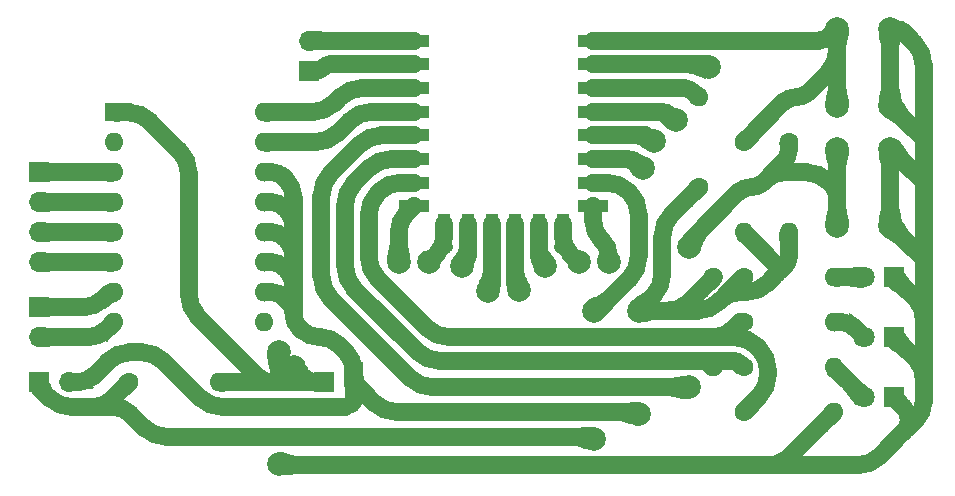
<source format=gbr>
%TF.GenerationSoftware,KiCad,Pcbnew,(6.0.5)*%
%TF.CreationDate,2023-06-12T09:42:46-03:00*%
%TF.ProjectId,deforminator,6465666f-726d-4696-9e61-746f722e6b69,rev?*%
%TF.SameCoordinates,Original*%
%TF.FileFunction,Copper,L2,Bot*%
%TF.FilePolarity,Positive*%
%FSLAX46Y46*%
G04 Gerber Fmt 4.6, Leading zero omitted, Abs format (unit mm)*
G04 Created by KiCad (PCBNEW (6.0.5)) date 2023-06-12 09:42:46*
%MOMM*%
%LPD*%
G01*
G04 APERTURE LIST*
%TA.AperFunction,ComponentPad*%
%ADD10C,1.600000*%
%TD*%
%TA.AperFunction,ComponentPad*%
%ADD11O,1.600000X1.600000*%
%TD*%
%TA.AperFunction,ComponentPad*%
%ADD12C,2.000000*%
%TD*%
%TA.AperFunction,ComponentPad*%
%ADD13R,1.700000X1.700000*%
%TD*%
%TA.AperFunction,ComponentPad*%
%ADD14O,1.700000X1.700000*%
%TD*%
%TA.AperFunction,ComponentPad*%
%ADD15R,1.800000X1.800000*%
%TD*%
%TA.AperFunction,ComponentPad*%
%ADD16C,1.800000*%
%TD*%
%TA.AperFunction,ComponentPad*%
%ADD17R,1.600000X1.600000*%
%TD*%
%TA.AperFunction,SMDPad,CuDef*%
%ADD18R,2.500000X1.000000*%
%TD*%
%TA.AperFunction,SMDPad,CuDef*%
%ADD19R,1.000000X1.800000*%
%TD*%
%TA.AperFunction,ViaPad*%
%ADD20C,2.000000*%
%TD*%
%TA.AperFunction,Conductor*%
%ADD21C,1.500000*%
%TD*%
G04 APERTURE END LIST*
D10*
%TO.P,R8,1*%
%TO.N,Vdd*%
X159040000Y-101600000D03*
D11*
%TO.P,R8,2*%
%TO.N,Net-(D3-Pad2)*%
X166660000Y-101600000D03*
%TD*%
D12*
%TO.P,SWreset1,1,1*%
%TO.N,GND*%
X171450000Y-87070000D03*
X171450000Y-80570000D03*
%TO.P,SWreset1,2,2*%
%TO.N,Net-(R2-Pad1)*%
X166950000Y-87070000D03*
X166950000Y-80570000D03*
%TD*%
D10*
%TO.P,R4,1*%
%TO.N,Net-(R4-Pad1)*%
X162850000Y-90170000D03*
D11*
%TO.P,R4,2*%
%TO.N,Vdd*%
X162850000Y-97790000D03*
%TD*%
D13*
%TO.P,J1,1,Pin_1*%
%TO.N,Net-(A1-Pad3)*%
X99340000Y-92710000D03*
D14*
%TO.P,J1,2,Pin_2*%
%TO.N,Net-(A1-Pad4)*%
X99340000Y-95250000D03*
%TO.P,J1,3,Pin_3*%
%TO.N,Net-(A1-Pad5)*%
X99340000Y-97790000D03*
%TO.P,J1,4,Pin_4*%
%TO.N,Net-(A1-Pad6)*%
X99340000Y-100330000D03*
%TD*%
D10*
%TO.P,R2,1*%
%TO.N,Net-(R2-Pad1)*%
X159040000Y-90170000D03*
D11*
%TO.P,R2,2*%
%TO.N,Vdd*%
X159040000Y-97790000D03*
%TD*%
D10*
%TO.P,R1,1*%
%TO.N,Vdd*%
X155230000Y-93980000D03*
D11*
%TO.P,R1,2*%
%TO.N,Net-(R1-Pad2)*%
X155230000Y-86360000D03*
%TD*%
D15*
%TO.P,D3,1,K*%
%TO.N,GND*%
X171740000Y-101600000D03*
D16*
%TO.P,D3,2,A*%
%TO.N,Net-(D3-Pad2)*%
X169200000Y-101600000D03*
%TD*%
D10*
%TO.P,R6,1*%
%TO.N,Wifi Status*%
X159040000Y-109220000D03*
D11*
%TO.P,R6,2*%
%TO.N,Net-(R6-Pad2)*%
X166660000Y-109220000D03*
%TD*%
D10*
%TO.P,R3,1*%
%TO.N,Done Moving*%
X159040000Y-113030000D03*
D11*
%TO.P,R3,2*%
%TO.N,GND*%
X166660000Y-113030000D03*
%TD*%
D12*
%TO.P,SWreset2,1,1*%
%TO.N,Net-(R4-Pad1)*%
X166950000Y-90730000D03*
X166950000Y-97230000D03*
%TO.P,SWreset2,2,2*%
%TO.N,GND*%
X171450000Y-90730000D03*
X171450000Y-97230000D03*
%TD*%
D13*
%TO.P,J5,1,Pin_1*%
%TO.N,End Switch*%
X99350000Y-110490000D03*
D14*
%TO.P,J5,2,Pin_2*%
%TO.N,Vdd*%
X101890000Y-110490000D03*
%TD*%
D13*
%TO.P,J3,1,Pin_1*%
%TO.N,Rx*%
X122210000Y-84110112D03*
D14*
%TO.P,J3,2,Pin_2*%
%TO.N,Tx*%
X122210000Y-81570112D03*
%TD*%
D15*
%TO.P,D2,1,K*%
%TO.N,GND*%
X171740000Y-106680000D03*
D16*
%TO.P,D2,2,A*%
%TO.N,Net-(R7-Pad2)*%
X169200000Y-106680000D03*
%TD*%
D10*
%TO.P,R7,1*%
%TO.N,Done Moving*%
X159040000Y-105410000D03*
D11*
%TO.P,R7,2*%
%TO.N,Net-(R7-Pad2)*%
X166660000Y-105410000D03*
%TD*%
D10*
%TO.P,R5,1*%
%TO.N,Vdd*%
X156413346Y-101575007D03*
D11*
%TO.P,R5,2*%
%TO.N,Wifi Status*%
X156413346Y-109195007D03*
%TD*%
D10*
%TO.P,R9,1*%
%TO.N,End Switch*%
X106970000Y-110490000D03*
D11*
%TO.P,R9,2*%
%TO.N,GND*%
X114590000Y-110490000D03*
%TD*%
D17*
%TO.P,A1,1,GND*%
%TO.N,GND*%
X105700000Y-87630000D03*
D11*
%TO.P,A1,2,~{FLT}*%
%TO.N,unconnected-(A1-Pad2)*%
X105700000Y-90170000D03*
%TO.P,A1,3,A2*%
%TO.N,Net-(A1-Pad3)*%
X105700000Y-92710000D03*
%TO.P,A1,4,A1*%
%TO.N,Net-(A1-Pad4)*%
X105700000Y-95250000D03*
%TO.P,A1,5,B1*%
%TO.N,Net-(A1-Pad5)*%
X105700000Y-97790000D03*
%TO.P,A1,6,B2*%
%TO.N,Net-(A1-Pad6)*%
X105700000Y-100330000D03*
%TO.P,A1,7,GND*%
%TO.N,Gnd Motor*%
X105700000Y-102870000D03*
%TO.P,A1,8,VMOT*%
%TO.N,V Motor*%
X105700000Y-105410000D03*
%TO.P,A1,9,~{EN}*%
%TO.N,unconnected-(A1-Pad9)*%
X118400000Y-105410000D03*
%TO.P,A1,10,M0*%
%TO.N,Vdd*%
X118400000Y-102870000D03*
%TO.P,A1,11,M1*%
X118400000Y-100330000D03*
%TO.P,A1,12,M2*%
X118400000Y-97790000D03*
%TO.P,A1,13,~{RST}*%
X118400000Y-95250000D03*
%TO.P,A1,14,~{SLP}*%
X118400000Y-92710000D03*
%TO.P,A1,15,STEP*%
%TO.N,Step*%
X118400000Y-90170000D03*
%TO.P,A1,16,DIR*%
%TO.N,Direction*%
X118400000Y-87630000D03*
%TD*%
D13*
%TO.P,J4,1,Pin_1*%
%TO.N,GND*%
X123480000Y-110490000D03*
D14*
%TO.P,J4,2,Pin_2*%
%TO.N,Vdd*%
X126020000Y-110490000D03*
%TD*%
D13*
%TO.P,J2,1,Pin_1*%
%TO.N,Gnd Motor*%
X99340000Y-104140000D03*
D14*
%TO.P,J2,2,Pin_2*%
%TO.N,V Motor*%
X99340000Y-106680000D03*
%TD*%
D15*
%TO.P,D1,1,K*%
%TO.N,GND*%
X171740000Y-111760000D03*
D16*
%TO.P,D1,2,A*%
%TO.N,Net-(R6-Pad2)*%
X169200000Y-111760000D03*
%TD*%
D18*
%TO.P,U1,1,~{RST}*%
%TO.N,Net-(R2-Pad1)*%
X146300000Y-81590000D03*
%TO.P,U1,2,ADC*%
%TO.N,unconnected-(U1-Pad2)*%
X146300000Y-83590000D03*
%TO.P,U1,3,EN*%
%TO.N,Net-(R1-Pad2)*%
X146300000Y-85590000D03*
%TO.P,U1,4,GPIO16*%
%TO.N,unconnected-(U1-Pad4)*%
X146300000Y-87590000D03*
%TO.P,U1,5,GPIO14*%
%TO.N,unconnected-(U1-Pad5)*%
X146300000Y-89590000D03*
%TO.P,U1,6,GPIO12*%
%TO.N,unconnected-(U1-Pad6)*%
X146300000Y-91590000D03*
%TO.P,U1,7,GPIO13*%
%TO.N,End Switch*%
X146300000Y-93590000D03*
%TO.P,U1,8,VCC*%
%TO.N,unconnected-(U1-Pad8)*%
X146300000Y-95590000D03*
D19*
%TO.P,U1,9,CS0*%
%TO.N,unconnected-(U1-Pad9)*%
X143700000Y-97090000D03*
%TO.P,U1,10,MISO*%
%TO.N,unconnected-(U1-Pad10)*%
X141700000Y-97090000D03*
%TO.P,U1,11,GPIO9*%
%TO.N,unconnected-(U1-Pad11)*%
X139700000Y-97090000D03*
%TO.P,U1,12,GPIO10*%
%TO.N,unconnected-(U1-Pad12)*%
X137700000Y-97090000D03*
%TO.P,U1,13,MOSI*%
%TO.N,unconnected-(U1-Pad13)*%
X135700000Y-97090000D03*
%TO.P,U1,14,SCLK*%
%TO.N,unconnected-(U1-Pad14)*%
X133700000Y-97090000D03*
D18*
%TO.P,U1,15,GND*%
%TO.N,GND*%
X131100000Y-95590000D03*
%TO.P,U1,16,GPIO15*%
%TO.N,Done Moving*%
X131100000Y-93590000D03*
%TO.P,U1,17,GPIO2*%
%TO.N,Wifi Status*%
X131100000Y-91590000D03*
%TO.P,U1,18,GPIO0*%
%TO.N,Net-(R4-Pad1)*%
X131100000Y-89590000D03*
%TO.P,U1,19,GPIO4*%
%TO.N,Step*%
X131100000Y-87590000D03*
%TO.P,U1,20,GPIO5*%
%TO.N,Direction*%
X131100000Y-85590000D03*
%TO.P,U1,21,GPIO3/RXD*%
%TO.N,Rx*%
X131100000Y-83590000D03*
%TO.P,U1,22,GPIO1/TXD*%
%TO.N,Tx*%
X131100000Y-81590000D03*
%TD*%
D20*
%TO.N,GND*%
X120940000Y-109220000D03*
X119670000Y-117379011D03*
X119670000Y-107950000D03*
X129830000Y-100330000D03*
%TO.N,Vdd*%
X150150000Y-113178520D03*
X150150000Y-104430500D03*
%TO.N,End Switch*%
X146340000Y-104430500D03*
X146340000Y-115279511D03*
%TO.N,Net-(R4-Pad1)*%
X154380182Y-110929020D03*
X154399020Y-99060000D03*
%TO.N,unconnected-(U1-Pad2)*%
X156067707Y-83839500D03*
%TO.N,unconnected-(U1-Pad4)*%
X153276596Y-88330001D03*
%TO.N,unconnected-(U1-Pad5)*%
X151468139Y-90055398D03*
%TO.N,unconnected-(U1-Pad6)*%
X150500148Y-92359852D03*
%TO.N,unconnected-(U1-Pad8)*%
X147610000Y-100330000D03*
%TO.N,unconnected-(U1-Pad9)*%
X145070000Y-100330000D03*
%TO.N,unconnected-(U1-Pad10)*%
X142209363Y-100650637D03*
%TO.N,unconnected-(U1-Pad11)*%
X140007760Y-102703937D03*
%TO.N,unconnected-(U1-Pad12)*%
X137405292Y-102778089D03*
%TO.N,unconnected-(U1-Pad13)*%
X135230637Y-100650637D03*
%TO.N,unconnected-(U1-Pad14)*%
X132370000Y-100330000D03*
%TD*%
D21*
%TO.N,unconnected-(U1-Pad14)*%
X133034986Y-99664986D02*
G75*
G03*
X133700000Y-98059547I-1605486J1605486D01*
G01*
%TO.N,unconnected-(U1-Pad13)*%
X135465336Y-100415973D02*
G75*
G03*
X135700000Y-99849384I-566636J566573D01*
G01*
%TO.N,unconnected-(U1-Pad12)*%
X137552651Y-102630740D02*
G75*
G03*
X137700000Y-102274990I-355751J355740D01*
G01*
%TO.N,unconnected-(U1-Pad11)*%
X139853855Y-102550082D02*
G75*
G02*
X139700000Y-102178557I371545J371482D01*
G01*
%TO.N,unconnected-(U1-Pad10)*%
X141954689Y-100395947D02*
G75*
G02*
X141700000Y-99781099I614811J614847D01*
G01*
%TO.N,unconnected-(U1-Pad9)*%
X144361142Y-99621146D02*
G75*
G02*
X143700000Y-98025000I1596158J1596146D01*
G01*
%TO.N,unconnected-(U1-Pad8)*%
X147610007Y-99695000D02*
G75*
G03*
X147160987Y-98610987I-1533007J0D01*
G01*
X146954997Y-98405003D02*
G75*
G02*
X146300000Y-96823690I1581303J1581303D01*
G01*
%TO.N,unconnected-(U1-Pad6)*%
X149185928Y-91589975D02*
G75*
G02*
X150115221Y-91974927I-28J-1314225D01*
G01*
%TO.N,unconnected-(U1-Pad5)*%
X150673654Y-89590037D02*
G75*
G02*
X151235440Y-89822699I46J-794463D01*
G01*
%TO.N,unconnected-(U1-Pad4)*%
X152013335Y-87589987D02*
G75*
G02*
X152906595Y-87960000I-35J-1263313D01*
G01*
%TO.N,unconnected-(U1-Pad2)*%
X155641783Y-83590005D02*
G75*
G02*
X155942957Y-83714750I17J-425895D01*
G01*
%TO.N,Net-(R4-Pad1)*%
X126497609Y-90386898D02*
G75*
G02*
X128421485Y-89590000I1923891J-1923902D01*
G01*
X124087845Y-103424653D02*
G75*
G02*
X123290960Y-101500764I1923855J1923853D01*
G01*
X158590993Y-94429018D02*
G75*
G02*
X159675000Y-93980000I1084007J-1083982D01*
G01*
X162400982Y-91889008D02*
G75*
G03*
X162850000Y-90805000I-1083982J1084008D01*
G01*
X164286913Y-92709995D02*
G75*
G02*
X166170000Y-93490000I-13J-2663105D01*
G01*
X166500982Y-93820992D02*
G75*
G02*
X166950000Y-94905000I-1083982J-1084008D01*
G01*
X166950043Y-93635000D02*
G75*
G02*
X166500988Y-93820986I-263043J0D01*
G01*
X160944992Y-93344992D02*
G75*
G02*
X162478025Y-92710000I1533008J-1533008D01*
G01*
X162478022Y-92709976D02*
G75*
G02*
X162152725Y-92137274I-40422J355776D01*
G01*
X154399023Y-98840490D02*
G75*
G02*
X154554237Y-98465762I529977J-10D01*
G01*
X159675000Y-93980006D02*
G75*
G03*
X160759011Y-93530986I0J1533006D01*
G01*
X132719215Y-110928995D02*
G75*
G02*
X130795337Y-110132123I-15J2720795D01*
G01*
X123290968Y-94720525D02*
G75*
G02*
X124087856Y-92796647I2720732J25D01*
G01*
X166950000Y-92365000D02*
X166950000Y-93635000D01*
X166950000Y-93635000D02*
X166950000Y-94905000D01*
X160944999Y-93344999D02*
X162152725Y-92137274D01*
%TO.N,Net-(R2-Pad1)*%
X163485000Y-86360006D02*
G75*
G03*
X164569011Y-85910986I0J1533006D01*
G01*
X162400993Y-86809018D02*
G75*
G02*
X163485000Y-86360000I1084007J-1083982D01*
G01*
X166949998Y-82358428D02*
G75*
G02*
X166153103Y-84326896I-2775398J-21972D01*
G01*
X166153105Y-84326897D02*
G75*
G02*
X166950000Y-84339956I394895J-223303D01*
G01*
X166439916Y-81079916D02*
G75*
G02*
X166950000Y-81291248I211284J-211284D01*
G01*
X165208751Y-81590021D02*
G75*
G03*
X166440000Y-81080000I-51J1741321D01*
G01*
X166950000Y-82358428D02*
X166950000Y-84339956D01*
%TO.N,Net-(R1-Pad2)*%
X153915527Y-85589989D02*
G75*
G02*
X154845000Y-85975000I-27J-1314511D01*
G01*
%TO.N,End Switch*%
X150150021Y-96317959D02*
G75*
G03*
X149353103Y-94394081I-2720821J-41D01*
G01*
X105700000Y-112589503D02*
G75*
G02*
X107116063Y-113176063I0J-2002597D01*
G01*
X147424511Y-93589990D02*
G75*
G02*
X149344171Y-94385149I-11J-2714810D01*
G01*
X146083933Y-115129494D02*
G75*
G02*
X146265000Y-115204511I-33J-256106D01*
G01*
X105443227Y-112016798D02*
G75*
G02*
X104040978Y-112589510I-1392527J1406498D01*
G01*
X105700001Y-112589533D02*
G75*
G02*
X105443215Y-112016786I-9601J339633D01*
G01*
X102147334Y-112589475D02*
G75*
G02*
X100223457Y-111792613I-34J2720775D01*
G01*
X99501728Y-111070890D02*
G75*
G02*
X99350000Y-110704579I366272J366290D01*
G01*
X146515395Y-104430507D02*
G75*
G03*
X146814812Y-104306476I5J423407D01*
G01*
X110196492Y-115129505D02*
G75*
G02*
X108272614Y-114332614I8J2720805D01*
G01*
X149353105Y-101768188D02*
G75*
G03*
X150150000Y-99844308I-1923905J1923888D01*
G01*
X105700000Y-112589511D02*
X104040978Y-112589511D01*
%TO.N,Tx*%
X131066049Y-81570089D02*
G75*
G02*
X131090055Y-81580057I-49J-34011D01*
G01*
%TO.N,Rx*%
X123449954Y-83850066D02*
G75*
G02*
X124077774Y-83590000I627846J-627834D01*
G01*
X122822113Y-84110113D02*
G75*
G03*
X123449943Y-83850055I-13J887913D01*
G01*
%TO.N,Done Moving*%
X128086895Y-101768187D02*
G75*
G02*
X127290000Y-99844308I1923905J1923887D01*
G01*
X128189856Y-94350136D02*
G75*
G02*
X130025000Y-93590000I1835144J-1835164D01*
G01*
X127289994Y-96376981D02*
G75*
G02*
X128086896Y-94453103I2720806J-19D01*
G01*
X160292618Y-111777389D02*
G75*
G03*
X161089511Y-109853507I-1923918J1923889D01*
G01*
X161089467Y-109498045D02*
G75*
G03*
X160292613Y-107574168I-2720767J45D01*
G01*
X158271465Y-106680033D02*
G75*
G02*
X160195342Y-107476897I35J-2720767D01*
G01*
X156533764Y-106679982D02*
G75*
G03*
X158066790Y-106045000I36J2167982D01*
G01*
X134125691Y-106679998D02*
G75*
G02*
X132201813Y-105883103I9J2720798D01*
G01*
%TO.N,Net-(R7-Pad2)*%
X167295000Y-105409993D02*
G75*
G02*
X168379012Y-105859012I0J-1533007D01*
G01*
%TO.N,Wifi Status*%
X155577342Y-108679497D02*
G75*
G02*
X156229760Y-108949760I-42J-922703D01*
G01*
X127325333Y-92386874D02*
G75*
G02*
X129249233Y-91590000I1923867J-1923926D01*
G01*
X158117342Y-108679497D02*
G75*
G02*
X158769760Y-108949760I-42J-922703D01*
G01*
X133297463Y-108679532D02*
G75*
G02*
X131373585Y-107882623I37J2720832D01*
G01*
X152051092Y-108679520D02*
G75*
G02*
X151465306Y-108679520I-292893J1182421344D01*
G01*
X126087385Y-102596405D02*
G75*
G02*
X125290480Y-100672536I1923915J1923905D01*
G01*
X125290460Y-95548753D02*
G75*
G02*
X126087376Y-93624875I2720840J-47D01*
G01*
X149707948Y-108679520D02*
X151465306Y-108679520D01*
X152051092Y-108679520D02*
X149707948Y-108679520D01*
%TO.N,Direction*%
X122472026Y-87630010D02*
G75*
G03*
X124395904Y-86833103I-26J2720810D01*
G01*
X124842111Y-86386896D02*
G75*
G02*
X126765989Y-85590000I1923889J-1923904D01*
G01*
%TO.N,Step*%
X125669835Y-88386872D02*
G75*
G02*
X127593737Y-87590000I1923865J-1923928D01*
G01*
X122759774Y-90169973D02*
G75*
G03*
X124683652Y-89373103I26J2720773D01*
G01*
%TO.N,Vdd*%
X120930007Y-104814214D02*
G75*
G03*
X121379012Y-105849012I1475493J25414D01*
G01*
X121379017Y-105849007D02*
G75*
G02*
X120930000Y-104765000I1083983J1084007D01*
G01*
X120930000Y-104765000D02*
G75*
G02*
X120930000Y-104814214I-1194671824J-24607D01*
G01*
X114918045Y-112589467D02*
G75*
G02*
X112994168Y-111792613I-45J2720767D01*
G01*
X154242239Y-103857790D02*
G75*
G02*
X152542518Y-104430499I-1559039J1818390D01*
G01*
X154841054Y-104430438D02*
G75*
G02*
X154242226Y-103857774I-134254J459038D01*
G01*
X119035000Y-102869993D02*
G75*
G02*
X120119012Y-103319012I0J-1533007D01*
G01*
X102668874Y-110489970D02*
G75*
G03*
X103998493Y-109939251I26J1880370D01*
G01*
X152149494Y-98187461D02*
G75*
G02*
X152946416Y-96263583I2720806J-39D01*
G01*
X151352634Y-103227887D02*
G75*
G03*
X152149520Y-101303998I-1923934J1923887D01*
G01*
X123165645Y-106679960D02*
G75*
G02*
X124797032Y-107355744I-45J-2307140D01*
G01*
X120357293Y-98487256D02*
G75*
G02*
X120930000Y-99958025I-1493493J-1428444D01*
G01*
X120929975Y-98161977D02*
G75*
G02*
X120357274Y-98487274I-355775J-40423D01*
G01*
X120357293Y-101027256D02*
G75*
G02*
X120930000Y-102498025I-1493493J-1428444D01*
G01*
X120929975Y-100701977D02*
G75*
G02*
X120357274Y-101027274I-355775J-40423D01*
G01*
X120929989Y-94878025D02*
G75*
G03*
X120295000Y-93345000I-2167989J25D01*
G01*
X159183018Y-102870004D02*
G75*
G03*
X161106895Y-102073102I-18J2720804D01*
G01*
X120357293Y-95947256D02*
G75*
G02*
X120930000Y-97418025I-1493493J-1428444D01*
G01*
X120929975Y-95621977D02*
G75*
G02*
X120357274Y-95947274I-355775J-40423D01*
G01*
X155106059Y-104430454D02*
G75*
G03*
X156989750Y-103650250I41J2663954D01*
G01*
X120930007Y-104765000D02*
G75*
G03*
X120480987Y-103680987I-1533007J0D01*
G01*
X149896441Y-113029946D02*
G75*
G02*
X150075734Y-113104254I-41J-253554D01*
G01*
X126020040Y-109534355D02*
G75*
G03*
X125344255Y-107902967I-2307140J-45D01*
G01*
X108024571Y-107950028D02*
G75*
G02*
X109948449Y-108746896I29J-2720772D01*
G01*
X105190831Y-108746876D02*
G75*
G02*
X107114729Y-107950000I1923869J-1923924D01*
G01*
X119030000Y-100329985D02*
G75*
G02*
X120105476Y-100775478I0J-1520915D01*
G01*
X119030000Y-97789985D02*
G75*
G02*
X120105476Y-98235478I0J-1520915D01*
G01*
X119030000Y-92709985D02*
G75*
G02*
X120105476Y-93155478I0J-1520915D01*
G01*
X119030000Y-95249985D02*
G75*
G02*
X120105476Y-95695478I0J-1520915D01*
G01*
X125268038Y-112589522D02*
G75*
G03*
X125799754Y-112369265I-38J752022D01*
G01*
X162532504Y-100647504D02*
G75*
G03*
X162850000Y-99880987I-766504J766504D01*
G01*
X129686970Y-113030005D02*
G75*
G02*
X127763092Y-112233092I30J2720805D01*
G01*
X125799739Y-112369250D02*
G75*
G03*
X126020000Y-111837549I-531739J531750D01*
G01*
X123115096Y-106680001D02*
G75*
G02*
X121570000Y-106040000I4J2185101D01*
G01*
X157134992Y-103504992D02*
G75*
G02*
X158668025Y-102870000I1533008J-1533008D01*
G01*
X158668022Y-102869976D02*
G75*
G02*
X158342725Y-102297274I-40422J355776D01*
G01*
X161897499Y-100647501D02*
G75*
G02*
X161897499Y-101282499I-317499J-317499D01*
G01*
X162532499Y-100647499D02*
G75*
G02*
X161897501Y-100647499I-317499J317502D01*
G01*
X154841072Y-104430500D02*
X152542518Y-104430500D01*
X120930000Y-98161974D02*
X120930000Y-99958025D01*
X120930000Y-100701974D02*
X120930000Y-102498025D01*
X120930000Y-95621974D02*
X120930000Y-97418025D01*
X157135000Y-103505000D02*
X158342725Y-102297274D01*
X162532500Y-100647500D02*
X161897500Y-101282500D01*
%TO.N,V Motor*%
X103531974Y-106679989D02*
G75*
G03*
X105065000Y-106045000I26J2167989D01*
G01*
%TO.N,Gnd Motor*%
X105214831Y-102996739D02*
G75*
G02*
X105520776Y-102870000I305969J-305961D01*
G01*
X103173527Y-104140026D02*
G75*
G03*
X104706552Y-103504999I-27J2168026D01*
G01*
%TO.N,GND*%
X112050005Y-92806981D02*
G75*
G03*
X111253103Y-90883103I-2720805J-19D01*
G01*
X173707290Y-108647260D02*
G75*
G02*
X174279999Y-110346981I-1818390J-1559040D01*
G01*
X174279937Y-108048446D02*
G75*
G02*
X173707274Y-108647273I-459037J-134254D01*
G01*
X173707290Y-103567260D02*
G75*
G02*
X174279999Y-105266981I-1818390J-1559040D01*
G01*
X174279937Y-102968446D02*
G75*
G02*
X173707274Y-103567273I-459037J-134254D01*
G01*
X119670000Y-109855000D02*
G75*
G02*
X119035000Y-110490000I-635000J0D01*
G01*
X120305000Y-110490000D02*
G75*
G02*
X119670000Y-109855000I0J635000D01*
G01*
X174280000Y-93770000D02*
G75*
G02*
X174280000Y-93770000I0J0D01*
G01*
X129830011Y-97758025D02*
G75*
G02*
X130465000Y-96225000I2167989J25D01*
G01*
X173010007Y-113665000D02*
G75*
G03*
X172560987Y-112580987I-1533007J0D01*
G01*
X121760956Y-110041018D02*
G75*
G02*
X121575000Y-110490000I-185956J-185982D01*
G01*
X122845000Y-110490007D02*
G75*
G02*
X121760987Y-110040987I0J1533007D01*
G01*
X171450000Y-80995000D02*
G75*
G02*
X171875000Y-80570000I425000J0D01*
G01*
X119926066Y-117529021D02*
G75*
G02*
X119745001Y-117454010I34J256121D01*
G01*
X112846900Y-104936892D02*
G75*
G02*
X112050000Y-103013018I1923900J1923892D01*
G01*
X173645008Y-113665008D02*
G75*
G03*
X174280000Y-112131974I-1533008J1533008D01*
G01*
X106873018Y-87629995D02*
G75*
G02*
X108796896Y-88426896I-18J-2720805D01*
G01*
X174280000Y-100195000D02*
G75*
G02*
X174280000Y-100195000I0J0D01*
G01*
X174280000Y-90035000D02*
G75*
G02*
X174280000Y-90035000I0J0D01*
G01*
X174280005Y-83676981D02*
G75*
G03*
X173483103Y-81753103I-2720805J-19D01*
G01*
X162733735Y-116956310D02*
G75*
G02*
X161034007Y-117529010I-1559035J1818410D01*
G01*
X163332577Y-117529065D02*
G75*
G02*
X162733714Y-116956285I-134277J459065D01*
G01*
X173010006Y-113665000D02*
G75*
G02*
X172560986Y-114749011I-1533006J0D01*
G01*
X173458982Y-113850957D02*
G75*
G02*
X173010000Y-113665000I-185982J185957D01*
G01*
X171875000Y-80569989D02*
G75*
G02*
X172600519Y-80870521I0J-1026011D01*
G01*
X174280005Y-100195000D02*
G75*
G03*
X174184540Y-99964540I-325905J0D01*
G01*
X168654007Y-117529004D02*
G75*
G03*
X170577884Y-116732113I-7J2720804D01*
G01*
X117950956Y-110041018D02*
G75*
G02*
X117765000Y-110490000I-185956J-185982D01*
G01*
X119035000Y-110490007D02*
G75*
G02*
X117950987Y-110040987I0J1533007D01*
G01*
X174279995Y-93770000D02*
G75*
G03*
X174131507Y-93411507I-506995J0D01*
G01*
X174280005Y-90035000D02*
G75*
G03*
X174184540Y-89804540I-325905J0D01*
G01*
X174280000Y-108048428D02*
X174280000Y-110346981D01*
X174280000Y-102968428D02*
X174280000Y-105266981D01*
X120305000Y-110490000D02*
X119035000Y-110490000D01*
X174280000Y-94190000D02*
X174280000Y-93770000D01*
X174280000Y-93770000D02*
X174280000Y-94190000D01*
X122845000Y-110490000D02*
X121575000Y-110490000D01*
X174280000Y-100465000D02*
X174280000Y-100195000D01*
X174280000Y-100195000D02*
X174280000Y-100465000D01*
X174280000Y-90305000D02*
X174280000Y-90035000D01*
X174280000Y-90035000D02*
X174280000Y-90305000D01*
X163332561Y-117529011D02*
X161034007Y-117529011D01*
X173459012Y-113850987D02*
X172560987Y-114749012D01*
X119035000Y-110490000D02*
X117765000Y-110490000D01*
%TO.N,Vdd*%
X108024571Y-107950000D02*
X107114729Y-107950000D01*
X120930000Y-104814214D02*
X120930000Y-104765000D01*
%TO.N,Step*%
X125669859Y-88386896D02*
X124683652Y-89373103D01*
%TO.N,Direction*%
X124395904Y-86833103D02*
X124842111Y-86386896D01*
%TO.N,Done Moving*%
X160292614Y-107574167D02*
X160195343Y-107476896D01*
%TO.N,GND*%
X174280000Y-93770000D02*
X174280000Y-90305000D01*
X173483103Y-81753103D02*
X172600520Y-80870520D01*
X171450000Y-97230000D02*
X174184540Y-99964540D01*
X174280000Y-90035000D02*
X174280000Y-83676981D01*
X162733714Y-116956285D02*
X166660000Y-113030000D01*
X173707274Y-108647274D02*
X171740000Y-106680000D01*
X122845000Y-110490000D02*
X123480000Y-110490000D01*
X111253103Y-90883103D02*
X108796896Y-88426896D01*
X171450000Y-87070000D02*
X174184540Y-89804540D01*
X119670000Y-107950000D02*
X119670000Y-109855000D01*
X174280000Y-110346981D02*
X174280000Y-112131974D01*
X120305000Y-110490000D02*
X121575000Y-110490000D01*
X171450000Y-90730000D02*
X174131507Y-93411507D01*
X112846896Y-104936896D02*
X117950987Y-110040987D01*
X117765000Y-110490000D02*
X114590000Y-110490000D01*
X121760987Y-110040987D02*
X120940000Y-109220000D01*
X119745000Y-117454011D02*
X119670000Y-117379011D01*
X173644999Y-113664999D02*
X173459012Y-113850987D01*
X130465000Y-96225000D02*
X131100000Y-95590000D01*
X163332561Y-117529011D02*
X168654007Y-117529011D01*
X106873018Y-87630000D02*
X105700000Y-87630000D01*
X171450000Y-97230000D02*
X171450000Y-90730000D01*
X172560987Y-114749012D02*
X170577885Y-116732114D01*
X119926066Y-117529011D02*
X161034007Y-117529011D01*
X172560987Y-112580987D02*
X171740000Y-111760000D01*
X174280000Y-94190000D02*
X174280000Y-100195000D01*
X112050000Y-92806981D02*
X112050000Y-103013018D01*
X129830000Y-97758025D02*
X129830000Y-100330000D01*
X173707274Y-103567274D02*
X171740000Y-101600000D01*
X174280000Y-102968428D02*
X174280000Y-100465000D01*
X174280000Y-108048428D02*
X174280000Y-105266981D01*
X171450000Y-87070000D02*
X171450000Y-80995000D01*
%TO.N,Net-(A1-Pad3)*%
X105700000Y-92710000D02*
X99340000Y-92710000D01*
%TO.N,Net-(A1-Pad4)*%
X99340000Y-95250000D02*
X105700000Y-95250000D01*
%TO.N,Net-(A1-Pad5)*%
X105700000Y-97790000D02*
X99340000Y-97790000D01*
%TO.N,Net-(A1-Pad6)*%
X99340000Y-100330000D02*
X105700000Y-100330000D01*
%TO.N,Gnd Motor*%
X103173527Y-104140000D02*
X99340000Y-104140000D01*
X105520776Y-102870000D02*
X105700000Y-102870000D01*
X105214822Y-102996730D02*
X104706553Y-103505000D01*
%TO.N,V Motor*%
X105065000Y-106045000D02*
X105700000Y-105410000D01*
X103531974Y-106680000D02*
X99340000Y-106680000D01*
%TO.N,Vdd*%
X120930000Y-99958025D02*
X120930000Y-100701974D01*
X120930000Y-98161974D02*
X120930000Y-97418025D01*
X126020000Y-110490000D02*
X126020000Y-109534355D01*
X102668874Y-110490000D02*
X101890000Y-110490000D01*
X120357274Y-95947274D02*
X120105477Y-95695477D01*
X114918045Y-112589511D02*
X125268038Y-112589511D01*
X159183018Y-102870000D02*
X158668025Y-102870000D01*
X158342725Y-102297274D02*
X159040000Y-101600000D01*
X120357274Y-98487274D02*
X120105477Y-98235477D01*
X152149520Y-98187461D02*
X152149520Y-101303998D01*
X154841072Y-104430500D02*
X155106059Y-104430500D01*
X119035000Y-102870000D02*
X118400000Y-102870000D01*
X161897500Y-100647500D02*
X159040000Y-97790000D01*
X119030000Y-97790000D02*
X118400000Y-97790000D01*
X120930000Y-94878025D02*
X120930000Y-95621974D01*
X161106896Y-102073103D02*
X161897500Y-101282500D01*
X124797033Y-107355743D02*
X125344256Y-107902966D01*
X112994167Y-111792614D02*
X109948449Y-108746896D01*
X119030000Y-95250000D02*
X118400000Y-95250000D01*
X152542518Y-104430500D02*
X150150000Y-104430500D01*
X150150000Y-113178520D02*
X150075734Y-113104254D01*
X126020000Y-110490000D02*
X126020000Y-111837549D01*
X156989750Y-103650250D02*
X157135000Y-103505000D01*
X154242225Y-103857774D02*
X156500000Y-101600000D01*
X120357274Y-101027274D02*
X120105477Y-100775477D01*
X121379012Y-105849012D02*
X121570000Y-106040000D01*
X162850000Y-99880987D02*
X162850000Y-97790000D01*
X120119012Y-103319012D02*
X120480987Y-103680987D01*
X126020000Y-110490000D02*
X127763092Y-112233092D01*
X152946416Y-96263583D02*
X155230000Y-93980000D01*
X123165645Y-106680000D02*
X123115096Y-106680000D01*
X119030000Y-92710000D02*
X118400000Y-92710000D01*
X120930000Y-104765000D02*
X120930000Y-102498025D01*
X103998494Y-109939252D02*
X105190851Y-108746896D01*
X119030000Y-100330000D02*
X118400000Y-100330000D01*
X151352623Y-103227876D02*
X150150000Y-104430500D01*
X120295000Y-93345000D02*
X120105477Y-93155477D01*
X149896441Y-113029989D02*
X129686970Y-113029989D01*
%TO.N,Step*%
X122759774Y-90170000D02*
X118400000Y-90170000D01*
X127593737Y-87590000D02*
X131100000Y-87590000D01*
%TO.N,Direction*%
X126765989Y-85590000D02*
X131100000Y-85590000D01*
X122472026Y-87630000D02*
X118400000Y-87630000D01*
%TO.N,Net-(R6-Pad2)*%
X166660000Y-109220000D02*
X169200000Y-111760000D01*
%TO.N,Wifi Status*%
X133297463Y-108679520D02*
X149707948Y-108679520D01*
X158117342Y-108679520D02*
X151465306Y-108679520D01*
X129249233Y-91590000D02*
X131100000Y-91590000D01*
X125290480Y-100672536D02*
X125290480Y-95548753D01*
X158769760Y-108949760D02*
X159040000Y-109220000D01*
X156229760Y-108949760D02*
X156500000Y-109220000D01*
X155577342Y-108679520D02*
X152051092Y-108679520D01*
X127325355Y-92386896D02*
X126087376Y-93624875D01*
X131373585Y-107882623D02*
X126087376Y-102596414D01*
%TO.N,Net-(R7-Pad2)*%
X167295000Y-105410000D02*
X166660000Y-105410000D01*
X168379012Y-105859012D02*
X169200000Y-106680000D01*
%TO.N,Done Moving*%
X127290000Y-99844308D02*
X127290000Y-96376981D01*
X160292614Y-111777385D02*
X159040000Y-113030000D01*
X128086896Y-101768186D02*
X132201813Y-105883103D01*
X158066790Y-106045000D02*
X158701790Y-105410000D01*
X156533764Y-106680000D02*
X134125691Y-106680000D01*
X130025000Y-93590000D02*
X131100000Y-93590000D01*
X161089511Y-109853507D02*
X161089511Y-109498045D01*
X128189859Y-94350139D02*
X128086896Y-94453103D01*
X158271465Y-106680000D02*
X155230000Y-106680000D01*
%TO.N,Net-(D3-Pad2)*%
X166660000Y-101600000D02*
X169200000Y-101600000D01*
%TO.N,Rx*%
X122822113Y-84110112D02*
X122210000Y-84110112D01*
X124077774Y-83590000D02*
X131100000Y-83590000D01*
%TO.N,Tx*%
X131066049Y-81570112D02*
X122210000Y-81570112D01*
X131090056Y-81580056D02*
X131100000Y-81590000D01*
%TO.N,End Switch*%
X105443214Y-112016785D02*
X106970000Y-110490000D01*
X149353103Y-94394081D02*
X149344171Y-94385149D01*
X99350000Y-110704579D02*
X99350000Y-110490000D01*
X100223456Y-111792614D02*
X99501730Y-111070888D01*
X147424511Y-93590000D02*
X146300000Y-93590000D01*
X150150000Y-96317959D02*
X150150000Y-99844308D01*
X146340000Y-104430500D02*
X146515395Y-104430500D01*
X146083933Y-115129511D02*
X110196492Y-115129511D01*
X104040978Y-112589511D02*
X102147334Y-112589511D01*
X146265000Y-115204511D02*
X146340000Y-115279511D01*
X107116063Y-113176063D02*
X108272614Y-114332614D01*
X146814812Y-104306476D02*
X149353103Y-101768186D01*
%TO.N,Net-(R1-Pad2)*%
X154845000Y-85975000D02*
X155230000Y-86360000D01*
X153915527Y-85590000D02*
X146300000Y-85590000D01*
%TO.N,Net-(R2-Pad1)*%
X166950000Y-84339956D02*
X166950000Y-87070000D01*
X164569012Y-85910987D02*
X166153103Y-84326896D01*
X165208751Y-81590000D02*
X146300000Y-81590000D01*
X162400987Y-86809012D02*
X159040000Y-90170000D01*
X166950000Y-82358428D02*
X166950000Y-81291248D01*
%TO.N,Net-(R4-Pad1)*%
X128421485Y-89590000D02*
X131100000Y-89590000D01*
X160944999Y-93344999D02*
X160759012Y-93530987D01*
X154380182Y-110929020D02*
X132719215Y-110929020D01*
X123290960Y-101500764D02*
X123290960Y-94720525D01*
X166170000Y-93490000D02*
X166500987Y-93820987D01*
X126497607Y-90386896D02*
X124087856Y-92796647D01*
X154399020Y-98840490D02*
X154399020Y-99060000D01*
X124087856Y-103424642D02*
X130795337Y-110132123D01*
X166950000Y-92365000D02*
X166950000Y-90730000D01*
X162850000Y-90805000D02*
X162850000Y-90170000D01*
X166950000Y-94905000D02*
X166950000Y-97230000D01*
X158590987Y-94429012D02*
X154554237Y-98465762D01*
X164286913Y-92710000D02*
X162478025Y-92710000D01*
X162400986Y-91889012D02*
X162152725Y-92137274D01*
%TO.N,unconnected-(U1-Pad2)*%
X155641783Y-83590000D02*
X146300000Y-83590000D01*
X156067707Y-83839500D02*
X155942957Y-83714750D01*
%TO.N,unconnected-(U1-Pad4)*%
X153276596Y-88330001D02*
X152906595Y-87960000D01*
X152013335Y-87590000D02*
X146300000Y-87590000D01*
%TO.N,unconnected-(U1-Pad5)*%
X150673654Y-89590000D02*
X146300000Y-89590000D01*
X151468139Y-90055398D02*
X151235440Y-89822699D01*
%TO.N,unconnected-(U1-Pad6)*%
X149185928Y-91590000D02*
X146300000Y-91590000D01*
X150115222Y-91974926D02*
X150500148Y-92359852D01*
%TO.N,unconnected-(U1-Pad8)*%
X146300000Y-96823690D02*
X146300000Y-95590000D01*
X147610000Y-99695000D02*
X147610000Y-100330000D01*
X147160987Y-98610987D02*
X146955000Y-98405000D01*
%TO.N,unconnected-(U1-Pad9)*%
X143700000Y-98025000D02*
X143700000Y-97090000D01*
X145070000Y-100330000D02*
X144361144Y-99621144D01*
%TO.N,unconnected-(U1-Pad10)*%
X141700000Y-99781099D02*
X141700000Y-97090000D01*
X142209363Y-100650637D02*
X141954681Y-100395955D01*
%TO.N,unconnected-(U1-Pad11)*%
X139853880Y-102550057D02*
X140007760Y-102703937D01*
X139700000Y-102178557D02*
X139700000Y-97090000D01*
%TO.N,unconnected-(U1-Pad12)*%
X137700000Y-102274990D02*
X137700000Y-97090000D01*
X137552646Y-102630735D02*
X137405292Y-102778089D01*
%TO.N,unconnected-(U1-Pad13)*%
X135230637Y-100650637D02*
X135465318Y-100415955D01*
X135700000Y-99849384D02*
X135700000Y-97090000D01*
%TO.N,unconnected-(U1-Pad14)*%
X133700000Y-98059547D02*
X133700000Y-97090000D01*
X133035000Y-99665000D02*
X132370000Y-100330000D01*
%TD*%
%TA.AperFunction,Conductor*%
%TO.N,Vdd*%
G36*
X159607707Y-97227253D02*
G01*
X159610802Y-97229499D01*
X159757585Y-97378194D01*
X159757706Y-97378318D01*
X159880854Y-97506835D01*
X159880983Y-97506972D01*
X159982573Y-97616472D01*
X159982689Y-97616599D01*
X160069982Y-97713502D01*
X160150156Y-97804141D01*
X160230331Y-97894781D01*
X160317685Y-97991751D01*
X160317737Y-97991807D01*
X160419377Y-98101362D01*
X160419399Y-98101385D01*
X160542645Y-98230005D01*
X160542654Y-98230014D01*
X160686463Y-98375697D01*
X160689836Y-98383992D01*
X160686409Y-98392189D01*
X159642189Y-99436409D01*
X159633916Y-99439836D01*
X159625697Y-99436463D01*
X159480014Y-99292654D01*
X159351385Y-99169399D01*
X159241818Y-99067747D01*
X159241807Y-99067737D01*
X159241751Y-99067685D01*
X159144781Y-98980331D01*
X159054141Y-98900156D01*
X158963502Y-98819982D01*
X158866599Y-98732689D01*
X158866472Y-98732573D01*
X158756972Y-98630983D01*
X158756835Y-98630854D01*
X158628318Y-98507706D01*
X158628194Y-98507585D01*
X158479499Y-98360802D01*
X158476018Y-98352551D01*
X158476618Y-98348775D01*
X158559090Y-98101362D01*
X158755308Y-97512708D01*
X158761176Y-97505943D01*
X158762708Y-97505308D01*
X159144049Y-97378194D01*
X159598776Y-97226618D01*
X159607707Y-97227253D01*
G37*
%TD.AperFunction*%
%TD*%
%TA.AperFunction,Conductor*%
%TO.N,Vdd*%
G36*
X158481224Y-101036618D02*
G01*
X159317292Y-101315308D01*
X159324057Y-101321176D01*
X159324692Y-101322708D01*
X159520911Y-101911362D01*
X159603382Y-102158775D01*
X159602747Y-102167707D01*
X159600501Y-102170802D01*
X159451805Y-102317585D01*
X159451681Y-102317706D01*
X159323164Y-102440854D01*
X159323027Y-102440983D01*
X159213527Y-102542573D01*
X159213400Y-102542689D01*
X159116497Y-102629982D01*
X159025858Y-102710156D01*
X158935218Y-102790331D01*
X158838248Y-102877685D01*
X158728614Y-102979399D01*
X158599985Y-103102654D01*
X158599971Y-103102667D01*
X158518978Y-103182620D01*
X158454303Y-103246463D01*
X158446009Y-103249837D01*
X158437812Y-103246410D01*
X157393591Y-102202189D01*
X157390164Y-102193916D01*
X157393537Y-102185697D01*
X157537345Y-102040014D01*
X157537354Y-102040005D01*
X157660600Y-101911385D01*
X157660622Y-101911362D01*
X157762262Y-101801807D01*
X157762314Y-101801751D01*
X157849668Y-101704781D01*
X157929843Y-101614141D01*
X158010017Y-101523502D01*
X158097310Y-101426599D01*
X158097426Y-101426472D01*
X158199016Y-101316972D01*
X158199145Y-101316835D01*
X158322340Y-101188269D01*
X158322462Y-101188145D01*
X158469198Y-101039499D01*
X158477448Y-101036018D01*
X158481224Y-101036618D01*
G37*
%TD.AperFunction*%
%TD*%
%TA.AperFunction,Conductor*%
%TO.N,GND*%
G36*
X172632478Y-111758035D02*
G01*
X172639616Y-111763441D01*
X172641102Y-111767695D01*
X172671360Y-111978868D01*
X172756480Y-112136753D01*
X172881920Y-112248903D01*
X173034240Y-112330561D01*
X173200000Y-112396974D01*
X173365164Y-112463147D01*
X173366323Y-112463688D01*
X173450845Y-112509000D01*
X173516851Y-112544386D01*
X173519121Y-112545976D01*
X173641991Y-112655827D01*
X173644492Y-112658997D01*
X173727652Y-112813247D01*
X173728935Y-112817140D01*
X173758086Y-113020589D01*
X173755867Y-113029264D01*
X173748163Y-113033830D01*
X173746504Y-113033948D01*
X172270387Y-113033948D01*
X172262114Y-113030521D01*
X172258769Y-113023634D01*
X172240348Y-112869282D01*
X172240348Y-112869281D01*
X172240226Y-112868261D01*
X172184554Y-112758925D01*
X172098456Y-112693304D01*
X172097476Y-112692999D01*
X171987899Y-112658912D01*
X171987895Y-112658911D01*
X171987406Y-112658759D01*
X171911121Y-112649346D01*
X171857032Y-112642672D01*
X171857027Y-112642672D01*
X171856877Y-112642653D01*
X171856718Y-112642642D01*
X171856711Y-112642641D01*
X171767879Y-112636308D01*
X171712574Y-112632365D01*
X171712113Y-112632322D01*
X171559963Y-112615285D01*
X171558604Y-112615051D01*
X171497032Y-112600612D01*
X171404231Y-112578848D01*
X171402127Y-112578138D01*
X171250725Y-112510447D01*
X171248315Y-112509000D01*
X171110136Y-112401479D01*
X171105711Y-112393694D01*
X171106221Y-112388545D01*
X171418340Y-111452189D01*
X171424208Y-111445424D01*
X171432396Y-111444569D01*
X172632478Y-111758035D01*
G37*
%TD.AperFunction*%
%TD*%
%TA.AperFunction,Conductor*%
%TO.N,Vdd*%
G36*
X150422329Y-103437500D02*
G01*
X150645772Y-103456500D01*
X150832550Y-103484500D01*
X150994886Y-103518500D01*
X151145000Y-103555500D01*
X151295113Y-103592500D01*
X151457449Y-103626499D01*
X151644227Y-103654500D01*
X151867670Y-103673500D01*
X151971138Y-103676160D01*
X151973306Y-103676216D01*
X151973307Y-103676216D01*
X152112635Y-103679797D01*
X152128601Y-103680207D01*
X152136783Y-103683845D01*
X152140000Y-103691903D01*
X152140000Y-105169097D01*
X152136573Y-105177370D01*
X152128601Y-105180793D01*
X151867670Y-105187500D01*
X151644227Y-105206500D01*
X151644057Y-105206526D01*
X151644044Y-105206527D01*
X151523336Y-105224623D01*
X151457449Y-105234500D01*
X151295113Y-105268500D01*
X151295036Y-105268519D01*
X151295027Y-105268521D01*
X151145000Y-105305500D01*
X150995097Y-105342448D01*
X150994695Y-105342540D01*
X150832879Y-105376430D01*
X150832216Y-105376549D01*
X150646138Y-105404445D01*
X150645394Y-105404532D01*
X150503570Y-105416592D01*
X150422668Y-105423471D01*
X150421983Y-105423509D01*
X150157438Y-105430309D01*
X150149079Y-105427096D01*
X150146672Y-105423845D01*
X150146504Y-105423509D01*
X149652616Y-104435732D01*
X149651981Y-104426801D01*
X149652616Y-104425268D01*
X149666117Y-104398267D01*
X149666117Y-104398266D01*
X150150000Y-103430500D01*
X150422329Y-103437500D01*
G37*
%TD.AperFunction*%
%TD*%
%TA.AperFunction,Conductor*%
%TO.N,End Switch*%
G36*
X146340725Y-114282930D02*
G01*
X146343168Y-114286398D01*
X146369802Y-114344311D01*
X146831541Y-115348291D01*
X146831884Y-115357240D01*
X146830474Y-115359921D01*
X146222000Y-116223108D01*
X146194487Y-116262138D01*
X146186919Y-116266926D01*
X146182865Y-116266914D01*
X145938450Y-116223167D01*
X145937812Y-116223034D01*
X145732357Y-116173775D01*
X145731724Y-116173603D01*
X145560647Y-116122207D01*
X145560180Y-116122056D01*
X145411613Y-116070539D01*
X145348303Y-116047753D01*
X145274161Y-116021069D01*
X145274077Y-116021039D01*
X145136222Y-115975766D01*
X144986468Y-115936847D01*
X144986263Y-115936811D01*
X144986254Y-115936809D01*
X144813458Y-115906452D01*
X144813449Y-115906451D01*
X144813234Y-115906413D01*
X144813005Y-115906391D01*
X144812996Y-115906390D01*
X144715353Y-115897098D01*
X144604938Y-115886591D01*
X144604736Y-115886585D01*
X144604730Y-115886585D01*
X144436417Y-115881911D01*
X144361375Y-115879827D01*
X144353200Y-115876172D01*
X144350000Y-115868132D01*
X144350000Y-114391090D01*
X144353427Y-114382817D01*
X144361578Y-114379391D01*
X144512048Y-114377836D01*
X144620837Y-114376712D01*
X144620858Y-114376712D01*
X144620911Y-114376711D01*
X144620957Y-114376709D01*
X144620977Y-114376709D01*
X144740561Y-114372633D01*
X144843881Y-114369111D01*
X145004345Y-114359501D01*
X145030830Y-114357915D01*
X145030834Y-114357915D01*
X145030896Y-114357911D01*
X145193940Y-114344311D01*
X145345000Y-114329511D01*
X145496042Y-114314713D01*
X145496063Y-114314711D01*
X145659006Y-114301118D01*
X145659248Y-114301101D01*
X145735953Y-114296508D01*
X145845972Y-114289920D01*
X145846272Y-114289906D01*
X145920402Y-114287379D01*
X146068996Y-114282314D01*
X146069190Y-114282310D01*
X146332418Y-114279589D01*
X146340725Y-114282930D01*
G37*
%TD.AperFunction*%
%TD*%
%TA.AperFunction,Conductor*%
%TO.N,Rx*%
G36*
X123176666Y-83078498D02*
G01*
X124220444Y-84122276D01*
X124223871Y-84130549D01*
X124220444Y-84138822D01*
X124219758Y-84139455D01*
X124144962Y-84203047D01*
X124073523Y-84263785D01*
X124071707Y-84265053D01*
X123926895Y-84347006D01*
X123924760Y-84347947D01*
X123862312Y-84368313D01*
X123787437Y-84392731D01*
X123785569Y-84393174D01*
X123685418Y-84408345D01*
X123652665Y-84413306D01*
X123651605Y-84413418D01*
X123388574Y-84428996D01*
X123388321Y-84429011D01*
X123253933Y-84449367D01*
X123253473Y-84449517D01*
X123115135Y-84494631D01*
X123115132Y-84494632D01*
X123114578Y-84494813D01*
X122967775Y-84577893D01*
X122967356Y-84578250D01*
X122967355Y-84578250D01*
X122817367Y-84705773D01*
X122808844Y-84708521D01*
X122803874Y-84706954D01*
X121794447Y-84115646D01*
X121789041Y-84108508D01*
X121789896Y-84100320D01*
X122206659Y-83266794D01*
X122213423Y-83260927D01*
X122217466Y-83260332D01*
X122345968Y-83264125D01*
X122346540Y-83264157D01*
X122464045Y-83273561D01*
X122464340Y-83273589D01*
X122567281Y-83284479D01*
X122567355Y-83284486D01*
X122567367Y-83284487D01*
X122658880Y-83292894D01*
X122658885Y-83292894D01*
X122659067Y-83292911D01*
X122743048Y-83294922D01*
X122822735Y-83286568D01*
X122823230Y-83286426D01*
X122823234Y-83286425D01*
X122901110Y-83264054D01*
X122901639Y-83263902D01*
X122908761Y-83260332D01*
X122982847Y-83223192D01*
X122982846Y-83223192D01*
X122983270Y-83222980D01*
X123071138Y-83159856D01*
X123160497Y-83078137D01*
X123168915Y-83075083D01*
X123176666Y-83078498D01*
G37*
%TD.AperFunction*%
%TD*%
%TA.AperFunction,Conductor*%
%TO.N,Net-(R2-Pad1)*%
G36*
X159642189Y-88523591D02*
G01*
X160686410Y-89567812D01*
X160689837Y-89576085D01*
X160686463Y-89584303D01*
X160622620Y-89648978D01*
X160542667Y-89729971D01*
X160542654Y-89729985D01*
X160419399Y-89858614D01*
X160317685Y-89968248D01*
X160317631Y-89968308D01*
X160230331Y-90065218D01*
X160150156Y-90155858D01*
X160069991Y-90246487D01*
X160069920Y-90246566D01*
X159982689Y-90343400D01*
X159982573Y-90343527D01*
X159880983Y-90453027D01*
X159880854Y-90453164D01*
X159757706Y-90581681D01*
X159757585Y-90581805D01*
X159610802Y-90730501D01*
X159602551Y-90733982D01*
X159598777Y-90733382D01*
X158762708Y-90454692D01*
X158755943Y-90448824D01*
X158755308Y-90447292D01*
X158476618Y-89611224D01*
X158477253Y-89602292D01*
X158479499Y-89599198D01*
X158628145Y-89452462D01*
X158628269Y-89452340D01*
X158756835Y-89329145D01*
X158756972Y-89329016D01*
X158866472Y-89227426D01*
X158866599Y-89227310D01*
X158963423Y-89140088D01*
X158963502Y-89140017D01*
X159054141Y-89059843D01*
X159144781Y-88979668D01*
X159144791Y-88979659D01*
X159241691Y-88892368D01*
X159241751Y-88892314D01*
X159351385Y-88790600D01*
X159480014Y-88667345D01*
X159625696Y-88523537D01*
X159633992Y-88520164D01*
X159642189Y-88523591D01*
G37*
%TD.AperFunction*%
%TD*%
%TA.AperFunction,Conductor*%
%TO.N,Vdd*%
G36*
X155941224Y-101036618D02*
G01*
X156777292Y-101315308D01*
X156784057Y-101321176D01*
X156784692Y-101322708D01*
X156980911Y-101911362D01*
X157063382Y-102158775D01*
X157062747Y-102167707D01*
X157060501Y-102170802D01*
X156911805Y-102317585D01*
X156911681Y-102317706D01*
X156783164Y-102440854D01*
X156783027Y-102440983D01*
X156673527Y-102542573D01*
X156673400Y-102542689D01*
X156576497Y-102629982D01*
X156485858Y-102710156D01*
X156395218Y-102790331D01*
X156298248Y-102877685D01*
X156188614Y-102979399D01*
X156059985Y-103102654D01*
X156059971Y-103102667D01*
X155978978Y-103182620D01*
X155914303Y-103246463D01*
X155906009Y-103249837D01*
X155897812Y-103246410D01*
X154853591Y-102202189D01*
X154850164Y-102193916D01*
X154853537Y-102185697D01*
X154997345Y-102040014D01*
X154997354Y-102040005D01*
X155120600Y-101911385D01*
X155120622Y-101911362D01*
X155222262Y-101801807D01*
X155222314Y-101801751D01*
X155309668Y-101704781D01*
X155389843Y-101614141D01*
X155470017Y-101523502D01*
X155557310Y-101426599D01*
X155557426Y-101426472D01*
X155659016Y-101316972D01*
X155659145Y-101316835D01*
X155782340Y-101188269D01*
X155782462Y-101188145D01*
X155929198Y-101039499D01*
X155937448Y-101036018D01*
X155941224Y-101036618D01*
G37*
%TD.AperFunction*%
%TD*%
%TA.AperFunction,Conductor*%
%TO.N,Net-(A1-Pad3)*%
G36*
X105701012Y-91913420D02*
G01*
X105703256Y-91916513D01*
X106097384Y-92704768D01*
X106098019Y-92713700D01*
X106097384Y-92715232D01*
X105703258Y-93503485D01*
X105696493Y-93509353D01*
X105692718Y-93509953D01*
X105629829Y-93509546D01*
X105483723Y-93508600D01*
X105483549Y-93508597D01*
X105391470Y-93506633D01*
X105305638Y-93504802D01*
X105305531Y-93504799D01*
X105249277Y-93502691D01*
X105156186Y-93499202D01*
X105156014Y-93499194D01*
X105025831Y-93492402D01*
X105025726Y-93492396D01*
X104905000Y-93485000D01*
X104784216Y-93477600D01*
X104653879Y-93470799D01*
X104504490Y-93465202D01*
X104504479Y-93465202D01*
X104504433Y-93465200D01*
X104326324Y-93461400D01*
X104262362Y-93460986D01*
X104121624Y-93460075D01*
X104113373Y-93456594D01*
X104110000Y-93448375D01*
X104110000Y-91971625D01*
X104113427Y-91963352D01*
X104121624Y-91959925D01*
X104262362Y-91959014D01*
X104326324Y-91958600D01*
X104504433Y-91954800D01*
X104504479Y-91954798D01*
X104504490Y-91954798D01*
X104653879Y-91949200D01*
X104784164Y-91942403D01*
X104784201Y-91942401D01*
X104784216Y-91942400D01*
X104905000Y-91935000D01*
X105025726Y-91927604D01*
X105025831Y-91927598D01*
X105156014Y-91920805D01*
X105156186Y-91920797D01*
X105249295Y-91917308D01*
X105305531Y-91915201D01*
X105305638Y-91915198D01*
X105391470Y-91913367D01*
X105483549Y-91911403D01*
X105483723Y-91911400D01*
X105629829Y-91910454D01*
X105692717Y-91910047D01*
X105701012Y-91913420D01*
G37*
%TD.AperFunction*%
%TD*%
%TA.AperFunction,Conductor*%
%TO.N,Wifi Status*%
G36*
X155306751Y-107943188D02*
G01*
X155308616Y-107943470D01*
X155434685Y-107973071D01*
X155465472Y-107980300D01*
X155467372Y-107980922D01*
X155575288Y-108026808D01*
X155594856Y-108035128D01*
X155596366Y-108035903D01*
X155704724Y-108101922D01*
X155705522Y-108102455D01*
X155804760Y-108174760D01*
X155904390Y-108247351D01*
X156013875Y-108314057D01*
X156014263Y-108314222D01*
X156142605Y-108368793D01*
X156142608Y-108368794D01*
X156143069Y-108368990D01*
X156301826Y-108406267D01*
X156491733Y-108419428D01*
X156499749Y-108423419D01*
X156502203Y-108427989D01*
X156790299Y-109472809D01*
X156792237Y-109479838D01*
X156791133Y-109488724D01*
X156785145Y-109493873D01*
X155966619Y-109807525D01*
X155957669Y-109807286D01*
X155954516Y-109805213D01*
X155865123Y-109723035D01*
X155784310Y-109649871D01*
X155784287Y-109649851D01*
X155784191Y-109649764D01*
X155775840Y-109642691D01*
X155712848Y-109589344D01*
X155712837Y-109589335D01*
X155712689Y-109589210D01*
X155646251Y-109540279D01*
X155580513Y-109501878D01*
X155548996Y-109488724D01*
X155511483Y-109473068D01*
X155511482Y-109473068D01*
X155511109Y-109472912D01*
X155433673Y-109452287D01*
X155433355Y-109452240D01*
X155433347Y-109452238D01*
X155344084Y-109438945D01*
X155344072Y-109438944D01*
X155343839Y-109438909D01*
X155343604Y-109438893D01*
X155343594Y-109438892D01*
X155280983Y-109434649D01*
X155237244Y-109431685D01*
X155237069Y-109431682D01*
X155237068Y-109431682D01*
X155198899Y-109431035D01*
X155121022Y-109429715D01*
X155112808Y-109426149D01*
X155109520Y-109418017D01*
X155109520Y-107942059D01*
X155112947Y-107933786D01*
X155122029Y-107930387D01*
X155306751Y-107943188D01*
G37*
%TD.AperFunction*%
%TD*%
%TA.AperFunction,Conductor*%
%TO.N,Net-(R6-Pad2)*%
G36*
X168472880Y-109971940D02*
G01*
X168640196Y-110133596D01*
X168640269Y-110133662D01*
X168640271Y-110133663D01*
X168790080Y-110267369D01*
X168790095Y-110267382D01*
X168790177Y-110267455D01*
X168920954Y-110374474D01*
X168921003Y-110374511D01*
X168921018Y-110374523D01*
X169027426Y-110454908D01*
X169038929Y-110463598D01*
X169038975Y-110463631D01*
X169038979Y-110463634D01*
X169261940Y-110623857D01*
X169262164Y-110624022D01*
X169379872Y-110712944D01*
X169380230Y-110713225D01*
X169510638Y-110819942D01*
X169511019Y-110820268D01*
X169660638Y-110953804D01*
X169660969Y-110954112D01*
X169742496Y-111032880D01*
X169831095Y-111118482D01*
X169834663Y-111126695D01*
X169834065Y-111130596D01*
X169520048Y-112072648D01*
X169514180Y-112079413D01*
X169512648Y-112080048D01*
X168570596Y-112394065D01*
X168561664Y-112393430D01*
X168558482Y-112391095D01*
X168394119Y-112220977D01*
X168393804Y-112220638D01*
X168260260Y-112071009D01*
X168259942Y-112070638D01*
X168153225Y-111940230D01*
X168152944Y-111939872D01*
X168064022Y-111822164D01*
X168063857Y-111821940D01*
X167903634Y-111598979D01*
X167903631Y-111598975D01*
X167903598Y-111598929D01*
X167894908Y-111587426D01*
X167814523Y-111481018D01*
X167814511Y-111481003D01*
X167814474Y-111480954D01*
X167707455Y-111350177D01*
X167707382Y-111350095D01*
X167707369Y-111350080D01*
X167573663Y-111200271D01*
X167573662Y-111200269D01*
X167573596Y-111200196D01*
X167411940Y-111032880D01*
X167408656Y-111024549D01*
X167412081Y-111016477D01*
X168456477Y-109972081D01*
X168464750Y-109968654D01*
X168472880Y-109971940D01*
G37*
%TD.AperFunction*%
%TD*%
%TA.AperFunction,Conductor*%
%TO.N,Net-(R4-Pad1)*%
G36*
X167696870Y-95243427D02*
G01*
X167700293Y-95251399D01*
X167707000Y-95512329D01*
X167726000Y-95735772D01*
X167754000Y-95922550D01*
X167788000Y-96084886D01*
X167788019Y-96084963D01*
X167788021Y-96084972D01*
X167825000Y-96235000D01*
X167861948Y-96384902D01*
X167862040Y-96385304D01*
X167895930Y-96547120D01*
X167896049Y-96547783D01*
X167923945Y-96733861D01*
X167924032Y-96734605D01*
X167942971Y-96957328D01*
X167943009Y-96958018D01*
X167949809Y-97222562D01*
X167946596Y-97230921D01*
X167943347Y-97233326D01*
X166955232Y-97727384D01*
X166946300Y-97728019D01*
X166944768Y-97727384D01*
X165956654Y-97233327D01*
X165950787Y-97226563D01*
X165950191Y-97222562D01*
X165956991Y-96958018D01*
X165957029Y-96957328D01*
X165975968Y-96734605D01*
X165976055Y-96733861D01*
X166003950Y-96547783D01*
X166004069Y-96547120D01*
X166037960Y-96385304D01*
X166038052Y-96384902D01*
X166075000Y-96235000D01*
X166111979Y-96084972D01*
X166111981Y-96084963D01*
X166112000Y-96084886D01*
X166145999Y-95922550D01*
X166174000Y-95735772D01*
X166193000Y-95512329D01*
X166199707Y-95251399D01*
X166203345Y-95243217D01*
X166211403Y-95240000D01*
X167688597Y-95240000D01*
X167696870Y-95243427D01*
G37*
%TD.AperFunction*%
%TD*%
%TA.AperFunction,Conductor*%
%TO.N,unconnected-(U1-Pad13)*%
G36*
X136446291Y-98764701D02*
G01*
X136449715Y-98773252D01*
X136443864Y-99019284D01*
X136443831Y-99019923D01*
X136427213Y-99231324D01*
X136427138Y-99232012D01*
X136402661Y-99408719D01*
X136402560Y-99409328D01*
X136383806Y-99506292D01*
X136372818Y-99563099D01*
X136372744Y-99563450D01*
X136340318Y-99705955D01*
X136307852Y-99848633D01*
X136278018Y-100002876D01*
X136253449Y-100180247D01*
X136253436Y-100180408D01*
X136253435Y-100180420D01*
X136253162Y-100183897D01*
X136236778Y-100392313D01*
X136236775Y-100392449D01*
X136230827Y-100642610D01*
X136227204Y-100650799D01*
X136223079Y-100653346D01*
X135005583Y-101089852D01*
X134996638Y-101089418D01*
X134992122Y-101085651D01*
X134350590Y-100189966D01*
X134348559Y-100181245D01*
X134349915Y-100177398D01*
X134450628Y-99999147D01*
X134450960Y-99998595D01*
X134546931Y-99848633D01*
X134547414Y-99847879D01*
X134547671Y-99847496D01*
X134635642Y-99721371D01*
X134635705Y-99721280D01*
X134714512Y-99610534D01*
X134714570Y-99610453D01*
X134783368Y-99506084D01*
X134841347Y-99399036D01*
X134887753Y-99280169D01*
X134921832Y-99140345D01*
X134942832Y-98970426D01*
X134949590Y-98773252D01*
X134949613Y-98772573D01*
X134953321Y-98764422D01*
X134961306Y-98761274D01*
X136438018Y-98761274D01*
X136446291Y-98764701D01*
G37*
%TD.AperFunction*%
%TD*%
%TA.AperFunction,Conductor*%
%TO.N,unconnected-(U1-Pad6)*%
G36*
X148919318Y-90846156D02*
G01*
X149055310Y-90854504D01*
X149056962Y-90854724D01*
X149246386Y-90893884D01*
X149248094Y-90894375D01*
X149403156Y-90952023D01*
X149404551Y-90952649D01*
X149537093Y-91022782D01*
X149537839Y-91023213D01*
X149659590Y-91099926D01*
X149781699Y-91176864D01*
X149915310Y-91247563D01*
X150071921Y-91305787D01*
X150263033Y-91345296D01*
X150263450Y-91345322D01*
X150263453Y-91345322D01*
X150491687Y-91359333D01*
X150499735Y-91363260D01*
X150502290Y-91368054D01*
X150830724Y-92625436D01*
X150850934Y-92702810D01*
X150849709Y-92711681D01*
X150843314Y-92716867D01*
X149800208Y-93064569D01*
X149791276Y-93063934D01*
X149787915Y-93061409D01*
X149678049Y-92942499D01*
X149677506Y-92941869D01*
X149585243Y-92826555D01*
X149584918Y-92826129D01*
X149508010Y-92720435D01*
X149507978Y-92720390D01*
X149483938Y-92687020D01*
X149439574Y-92625436D01*
X149372783Y-92542340D01*
X149300652Y-92472134D01*
X149216196Y-92415808D01*
X149112431Y-92374352D01*
X148982371Y-92348752D01*
X148914721Y-92345127D01*
X148830106Y-92340593D01*
X148822028Y-92336729D01*
X148819032Y-92328910D01*
X148819032Y-90852440D01*
X148822459Y-90844167D01*
X148831449Y-90840762D01*
X148919318Y-90846156D01*
G37*
%TD.AperFunction*%
%TD*%
%TA.AperFunction,Conductor*%
%TO.N,GND*%
G36*
X172196870Y-85083427D02*
G01*
X172200293Y-85091399D01*
X172207000Y-85352329D01*
X172226000Y-85575772D01*
X172254000Y-85762550D01*
X172288000Y-85924886D01*
X172288019Y-85924963D01*
X172288021Y-85924972D01*
X172325000Y-86075000D01*
X172361948Y-86224902D01*
X172362040Y-86225304D01*
X172395930Y-86387120D01*
X172396049Y-86387783D01*
X172423945Y-86573861D01*
X172424032Y-86574605D01*
X172443000Y-86797670D01*
X172450000Y-87070000D01*
X171450000Y-87570000D01*
X170456654Y-87073327D01*
X170450787Y-87066563D01*
X170450191Y-87062562D01*
X170456991Y-86798018D01*
X170457029Y-86797328D01*
X170457070Y-86796852D01*
X170475968Y-86574605D01*
X170476055Y-86573861D01*
X170503950Y-86387783D01*
X170504069Y-86387120D01*
X170537960Y-86225304D01*
X170538052Y-86224902D01*
X170575000Y-86075000D01*
X170611979Y-85924972D01*
X170611981Y-85924963D01*
X170612000Y-85924886D01*
X170645999Y-85762550D01*
X170674000Y-85575772D01*
X170693000Y-85352329D01*
X170699707Y-85091399D01*
X170703345Y-85083217D01*
X170711403Y-85080000D01*
X172188597Y-85080000D01*
X172196870Y-85083427D01*
G37*
%TD.AperFunction*%
%TD*%
%TA.AperFunction,Conductor*%
%TO.N,Gnd Motor*%
G36*
X99439876Y-103291215D02*
G01*
X99569976Y-103292798D01*
X99570303Y-103292806D01*
X99631827Y-103295275D01*
X99759410Y-103300395D01*
X99759702Y-103300411D01*
X99918220Y-103311591D01*
X99918479Y-103311612D01*
X100056714Y-103325194D01*
X100056821Y-103325206D01*
X100185000Y-103340000D01*
X100313227Y-103354800D01*
X100313286Y-103354806D01*
X100313297Y-103354807D01*
X100406323Y-103363946D01*
X100451647Y-103368399D01*
X100451723Y-103368404D01*
X100451742Y-103368406D01*
X100587619Y-103377989D01*
X100610454Y-103379600D01*
X100610498Y-103379602D01*
X100610502Y-103379602D01*
X100687553Y-103382694D01*
X100799840Y-103387200D01*
X100799931Y-103387201D01*
X100799964Y-103387202D01*
X100921541Y-103388681D01*
X101018443Y-103389859D01*
X101026673Y-103393386D01*
X101030000Y-103401558D01*
X101030000Y-104878442D01*
X101026573Y-104886715D01*
X101018443Y-104890141D01*
X100921541Y-104891319D01*
X100799964Y-104892798D01*
X100799931Y-104892799D01*
X100799840Y-104892800D01*
X100687553Y-104897306D01*
X100610502Y-104900398D01*
X100610498Y-104900398D01*
X100610454Y-104900400D01*
X100587522Y-104902017D01*
X100451742Y-104911593D01*
X100451723Y-104911595D01*
X100451647Y-104911600D01*
X100406534Y-104916032D01*
X100313297Y-104925193D01*
X100313286Y-104925194D01*
X100313227Y-104925200D01*
X100185000Y-104940000D01*
X100056821Y-104954794D01*
X100056714Y-104954806D01*
X99918479Y-104968387D01*
X99918220Y-104968408D01*
X99759702Y-104979589D01*
X99759410Y-104979605D01*
X99631827Y-104984725D01*
X99570303Y-104987194D01*
X99569976Y-104987202D01*
X99439876Y-104988785D01*
X99347329Y-104989911D01*
X99339015Y-104986585D01*
X99336722Y-104983444D01*
X98917616Y-104145232D01*
X98916981Y-104136300D01*
X98917616Y-104134768D01*
X99336722Y-103296556D01*
X99343487Y-103290688D01*
X99347328Y-103290089D01*
X99439876Y-103291215D01*
G37*
%TD.AperFunction*%
%TD*%
%TA.AperFunction,Conductor*%
%TO.N,Net-(R7-Pad2)*%
G36*
X167231947Y-104849221D02*
G01*
X167380757Y-104965807D01*
X167530314Y-105024218D01*
X167675734Y-105035318D01*
X167683412Y-105034218D01*
X167818084Y-105014922D01*
X167818089Y-105014921D01*
X167818396Y-105014877D01*
X167830357Y-105011811D01*
X167923799Y-104987862D01*
X167923800Y-104987861D01*
X168100962Y-104942453D01*
X168243624Y-104922012D01*
X168389044Y-104933111D01*
X168537000Y-104990898D01*
X168539953Y-104992582D01*
X168580333Y-105024218D01*
X168683279Y-105104872D01*
X168687678Y-105112672D01*
X168685273Y-105121298D01*
X168684336Y-105122355D01*
X167640625Y-106166066D01*
X167632352Y-106169493D01*
X167624799Y-106166728D01*
X167543619Y-106098102D01*
X167535263Y-106091038D01*
X167480316Y-106062742D01*
X167447122Y-106045648D01*
X167447120Y-106045647D01*
X167446366Y-106045259D01*
X167398912Y-106036401D01*
X167363859Y-106029857D01*
X167363857Y-106029857D01*
X167363043Y-106029705D01*
X167322365Y-106033740D01*
X167282582Y-106037687D01*
X167282580Y-106037687D01*
X167282009Y-106037744D01*
X167199980Y-106062742D01*
X167113674Y-106098068D01*
X167020131Y-106136955D01*
X167019480Y-106137203D01*
X166961322Y-106157243D01*
X166915711Y-106172960D01*
X166914447Y-106173317D01*
X166797080Y-106199503D01*
X166795415Y-106199751D01*
X166667834Y-106209407D01*
X166659326Y-106206614D01*
X166656486Y-106202972D01*
X166264896Y-105419793D01*
X166264261Y-105410861D01*
X166269447Y-105404466D01*
X166553488Y-105238079D01*
X167218819Y-104848337D01*
X167227690Y-104847112D01*
X167231947Y-104849221D01*
G37*
%TD.AperFunction*%
%TD*%
%TA.AperFunction,Conductor*%
%TO.N,Net-(R1-Pad2)*%
G36*
X153961848Y-84841337D02*
G01*
X154074176Y-84852975D01*
X154142085Y-84860011D01*
X154144883Y-84860655D01*
X154292383Y-84914369D01*
X154295017Y-84915728D01*
X154409857Y-84994862D01*
X154411621Y-84996355D01*
X154505261Y-85093006D01*
X154506055Y-85093915D01*
X154651276Y-85278599D01*
X154673262Y-85306560D01*
X154768132Y-85404479D01*
X154885158Y-85485120D01*
X155035421Y-85539840D01*
X155221936Y-85559164D01*
X155229811Y-85563425D01*
X155232049Y-85567845D01*
X155495957Y-86578196D01*
X155510075Y-86632247D01*
X155508850Y-86641118D01*
X155502455Y-86646304D01*
X155085493Y-86785292D01*
X154671551Y-86923273D01*
X154662620Y-86922638D01*
X154659189Y-86920036D01*
X154577687Y-86830242D01*
X154577020Y-86829439D01*
X154508999Y-86739550D01*
X154508573Y-86738949D01*
X154493266Y-86715828D01*
X154453034Y-86655058D01*
X154452972Y-86654962D01*
X154404428Y-86578313D01*
X154357403Y-86510264D01*
X154306316Y-86452021D01*
X154245547Y-86404728D01*
X154244950Y-86404452D01*
X154244947Y-86404450D01*
X154170035Y-86369790D01*
X154170034Y-86369790D01*
X154169475Y-86369531D01*
X154136012Y-86361956D01*
X154072942Y-86347677D01*
X154072938Y-86347676D01*
X154072481Y-86347573D01*
X154072013Y-86347544D01*
X154072011Y-86347544D01*
X153959929Y-86340673D01*
X153951881Y-86336746D01*
X153948945Y-86328995D01*
X153948945Y-84852975D01*
X153952372Y-84844702D01*
X153960645Y-84841275D01*
X153961848Y-84841337D01*
G37*
%TD.AperFunction*%
%TD*%
%TA.AperFunction,Conductor*%
%TO.N,Vdd*%
G36*
X151034874Y-102501092D02*
G01*
X152079408Y-103545626D01*
X152082835Y-103553899D01*
X152079618Y-103561956D01*
X151899854Y-103751204D01*
X151755291Y-103922637D01*
X151643018Y-104074508D01*
X151552271Y-104213338D01*
X151472288Y-104345647D01*
X151392304Y-104477957D01*
X151301557Y-104616786D01*
X151189284Y-104768657D01*
X151044721Y-104940090D01*
X150857106Y-105137606D01*
X149801997Y-104785903D01*
X149795232Y-104780035D01*
X149794597Y-104778503D01*
X149735917Y-104602462D01*
X149735915Y-104602458D01*
X149445247Y-103730453D01*
X149445882Y-103721521D01*
X149448289Y-103718270D01*
X149640166Y-103536009D01*
X149640682Y-103535548D01*
X149811553Y-103391459D01*
X149812140Y-103390995D01*
X149963438Y-103279145D01*
X149963991Y-103278760D01*
X150102358Y-103188315D01*
X150102707Y-103188095D01*
X150234852Y-103108211D01*
X150367074Y-103028281D01*
X150367090Y-103028271D01*
X150367161Y-103028228D01*
X150367241Y-103028176D01*
X150367258Y-103028165D01*
X150505849Y-102937574D01*
X150505853Y-102937571D01*
X150505991Y-102937481D01*
X150506120Y-102937386D01*
X150506131Y-102937378D01*
X150657703Y-102825326D01*
X150657712Y-102825319D01*
X150657862Y-102825208D01*
X150829295Y-102680645D01*
X150829408Y-102680538D01*
X150829420Y-102680527D01*
X150934549Y-102580667D01*
X151018544Y-102500882D01*
X151026902Y-102497669D01*
X151034874Y-102501092D01*
G37*
%TD.AperFunction*%
%TD*%
%TA.AperFunction,Conductor*%
%TO.N,GND*%
G36*
X119675232Y-107452616D02*
G01*
X120663346Y-107946673D01*
X120669213Y-107953437D01*
X120669809Y-107957438D01*
X120663009Y-108221981D01*
X120662971Y-108222671D01*
X120644032Y-108445394D01*
X120643945Y-108446138D01*
X120616050Y-108632216D01*
X120615931Y-108632879D01*
X120582040Y-108794695D01*
X120581948Y-108795097D01*
X120545000Y-108945000D01*
X120508000Y-109095113D01*
X120473999Y-109257449D01*
X120446000Y-109444227D01*
X120427000Y-109667670D01*
X120426996Y-109667835D01*
X120420293Y-109928601D01*
X120416655Y-109936783D01*
X120408597Y-109940000D01*
X118931403Y-109940000D01*
X118923130Y-109936573D01*
X118919707Y-109928601D01*
X118913004Y-109667835D01*
X118913000Y-109667670D01*
X118894000Y-109444227D01*
X118866000Y-109257449D01*
X118832000Y-109095113D01*
X118795000Y-108945000D01*
X118758050Y-108795088D01*
X118757961Y-108794701D01*
X118757960Y-108794695D01*
X118724064Y-108632861D01*
X118723948Y-108632212D01*
X118696055Y-108446137D01*
X118695968Y-108445394D01*
X118677029Y-108222671D01*
X118676991Y-108221981D01*
X118670191Y-107957438D01*
X118673404Y-107949079D01*
X118676653Y-107946674D01*
X119664768Y-107452616D01*
X119673700Y-107451981D01*
X119675232Y-107452616D01*
G37*
%TD.AperFunction*%
%TD*%
%TA.AperFunction,Conductor*%
%TO.N,Net-(R4-Pad1)*%
G36*
X166955232Y-90232616D02*
G01*
X167943346Y-90726673D01*
X167949213Y-90733437D01*
X167949809Y-90737438D01*
X167943009Y-91001981D01*
X167942971Y-91002671D01*
X167924032Y-91225394D01*
X167923945Y-91226138D01*
X167896050Y-91412216D01*
X167895931Y-91412879D01*
X167862040Y-91574695D01*
X167861948Y-91575097D01*
X167825000Y-91725000D01*
X167788000Y-91875113D01*
X167753999Y-92037449D01*
X167726000Y-92224227D01*
X167707000Y-92447670D01*
X167706996Y-92447835D01*
X167700293Y-92708601D01*
X167696655Y-92716783D01*
X167688597Y-92720000D01*
X166211403Y-92720000D01*
X166203130Y-92716573D01*
X166199707Y-92708601D01*
X166193004Y-92447835D01*
X166193000Y-92447670D01*
X166174000Y-92224227D01*
X166146000Y-92037449D01*
X166112000Y-91875113D01*
X166075000Y-91725000D01*
X166038050Y-91575088D01*
X166037961Y-91574701D01*
X166037960Y-91574695D01*
X166004064Y-91412861D01*
X166003948Y-91412212D01*
X165976055Y-91226137D01*
X165975968Y-91225394D01*
X165957029Y-91002671D01*
X165956991Y-91001981D01*
X165950191Y-90737438D01*
X165953404Y-90729079D01*
X165956653Y-90726674D01*
X166944768Y-90232616D01*
X166953700Y-90231981D01*
X166955232Y-90232616D01*
G37*
%TD.AperFunction*%
%TD*%
%TA.AperFunction,Conductor*%
%TO.N,Tx*%
G36*
X122309876Y-80721327D02*
G01*
X122439976Y-80722910D01*
X122440303Y-80722918D01*
X122501827Y-80725387D01*
X122629410Y-80730507D01*
X122629702Y-80730523D01*
X122788220Y-80741703D01*
X122788479Y-80741724D01*
X122926714Y-80755306D01*
X122926821Y-80755318D01*
X123055000Y-80770112D01*
X123183227Y-80784912D01*
X123183286Y-80784918D01*
X123183297Y-80784919D01*
X123276323Y-80794058D01*
X123321647Y-80798511D01*
X123321723Y-80798516D01*
X123321742Y-80798518D01*
X123457619Y-80808101D01*
X123480454Y-80809712D01*
X123480498Y-80809714D01*
X123480502Y-80809714D01*
X123557553Y-80812806D01*
X123669840Y-80817312D01*
X123669931Y-80817313D01*
X123669964Y-80817314D01*
X123791541Y-80818793D01*
X123888443Y-80819971D01*
X123896673Y-80823498D01*
X123900000Y-80831670D01*
X123900000Y-82308554D01*
X123896573Y-82316827D01*
X123888443Y-82320253D01*
X123791541Y-82321431D01*
X123669964Y-82322910D01*
X123669931Y-82322911D01*
X123669840Y-82322912D01*
X123557553Y-82327418D01*
X123480502Y-82330510D01*
X123480498Y-82330510D01*
X123480454Y-82330512D01*
X123457522Y-82332129D01*
X123321742Y-82341705D01*
X123321723Y-82341707D01*
X123321647Y-82341712D01*
X123276534Y-82346144D01*
X123183297Y-82355305D01*
X123183286Y-82355306D01*
X123183227Y-82355312D01*
X123055000Y-82370112D01*
X122926821Y-82384906D01*
X122926714Y-82384918D01*
X122788479Y-82398499D01*
X122788220Y-82398520D01*
X122629702Y-82409701D01*
X122629410Y-82409717D01*
X122501827Y-82414837D01*
X122440303Y-82417306D01*
X122439976Y-82417314D01*
X122309876Y-82418897D01*
X122217329Y-82420023D01*
X122209015Y-82416697D01*
X122206722Y-82413556D01*
X121787616Y-81575344D01*
X121786981Y-81566412D01*
X121787616Y-81564880D01*
X122206722Y-80726668D01*
X122213487Y-80720800D01*
X122217328Y-80720201D01*
X122309876Y-80721327D01*
G37*
%TD.AperFunction*%
%TD*%
%TA.AperFunction,Conductor*%
%TO.N,Vdd*%
G36*
X101903078Y-109641396D02*
G01*
X102049037Y-109656976D01*
X102051374Y-109657472D01*
X102188027Y-109701493D01*
X102189775Y-109702216D01*
X102283277Y-109750254D01*
X102309716Y-109763837D01*
X102310733Y-109764426D01*
X102418166Y-109834062D01*
X102418344Y-109834180D01*
X102517107Y-109901890D01*
X102517259Y-109901980D01*
X102610435Y-109957190D01*
X102610439Y-109957192D01*
X102610910Y-109957471D01*
X102703783Y-109990922D01*
X102704754Y-109990936D01*
X102798702Y-109992287D01*
X102798704Y-109992287D01*
X102799844Y-109992303D01*
X102903212Y-109951670D01*
X103009824Y-109865683D01*
X103018413Y-109863157D01*
X103025440Y-109866517D01*
X104069197Y-110910274D01*
X104072624Y-110918547D01*
X104069197Y-110926820D01*
X104068013Y-110927855D01*
X103913813Y-111045305D01*
X103910417Y-111047099D01*
X103754350Y-111099023D01*
X103752796Y-111099540D01*
X103749017Y-111100138D01*
X103594822Y-111099023D01*
X103592148Y-111098692D01*
X103439148Y-111061488D01*
X103437911Y-111061113D01*
X103284852Y-111005391D01*
X103131495Y-110949559D01*
X103131490Y-110949557D01*
X103131181Y-110949445D01*
X103009030Y-110919742D01*
X102976896Y-110911928D01*
X102976894Y-110911928D01*
X102976237Y-110911768D01*
X102975561Y-110911763D01*
X102975560Y-110911763D01*
X102874990Y-110911036D01*
X102818748Y-110910629D01*
X102817838Y-110910932D01*
X102817837Y-110910932D01*
X102658356Y-110963992D01*
X102658355Y-110963993D01*
X102657440Y-110964297D01*
X102497276Y-111086290D01*
X102488620Y-111088576D01*
X102484276Y-111087078D01*
X101474447Y-110495534D01*
X101469041Y-110488396D01*
X101469896Y-110480208D01*
X101886368Y-109647264D01*
X101893133Y-109641396D01*
X101898075Y-109640862D01*
X101903078Y-109641396D01*
G37*
%TD.AperFunction*%
%TD*%
%TA.AperFunction,Conductor*%
%TO.N,Net-(A1-Pad5)*%
G36*
X99439876Y-96941215D02*
G01*
X99569976Y-96942798D01*
X99570303Y-96942806D01*
X99631827Y-96945275D01*
X99759410Y-96950395D01*
X99759703Y-96950411D01*
X99918220Y-96961590D01*
X99918479Y-96961611D01*
X100056714Y-96975194D01*
X100056821Y-96975206D01*
X100185000Y-96990000D01*
X100313227Y-97004800D01*
X100313286Y-97004806D01*
X100313297Y-97004807D01*
X100406323Y-97013946D01*
X100451647Y-97018399D01*
X100451723Y-97018404D01*
X100451742Y-97018406D01*
X100587619Y-97027989D01*
X100610454Y-97029600D01*
X100610498Y-97029602D01*
X100610502Y-97029602D01*
X100687553Y-97032694D01*
X100799840Y-97037200D01*
X100799931Y-97037201D01*
X100799964Y-97037202D01*
X100921541Y-97038681D01*
X101018443Y-97039859D01*
X101026673Y-97043386D01*
X101030000Y-97051558D01*
X101030000Y-98528442D01*
X101026573Y-98536715D01*
X101018443Y-98540141D01*
X100921541Y-98541319D01*
X100799964Y-98542798D01*
X100799931Y-98542799D01*
X100799840Y-98542800D01*
X100687553Y-98547306D01*
X100610502Y-98550398D01*
X100610498Y-98550398D01*
X100610454Y-98550400D01*
X100587522Y-98552017D01*
X100451742Y-98561593D01*
X100451723Y-98561595D01*
X100451647Y-98561600D01*
X100406534Y-98566032D01*
X100313297Y-98575193D01*
X100313286Y-98575194D01*
X100313227Y-98575200D01*
X100185000Y-98590000D01*
X100056821Y-98604794D01*
X100056714Y-98604806D01*
X99918479Y-98618387D01*
X99918220Y-98618408D01*
X99759702Y-98629589D01*
X99759410Y-98629605D01*
X99631827Y-98634725D01*
X99570303Y-98637194D01*
X99569976Y-98637202D01*
X99439876Y-98638785D01*
X99347329Y-98639911D01*
X99339015Y-98636585D01*
X99336722Y-98633444D01*
X98917616Y-97795232D01*
X98916981Y-97786300D01*
X98917616Y-97784768D01*
X99336722Y-96946556D01*
X99343487Y-96940688D01*
X99347328Y-96940089D01*
X99439876Y-96941215D01*
G37*
%TD.AperFunction*%
%TD*%
%TA.AperFunction,Conductor*%
%TO.N,Done Moving*%
G36*
X159642189Y-111383591D02*
G01*
X160686410Y-112427812D01*
X160689837Y-112436085D01*
X160686463Y-112444303D01*
X160622620Y-112508978D01*
X160542667Y-112589971D01*
X160542654Y-112589985D01*
X160419399Y-112718614D01*
X160317685Y-112828248D01*
X160317631Y-112828308D01*
X160230331Y-112925218D01*
X160150156Y-113015858D01*
X160069991Y-113106487D01*
X160069920Y-113106566D01*
X159982689Y-113203400D01*
X159982573Y-113203527D01*
X159880983Y-113313027D01*
X159880854Y-113313164D01*
X159757706Y-113441681D01*
X159757585Y-113441805D01*
X159610802Y-113590501D01*
X159602551Y-113593982D01*
X159598777Y-113593382D01*
X158762708Y-113314692D01*
X158755943Y-113308824D01*
X158755308Y-113307292D01*
X158476618Y-112471224D01*
X158477253Y-112462292D01*
X158479499Y-112459198D01*
X158628145Y-112312462D01*
X158628269Y-112312340D01*
X158756835Y-112189145D01*
X158756972Y-112189016D01*
X158866472Y-112087426D01*
X158866599Y-112087310D01*
X158963423Y-112000088D01*
X158963502Y-112000017D01*
X159054141Y-111919843D01*
X159144781Y-111839668D01*
X159144791Y-111839659D01*
X159241691Y-111752368D01*
X159241751Y-111752314D01*
X159351385Y-111650600D01*
X159480014Y-111527345D01*
X159625696Y-111383537D01*
X159633992Y-111380164D01*
X159642189Y-111383591D01*
G37*
%TD.AperFunction*%
%TD*%
%TA.AperFunction,Conductor*%
%TO.N,Vdd*%
G36*
X126781806Y-110053686D02*
G01*
X126863846Y-110142585D01*
X126910217Y-110192833D01*
X126910454Y-110193097D01*
X127014630Y-110313083D01*
X127014837Y-110313329D01*
X127102923Y-110420609D01*
X127103048Y-110420764D01*
X127183189Y-110521819D01*
X127263394Y-110622954D01*
X127351655Y-110730449D01*
X127351669Y-110730465D01*
X127351683Y-110730482D01*
X127400905Y-110787173D01*
X127456029Y-110850661D01*
X127584571Y-110989952D01*
X127737266Y-111146407D01*
X127740592Y-111154721D01*
X127737166Y-111162852D01*
X126684679Y-112215339D01*
X126519952Y-112054571D01*
X126380661Y-111926029D01*
X126260449Y-111821655D01*
X126152954Y-111733394D01*
X126051819Y-111653189D01*
X125950683Y-111572984D01*
X125843189Y-111484722D01*
X125722976Y-111380349D01*
X125583686Y-111251806D01*
X125424206Y-111096160D01*
X125420679Y-111087929D01*
X125421278Y-111084088D01*
X125424229Y-111075233D01*
X125719480Y-110189480D01*
X126621040Y-109888960D01*
X126781806Y-110053686D01*
G37*
%TD.AperFunction*%
%TD*%
%TA.AperFunction,Conductor*%
%TO.N,Net-(A1-Pad6)*%
G36*
X105701012Y-99533420D02*
G01*
X105703256Y-99536513D01*
X106097384Y-100324768D01*
X106098019Y-100333700D01*
X106097384Y-100335232D01*
X105703258Y-101123485D01*
X105696493Y-101129353D01*
X105692718Y-101129953D01*
X105629829Y-101129546D01*
X105483723Y-101128600D01*
X105483549Y-101128597D01*
X105391470Y-101126633D01*
X105305638Y-101124802D01*
X105305531Y-101124799D01*
X105249277Y-101122691D01*
X105156186Y-101119202D01*
X105156014Y-101119194D01*
X105025831Y-101112402D01*
X105025726Y-101112396D01*
X104905000Y-101105000D01*
X104784216Y-101097600D01*
X104653879Y-101090799D01*
X104504490Y-101085202D01*
X104504479Y-101085202D01*
X104504433Y-101085200D01*
X104326324Y-101081400D01*
X104262362Y-101080986D01*
X104121624Y-101080075D01*
X104113373Y-101076594D01*
X104110000Y-101068375D01*
X104110000Y-99591625D01*
X104113427Y-99583352D01*
X104121624Y-99579925D01*
X104262362Y-99579014D01*
X104326324Y-99578600D01*
X104504433Y-99574800D01*
X104504479Y-99574798D01*
X104504490Y-99574798D01*
X104653879Y-99569200D01*
X104784164Y-99562403D01*
X104784201Y-99562401D01*
X104784216Y-99562400D01*
X104905000Y-99555000D01*
X105025726Y-99547604D01*
X105025831Y-99547598D01*
X105156014Y-99540805D01*
X105156186Y-99540797D01*
X105249295Y-99537308D01*
X105305531Y-99535201D01*
X105305638Y-99535198D01*
X105391470Y-99533367D01*
X105483549Y-99531403D01*
X105483723Y-99531400D01*
X105629829Y-99530454D01*
X105692717Y-99530047D01*
X105701012Y-99533420D01*
G37*
%TD.AperFunction*%
%TD*%
%TA.AperFunction,Conductor*%
%TO.N,Net-(R2-Pad1)*%
G36*
X167696870Y-85083427D02*
G01*
X167700293Y-85091399D01*
X167707000Y-85352329D01*
X167726000Y-85575772D01*
X167754000Y-85762550D01*
X167788000Y-85924886D01*
X167788019Y-85924963D01*
X167788021Y-85924972D01*
X167825000Y-86075000D01*
X167861948Y-86224902D01*
X167862040Y-86225304D01*
X167895930Y-86387120D01*
X167896049Y-86387783D01*
X167923945Y-86573861D01*
X167924032Y-86574605D01*
X167942971Y-86797328D01*
X167943009Y-86798018D01*
X167949809Y-87062562D01*
X167946596Y-87070921D01*
X167943347Y-87073326D01*
X166955232Y-87567384D01*
X166946300Y-87568019D01*
X166944768Y-87567384D01*
X165956654Y-87073327D01*
X165950787Y-87066563D01*
X165950191Y-87062562D01*
X165956991Y-86798018D01*
X165957029Y-86797328D01*
X165975968Y-86574605D01*
X165976055Y-86573861D01*
X166003950Y-86387783D01*
X166004069Y-86387120D01*
X166037960Y-86225304D01*
X166038052Y-86224902D01*
X166075000Y-86075000D01*
X166111979Y-85924972D01*
X166111981Y-85924963D01*
X166112000Y-85924886D01*
X166145999Y-85762550D01*
X166174000Y-85575772D01*
X166193000Y-85352329D01*
X166199707Y-85091399D01*
X166203345Y-85083217D01*
X166211403Y-85080000D01*
X167688597Y-85080000D01*
X167696870Y-85083427D01*
G37*
%TD.AperFunction*%
%TD*%
%TA.AperFunction,Conductor*%
%TO.N,unconnected-(U1-Pad11)*%
G36*
X140446924Y-100749604D02*
G01*
X140450346Y-100757520D01*
X140457135Y-100980248D01*
X140477635Y-101170881D01*
X140510142Y-101328624D01*
X140553299Y-101464025D01*
X140605746Y-101587634D01*
X140666099Y-101709945D01*
X140666126Y-101710000D01*
X140733011Y-101841534D01*
X140733140Y-101841795D01*
X140805133Y-101992946D01*
X140805365Y-101993466D01*
X140881152Y-102174815D01*
X140881392Y-102175438D01*
X140957337Y-102390977D01*
X140956854Y-102399919D01*
X140954485Y-102403227D01*
X140166239Y-103174566D01*
X140157929Y-103177903D01*
X140153591Y-103177019D01*
X139480361Y-102899061D01*
X139014948Y-102706905D01*
X139008609Y-102700580D01*
X139007713Y-102696161D01*
X139006142Y-102437589D01*
X139001752Y-102218289D01*
X138995283Y-102034275D01*
X138987428Y-101873785D01*
X138978880Y-101725057D01*
X138970331Y-101576328D01*
X138970326Y-101576229D01*
X138962481Y-101415935D01*
X138962474Y-101415774D01*
X138956010Y-101231920D01*
X138956005Y-101231743D01*
X138951617Y-101012524D01*
X138950071Y-100757947D01*
X138953448Y-100749654D01*
X138961771Y-100746177D01*
X140438651Y-100746177D01*
X140446924Y-100749604D01*
G37*
%TD.AperFunction*%
%TD*%
%TA.AperFunction,Conductor*%
%TO.N,GND*%
G36*
X172344721Y-86560409D02*
G01*
X172431584Y-86663417D01*
X172432755Y-86664805D01*
X172432755Y-86664806D01*
X172489040Y-86731553D01*
X172489504Y-86732140D01*
X172601354Y-86883438D01*
X172601739Y-86883991D01*
X172692184Y-87022358D01*
X172692404Y-87022707D01*
X172772288Y-87154852D01*
X172845185Y-87275439D01*
X172852271Y-87287161D01*
X172852323Y-87287241D01*
X172852334Y-87287258D01*
X172942925Y-87425849D01*
X172943018Y-87425991D01*
X173055291Y-87577862D01*
X173199854Y-87749295D01*
X173199961Y-87749408D01*
X173199972Y-87749420D01*
X173223366Y-87774048D01*
X173379618Y-87938544D01*
X173382831Y-87946902D01*
X173379408Y-87954874D01*
X172334874Y-88999408D01*
X172326601Y-89002835D01*
X172318544Y-88999618D01*
X172231362Y-88916805D01*
X172129420Y-88819972D01*
X172129408Y-88819961D01*
X172129295Y-88819854D01*
X171957862Y-88675291D01*
X171957712Y-88675180D01*
X171957703Y-88675173D01*
X171806131Y-88563121D01*
X171806120Y-88563113D01*
X171805991Y-88563018D01*
X171805849Y-88562925D01*
X171667258Y-88472334D01*
X171667241Y-88472323D01*
X171667161Y-88472271D01*
X171667090Y-88472228D01*
X171667074Y-88472218D01*
X171534852Y-88392288D01*
X171402707Y-88312404D01*
X171402358Y-88312184D01*
X171263991Y-88221739D01*
X171263438Y-88221354D01*
X171112140Y-88109504D01*
X171111553Y-88109040D01*
X170940682Y-87964951D01*
X170940166Y-87964490D01*
X170748289Y-87782230D01*
X170744651Y-87774048D01*
X170745247Y-87770047D01*
X170809362Y-87577703D01*
X171096447Y-86716447D01*
X172157106Y-86362894D01*
X172344721Y-86560409D01*
G37*
%TD.AperFunction*%
%TD*%
%TA.AperFunction,Conductor*%
%TO.N,Vdd*%
G36*
X162855232Y-97392616D02*
G01*
X163643486Y-97786743D01*
X163649353Y-97793507D01*
X163649953Y-97797283D01*
X163648600Y-98006276D01*
X163648597Y-98006450D01*
X163644803Y-98184306D01*
X163644798Y-98184494D01*
X163639202Y-98333813D01*
X163639194Y-98333985D01*
X163632402Y-98464168D01*
X163632396Y-98464273D01*
X163625000Y-98585000D01*
X163617600Y-98705783D01*
X163610799Y-98836120D01*
X163605200Y-98985566D01*
X163605199Y-98985627D01*
X163601400Y-99163675D01*
X163600075Y-99368376D01*
X163596594Y-99376627D01*
X163588375Y-99380000D01*
X162111625Y-99380000D01*
X162103352Y-99376573D01*
X162099925Y-99368376D01*
X162098600Y-99163675D01*
X162094801Y-98985627D01*
X162094800Y-98985566D01*
X162089200Y-98836120D01*
X162082400Y-98705783D01*
X162075000Y-98585000D01*
X162067604Y-98464273D01*
X162067598Y-98464168D01*
X162060805Y-98333985D01*
X162060797Y-98333813D01*
X162055202Y-98184494D01*
X162055197Y-98184306D01*
X162051403Y-98006450D01*
X162051400Y-98006276D01*
X162050047Y-97797283D01*
X162053420Y-97788988D01*
X162056513Y-97786744D01*
X162844768Y-97392616D01*
X162853700Y-97391981D01*
X162855232Y-97392616D01*
G37*
%TD.AperFunction*%
%TD*%
%TA.AperFunction,Conductor*%
%TO.N,Vdd*%
G36*
X154671224Y-93416618D02*
G01*
X155507292Y-93695308D01*
X155514057Y-93701176D01*
X155514692Y-93702708D01*
X155710911Y-94291362D01*
X155793382Y-94538775D01*
X155792747Y-94547707D01*
X155790501Y-94550802D01*
X155641805Y-94697585D01*
X155641681Y-94697706D01*
X155513164Y-94820854D01*
X155513027Y-94820983D01*
X155403527Y-94922573D01*
X155403400Y-94922689D01*
X155306497Y-95009982D01*
X155215858Y-95090156D01*
X155125218Y-95170331D01*
X155028248Y-95257685D01*
X154918614Y-95359399D01*
X154789985Y-95482654D01*
X154789971Y-95482667D01*
X154708978Y-95562620D01*
X154644303Y-95626463D01*
X154636009Y-95629837D01*
X154627812Y-95626410D01*
X153583591Y-94582189D01*
X153580164Y-94573916D01*
X153583537Y-94565697D01*
X153727345Y-94420014D01*
X153727354Y-94420005D01*
X153850600Y-94291385D01*
X153850622Y-94291362D01*
X153952262Y-94181807D01*
X153952314Y-94181751D01*
X154039668Y-94084781D01*
X154119843Y-93994141D01*
X154200017Y-93903502D01*
X154287310Y-93806599D01*
X154287426Y-93806472D01*
X154389016Y-93696972D01*
X154389145Y-93696835D01*
X154512340Y-93568269D01*
X154512462Y-93568145D01*
X154659198Y-93419499D01*
X154667448Y-93416018D01*
X154671224Y-93416618D01*
G37*
%TD.AperFunction*%
%TD*%
%TA.AperFunction,Conductor*%
%TO.N,Vdd*%
G36*
X126766715Y-108803427D02*
G01*
X126770141Y-108811557D01*
X126772800Y-109030159D01*
X126780400Y-109219545D01*
X126791600Y-109378352D01*
X126805200Y-109516772D01*
X126805207Y-109516830D01*
X126820000Y-109645000D01*
X126834790Y-109773137D01*
X126834811Y-109773335D01*
X126848384Y-109911490D01*
X126848411Y-109911811D01*
X126859587Y-110070263D01*
X126859607Y-110070617D01*
X126862349Y-110138972D01*
X126862350Y-110138974D01*
X126867200Y-110259840D01*
X126870000Y-110490000D01*
X126020000Y-110915000D01*
X125170050Y-110490025D01*
X125170009Y-110489241D01*
X125172798Y-110260023D01*
X125172806Y-110259696D01*
X125175275Y-110198172D01*
X125180395Y-110070589D01*
X125180413Y-110070263D01*
X125191587Y-109911811D01*
X125191614Y-109911490D01*
X125205189Y-109773335D01*
X125205210Y-109773137D01*
X125220000Y-109645000D01*
X125234793Y-109516830D01*
X125234800Y-109516772D01*
X125248399Y-109378352D01*
X125259600Y-109219545D01*
X125267200Y-109030159D01*
X125269859Y-108811557D01*
X125273386Y-108803327D01*
X125281558Y-108800000D01*
X126758442Y-108800000D01*
X126766715Y-108803427D01*
G37*
%TD.AperFunction*%
%TD*%
%TA.AperFunction,Conductor*%
%TO.N,V Motor*%
G36*
X105141224Y-104846618D02*
G01*
X105977292Y-105125308D01*
X105984057Y-105131176D01*
X105984692Y-105132708D01*
X106180911Y-105721362D01*
X106263382Y-105968775D01*
X106262747Y-105977707D01*
X106260501Y-105980802D01*
X106111805Y-106127585D01*
X106111681Y-106127706D01*
X105983164Y-106250854D01*
X105983027Y-106250983D01*
X105873527Y-106352573D01*
X105873400Y-106352689D01*
X105776497Y-106439982D01*
X105685858Y-106520156D01*
X105595218Y-106600331D01*
X105498248Y-106687685D01*
X105388614Y-106789399D01*
X105259985Y-106912654D01*
X105259971Y-106912667D01*
X105178978Y-106992620D01*
X105114303Y-107056463D01*
X105106009Y-107059837D01*
X105097812Y-107056410D01*
X104053591Y-106012189D01*
X104050164Y-106003916D01*
X104053537Y-105995697D01*
X104197345Y-105850014D01*
X104197354Y-105850005D01*
X104320600Y-105721385D01*
X104320622Y-105721362D01*
X104422262Y-105611807D01*
X104422314Y-105611751D01*
X104509668Y-105514781D01*
X104589843Y-105424141D01*
X104670017Y-105333502D01*
X104757310Y-105236599D01*
X104757426Y-105236472D01*
X104859016Y-105126972D01*
X104859145Y-105126835D01*
X104982340Y-104998269D01*
X104982462Y-104998145D01*
X105129198Y-104849499D01*
X105137448Y-104846018D01*
X105141224Y-104846618D01*
G37*
%TD.AperFunction*%
%TD*%
%TA.AperFunction,Conductor*%
%TO.N,GND*%
G36*
X172344721Y-96720409D02*
G01*
X172431584Y-96823417D01*
X172432755Y-96824805D01*
X172432755Y-96824806D01*
X172489040Y-96891553D01*
X172489504Y-96892140D01*
X172601354Y-97043438D01*
X172601739Y-97043991D01*
X172692184Y-97182358D01*
X172692404Y-97182707D01*
X172772288Y-97314852D01*
X172845185Y-97435439D01*
X172852271Y-97447161D01*
X172852323Y-97447241D01*
X172852334Y-97447258D01*
X172942925Y-97585849D01*
X172943018Y-97585991D01*
X173055291Y-97737862D01*
X173199854Y-97909295D01*
X173199961Y-97909408D01*
X173199972Y-97909420D01*
X173223366Y-97934048D01*
X173379618Y-98098544D01*
X173382831Y-98106902D01*
X173379408Y-98114874D01*
X172334874Y-99159408D01*
X172326601Y-99162835D01*
X172318544Y-99159618D01*
X172231362Y-99076805D01*
X172129420Y-98979972D01*
X172129408Y-98979961D01*
X172129295Y-98979854D01*
X171957862Y-98835291D01*
X171957712Y-98835180D01*
X171957703Y-98835173D01*
X171806131Y-98723121D01*
X171806120Y-98723113D01*
X171805991Y-98723018D01*
X171805849Y-98722925D01*
X171667258Y-98632334D01*
X171667241Y-98632323D01*
X171667161Y-98632271D01*
X171667090Y-98632228D01*
X171667074Y-98632218D01*
X171534852Y-98552288D01*
X171402707Y-98472404D01*
X171402358Y-98472184D01*
X171263991Y-98381739D01*
X171263438Y-98381354D01*
X171112140Y-98269504D01*
X171111553Y-98269040D01*
X170940682Y-98124951D01*
X170940166Y-98124490D01*
X170748289Y-97942230D01*
X170744651Y-97934048D01*
X170745247Y-97930047D01*
X170809362Y-97737703D01*
X171096447Y-96876447D01*
X172157106Y-96522894D01*
X172344721Y-96720409D01*
G37*
%TD.AperFunction*%
%TD*%
%TA.AperFunction,Conductor*%
%TO.N,Vdd*%
G36*
X150150730Y-112181939D02*
G01*
X150153170Y-112185402D01*
X150195435Y-112277147D01*
X150641746Y-113245980D01*
X150642095Y-113254928D01*
X150640700Y-113257590D01*
X150007145Y-114161537D01*
X149999591Y-114166345D01*
X149995535Y-114166345D01*
X149749568Y-114123025D01*
X149748902Y-114122887D01*
X149542223Y-114073965D01*
X149541584Y-114073795D01*
X149493194Y-114059409D01*
X149369396Y-114022606D01*
X149368958Y-114022466D01*
X149219469Y-113971084D01*
X149219336Y-113971037D01*
X149081122Y-113921664D01*
X149081110Y-113921660D01*
X149081029Y-113921631D01*
X148942318Y-113876365D01*
X148942153Y-113876322D01*
X148942145Y-113876320D01*
X148791866Y-113837476D01*
X148791858Y-113837474D01*
X148791652Y-113837421D01*
X148791445Y-113837385D01*
X148791432Y-113837382D01*
X148700251Y-113821437D01*
X148617385Y-113806945D01*
X148407873Y-113787086D01*
X148162845Y-113780304D01*
X148154670Y-113776649D01*
X148151469Y-113768608D01*
X148151469Y-112291567D01*
X148154896Y-112283294D01*
X148163047Y-112279868D01*
X148207399Y-112279405D01*
X148423480Y-112277148D01*
X148423502Y-112277147D01*
X148423547Y-112277147D01*
X148458758Y-112275935D01*
X148647370Y-112269440D01*
X148647399Y-112269439D01*
X148647475Y-112269436D01*
X148647553Y-112269431D01*
X148647559Y-112269431D01*
X148682482Y-112267318D01*
X148835290Y-112258071D01*
X148999031Y-112244271D01*
X149302381Y-112214242D01*
X149302465Y-112214235D01*
X149383571Y-112207399D01*
X149466039Y-112200449D01*
X149466315Y-112200429D01*
X149584802Y-112193259D01*
X149653870Y-112189079D01*
X149654146Y-112189067D01*
X149877824Y-112181364D01*
X149878037Y-112181360D01*
X150142422Y-112178599D01*
X150150730Y-112181939D01*
G37*
%TD.AperFunction*%
%TD*%
%TA.AperFunction,Conductor*%
%TO.N,Done Moving*%
G36*
X158481339Y-104847214D02*
G01*
X159386986Y-105220968D01*
X159393327Y-105227292D01*
X159394221Y-105231546D01*
X159412072Y-106110853D01*
X159408813Y-106119194D01*
X159405754Y-106121479D01*
X159248042Y-106203153D01*
X159247964Y-106203194D01*
X159111326Y-106272528D01*
X158996197Y-106331351D01*
X158996142Y-106331380D01*
X158996143Y-106331380D01*
X158896760Y-106384727D01*
X158896751Y-106384732D01*
X158896645Y-106384789D01*
X158806691Y-106437995D01*
X158720357Y-106496117D01*
X158631665Y-106564307D01*
X158534638Y-106647714D01*
X158423299Y-106751488D01*
X158423253Y-106751533D01*
X158423249Y-106751537D01*
X158299941Y-106872655D01*
X158291637Y-106876008D01*
X158283469Y-106872581D01*
X157239489Y-105828601D01*
X157236062Y-105820328D01*
X157239695Y-105811853D01*
X157386291Y-105672317D01*
X157386766Y-105671890D01*
X157520973Y-105557935D01*
X157521535Y-105557487D01*
X157540263Y-105543469D01*
X157640135Y-105468713D01*
X157640623Y-105468368D01*
X157748999Y-105396250D01*
X157749292Y-105396063D01*
X157956096Y-105268332D01*
X157956122Y-105268315D01*
X157956205Y-105268264D01*
X158064944Y-105195905D01*
X158184078Y-105106731D01*
X158318802Y-104992337D01*
X158468811Y-104849553D01*
X158477166Y-104846333D01*
X158481339Y-104847214D01*
G37*
%TD.AperFunction*%
%TD*%
%TA.AperFunction,Conductor*%
%TO.N,GND*%
G36*
X171455231Y-90232616D02*
G01*
X171484315Y-90247158D01*
X171484316Y-90247158D01*
X172450000Y-90730000D01*
X172443000Y-91002329D01*
X172424000Y-91225772D01*
X172396000Y-91412550D01*
X172362000Y-91574886D01*
X172325000Y-91725000D01*
X172288000Y-91875113D01*
X172253999Y-92037449D01*
X172226000Y-92224227D01*
X172207000Y-92447670D01*
X172204340Y-92551138D01*
X172204284Y-92553306D01*
X172204284Y-92553307D01*
X172200293Y-92708601D01*
X172196655Y-92716783D01*
X172188597Y-92720000D01*
X170711403Y-92720000D01*
X170703130Y-92716573D01*
X170699707Y-92708601D01*
X170695688Y-92552241D01*
X170693000Y-92447670D01*
X170674000Y-92224227D01*
X170646000Y-92037449D01*
X170612000Y-91875113D01*
X170575000Y-91725000D01*
X170538050Y-91575088D01*
X170537961Y-91574701D01*
X170504064Y-91412861D01*
X170503948Y-91412212D01*
X170476055Y-91226137D01*
X170475968Y-91225394D01*
X170457167Y-91004297D01*
X170457029Y-91002668D01*
X170456991Y-91001981D01*
X170450191Y-90737438D01*
X170453404Y-90729079D01*
X170456653Y-90726674D01*
X171444768Y-90232616D01*
X171453699Y-90231981D01*
X171455231Y-90232616D01*
G37*
%TD.AperFunction*%
%TD*%
%TA.AperFunction,Conductor*%
%TO.N,GND*%
G36*
X172158979Y-90025882D02*
G01*
X172162230Y-90028289D01*
X172344490Y-90220166D01*
X172344951Y-90220682D01*
X172489040Y-90391553D01*
X172489504Y-90392140D01*
X172601354Y-90543438D01*
X172601739Y-90543991D01*
X172692184Y-90682358D01*
X172692398Y-90682697D01*
X172772288Y-90814852D01*
X172852271Y-90947161D01*
X172943018Y-91085991D01*
X173055291Y-91237862D01*
X173199854Y-91409295D01*
X173199961Y-91409408D01*
X173199972Y-91409420D01*
X173296805Y-91511362D01*
X173379618Y-91598544D01*
X173382831Y-91606902D01*
X173379408Y-91614874D01*
X172334874Y-92659408D01*
X172326601Y-92662835D01*
X172318544Y-92659618D01*
X172129295Y-92479854D01*
X171957862Y-92335291D01*
X171805991Y-92223018D01*
X171667161Y-92132271D01*
X171534852Y-92052288D01*
X171402542Y-91972304D01*
X171263713Y-91881557D01*
X171111842Y-91769284D01*
X170940409Y-91624721D01*
X170742894Y-91437106D01*
X171094597Y-90381997D01*
X171100465Y-90375232D01*
X171101997Y-90374597D01*
X171278038Y-90315917D01*
X171278040Y-90315916D01*
X171484315Y-90247158D01*
X171486523Y-90246422D01*
X172150047Y-90025247D01*
X172158979Y-90025882D01*
G37*
%TD.AperFunction*%
%TD*%
%TA.AperFunction,Conductor*%
%TO.N,unconnected-(U1-Pad8)*%
G36*
X147632364Y-98023081D02*
G01*
X147776670Y-98191555D01*
X147777891Y-98193272D01*
X147874070Y-98358318D01*
X147874999Y-98360331D01*
X147929634Y-98516358D01*
X147930106Y-98518154D01*
X147957183Y-98668696D01*
X147957321Y-98669723D01*
X147970624Y-98818188D01*
X147983972Y-98967170D01*
X148011307Y-99119143D01*
X148066617Y-99277094D01*
X148163887Y-99444015D01*
X148164229Y-99444414D01*
X148311683Y-99616563D01*
X148314462Y-99625075D01*
X148312892Y-99630087D01*
X147615534Y-100820553D01*
X147608396Y-100825959D01*
X147600208Y-100825104D01*
X146616914Y-100333457D01*
X146611047Y-100326693D01*
X146610469Y-100322283D01*
X146620653Y-100154810D01*
X146620810Y-100153483D01*
X146647729Y-100001249D01*
X146647947Y-100000266D01*
X146683862Y-99865852D01*
X146683992Y-99865399D01*
X146721562Y-99744536D01*
X146721589Y-99744450D01*
X146753360Y-99633055D01*
X146771801Y-99527181D01*
X146769473Y-99422591D01*
X146738937Y-99315046D01*
X146672753Y-99200309D01*
X146602457Y-99119143D01*
X146570612Y-99082374D01*
X146567786Y-99073876D01*
X146571183Y-99066441D01*
X147615205Y-98022419D01*
X147623478Y-98018992D01*
X147632364Y-98023081D01*
G37*
%TD.AperFunction*%
%TD*%
%TA.AperFunction,Conductor*%
%TO.N,GND*%
G36*
X172163194Y-79868519D02*
G01*
X172339844Y-80031731D01*
X172502206Y-80156364D01*
X172570693Y-80198960D01*
X172649061Y-80247703D01*
X172649070Y-80247708D01*
X172649287Y-80247843D01*
X172786181Y-80317219D01*
X172786308Y-80317275D01*
X172786316Y-80317279D01*
X172917981Y-80375545D01*
X173049504Y-80433748D01*
X173050058Y-80434011D01*
X173186218Y-80503016D01*
X173187108Y-80503517D01*
X173333265Y-80594421D01*
X173334206Y-80595073D01*
X173495696Y-80719035D01*
X173496500Y-80719712D01*
X173669917Y-80879937D01*
X173673668Y-80888069D01*
X173670250Y-80896804D01*
X172626156Y-81940898D01*
X172617883Y-81944325D01*
X172609936Y-81941212D01*
X172609597Y-81940898D01*
X172482436Y-81823219D01*
X172361480Y-81732226D01*
X172250178Y-81670114D01*
X172143381Y-81631121D01*
X172035938Y-81609485D01*
X171922699Y-81599443D01*
X171798514Y-81595234D01*
X171658234Y-81591095D01*
X171496707Y-81581263D01*
X171308785Y-81559978D01*
X170955011Y-80499393D01*
X171612508Y-80151254D01*
X171613994Y-80150467D01*
X171613995Y-80150467D01*
X171838559Y-80031562D01*
X172149780Y-79866773D01*
X172158694Y-79865930D01*
X172163194Y-79868519D01*
G37*
%TD.AperFunction*%
%TD*%
%TA.AperFunction,Conductor*%
%TO.N,Net-(R2-Pad1)*%
G36*
X166250378Y-79865389D02*
G01*
X166915685Y-80087158D01*
X167121960Y-80155916D01*
X167121962Y-80155917D01*
X167293166Y-80212985D01*
X167299931Y-80218853D01*
X167300786Y-80227041D01*
X166950000Y-81570000D01*
X166716247Y-81591560D01*
X166533162Y-81650080D01*
X166388079Y-81736320D01*
X166268330Y-81841040D01*
X166161249Y-81955000D01*
X166158124Y-81958326D01*
X166158124Y-81958325D01*
X166156775Y-81959760D01*
X166156774Y-81959761D01*
X166054559Y-82068543D01*
X166053735Y-82069338D01*
X165935222Y-82172976D01*
X165933498Y-82174226D01*
X165790484Y-82259237D01*
X165788068Y-82260325D01*
X165607466Y-82318051D01*
X165604979Y-82318557D01*
X165511589Y-82327171D01*
X165385272Y-82338822D01*
X165376720Y-82336169D01*
X165372547Y-82328246D01*
X165372498Y-82327171D01*
X165372498Y-80850726D01*
X165375925Y-80842453D01*
X165383184Y-80839070D01*
X165439453Y-80834174D01*
X165542681Y-80825192D01*
X165542684Y-80825191D01*
X165543367Y-80825132D01*
X165544017Y-80824914D01*
X165544019Y-80824914D01*
X165669004Y-80783077D01*
X165669007Y-80783076D01*
X165669848Y-80782794D01*
X165761600Y-80716384D01*
X165828284Y-80629300D01*
X165828540Y-80628779D01*
X165879447Y-80525165D01*
X165879451Y-80525155D01*
X165879558Y-80524938D01*
X165925084Y-80406697D01*
X165974380Y-80278341D01*
X165974689Y-80277612D01*
X166037233Y-80142804D01*
X166037894Y-80141576D01*
X166123296Y-80003434D01*
X166124343Y-80001997D01*
X166237775Y-79868900D01*
X166245750Y-79864826D01*
X166250378Y-79865389D01*
G37*
%TD.AperFunction*%
%TD*%
%TA.AperFunction,Conductor*%
%TO.N,Net-(A1-Pad4)*%
G36*
X105701012Y-94453420D02*
G01*
X105703256Y-94456513D01*
X106097384Y-95244768D01*
X106098019Y-95253700D01*
X106097384Y-95255232D01*
X105703258Y-96043485D01*
X105696493Y-96049353D01*
X105692718Y-96049953D01*
X105629829Y-96049546D01*
X105483723Y-96048600D01*
X105483549Y-96048597D01*
X105391470Y-96046633D01*
X105305638Y-96044802D01*
X105305531Y-96044799D01*
X105249277Y-96042691D01*
X105156186Y-96039202D01*
X105156014Y-96039194D01*
X105025831Y-96032402D01*
X105025726Y-96032396D01*
X104905000Y-96025000D01*
X104784216Y-96017600D01*
X104653879Y-96010799D01*
X104504490Y-96005202D01*
X104504479Y-96005202D01*
X104504433Y-96005200D01*
X104326324Y-96001400D01*
X104262362Y-96000986D01*
X104121624Y-96000075D01*
X104113373Y-95996594D01*
X104110000Y-95988375D01*
X104110000Y-94511625D01*
X104113427Y-94503352D01*
X104121624Y-94499925D01*
X104262362Y-94499014D01*
X104326324Y-94498600D01*
X104504433Y-94494800D01*
X104504479Y-94494798D01*
X104504490Y-94494798D01*
X104653879Y-94489200D01*
X104784164Y-94482403D01*
X104784201Y-94482401D01*
X104784216Y-94482400D01*
X104905000Y-94475000D01*
X105025726Y-94467604D01*
X105025831Y-94467598D01*
X105156014Y-94460805D01*
X105156186Y-94460797D01*
X105249295Y-94457308D01*
X105305531Y-94455201D01*
X105305638Y-94455198D01*
X105391470Y-94453367D01*
X105483549Y-94451403D01*
X105483723Y-94451400D01*
X105629829Y-94450454D01*
X105692717Y-94450047D01*
X105701012Y-94453420D01*
G37*
%TD.AperFunction*%
%TD*%
%TA.AperFunction,Conductor*%
%TO.N,GND*%
G36*
X121834712Y-108775234D02*
G01*
X121837503Y-108778779D01*
X121909304Y-108919077D01*
X121909324Y-108919113D01*
X121909336Y-108919137D01*
X121961301Y-109014881D01*
X121978772Y-109047070D01*
X122045782Y-109160614D01*
X122045856Y-109160727D01*
X122113654Y-109264340D01*
X122113664Y-109264354D01*
X122113754Y-109264492D01*
X122186106Y-109363486D01*
X122266259Y-109462380D01*
X122357631Y-109565955D01*
X122463642Y-109678995D01*
X122463707Y-109679062D01*
X122463714Y-109679069D01*
X122524823Y-109741763D01*
X122524824Y-109741763D01*
X122526273Y-109743250D01*
X122587711Y-109806282D01*
X122733258Y-109952598D01*
X121680849Y-111005007D01*
X121672576Y-111008434D01*
X121664326Y-111005029D01*
X121526282Y-110867711D01*
X121398995Y-110743642D01*
X121285955Y-110637631D01*
X121182380Y-110546259D01*
X121083486Y-110466106D01*
X120984492Y-110393754D01*
X120984354Y-110393664D01*
X120984340Y-110393654D01*
X120880727Y-110325856D01*
X120880614Y-110325782D01*
X120767070Y-110258772D01*
X120734881Y-110241301D01*
X120639137Y-110189336D01*
X120639113Y-110189324D01*
X120639077Y-110189304D01*
X120498779Y-110117503D01*
X120492975Y-110110684D01*
X120492442Y-110106203D01*
X120503853Y-109955720D01*
X120585687Y-108876469D01*
X120589730Y-108868479D01*
X120596469Y-108865687D01*
X121826203Y-108772442D01*
X121834712Y-108775234D01*
G37*
%TD.AperFunction*%
%TD*%
%TA.AperFunction,Conductor*%
%TO.N,GND*%
G36*
X105770243Y-86830455D02*
G01*
X105916276Y-86831400D01*
X105916450Y-86831403D01*
X106008529Y-86833367D01*
X106094361Y-86835198D01*
X106094468Y-86835201D01*
X106150722Y-86837309D01*
X106243813Y-86840798D01*
X106243985Y-86840806D01*
X106374168Y-86847598D01*
X106374273Y-86847604D01*
X106495000Y-86855000D01*
X106615783Y-86862400D01*
X106746120Y-86869199D01*
X106858400Y-86873407D01*
X106895509Y-86874798D01*
X106895520Y-86874798D01*
X106895566Y-86874800D01*
X107073675Y-86878600D01*
X107137704Y-86879014D01*
X107278376Y-86879925D01*
X107286627Y-86883406D01*
X107290000Y-86891625D01*
X107290000Y-88368375D01*
X107286573Y-88376648D01*
X107278376Y-88380075D01*
X107137704Y-88380986D01*
X107073675Y-88381400D01*
X106895566Y-88385200D01*
X106895520Y-88385202D01*
X106895509Y-88385202D01*
X106746120Y-88390800D01*
X106615835Y-88397597D01*
X106615798Y-88397599D01*
X106615783Y-88397600D01*
X106495000Y-88405000D01*
X106374228Y-88412399D01*
X106374203Y-88412401D01*
X106330770Y-88414666D01*
X106243987Y-88419193D01*
X106243816Y-88419201D01*
X106160510Y-88422324D01*
X106094468Y-88424799D01*
X106094361Y-88424802D01*
X106011003Y-88426580D01*
X105916450Y-88428597D01*
X105916276Y-88428600D01*
X105770243Y-88429545D01*
X105707283Y-88429953D01*
X105698988Y-88426580D01*
X105696742Y-88423485D01*
X105302616Y-87635232D01*
X105301981Y-87626300D01*
X105302616Y-87624768D01*
X105696743Y-86836514D01*
X105703507Y-86830647D01*
X105707282Y-86830047D01*
X105770243Y-86830455D01*
G37*
%TD.AperFunction*%
%TD*%
%TA.AperFunction,Conductor*%
%TO.N,Net-(R4-Pad1)*%
G36*
X155043741Y-96932251D02*
G01*
X156088050Y-97976560D01*
X156091477Y-97984833D01*
X156088299Y-97992850D01*
X156077275Y-98004568D01*
X155935462Y-98155309D01*
X155935322Y-98155483D01*
X155935314Y-98155492D01*
X155821023Y-98297372D01*
X155815073Y-98304759D01*
X155814929Y-98304978D01*
X155814926Y-98304982D01*
X155726654Y-98439184D01*
X155726485Y-98439441D01*
X155661276Y-98565863D01*
X155611024Y-98690533D01*
X155610970Y-98690693D01*
X155567305Y-98819958D01*
X155567283Y-98820025D01*
X155521738Y-98960521D01*
X155521641Y-98960806D01*
X155465878Y-99118827D01*
X155465676Y-99119359D01*
X155391257Y-99301533D01*
X155390987Y-99302143D01*
X155292538Y-99508625D01*
X155285884Y-99514618D01*
X155281870Y-99515290D01*
X154179067Y-99505225D01*
X154170827Y-99501722D01*
X154168373Y-99498020D01*
X153694902Y-98360075D01*
X153694888Y-98351120D01*
X153697378Y-98347360D01*
X153879316Y-98163098D01*
X154031350Y-98004568D01*
X154057374Y-97976560D01*
X154156816Y-97869533D01*
X154156858Y-97869488D01*
X154264682Y-97750040D01*
X154462646Y-97526778D01*
X154570429Y-97407377D01*
X154570543Y-97407253D01*
X154632319Y-97340764D01*
X154695978Y-97272250D01*
X154848012Y-97113720D01*
X155027142Y-96932303D01*
X155035394Y-96928824D01*
X155043741Y-96932251D01*
G37*
%TD.AperFunction*%
%TD*%
%TA.AperFunction,Conductor*%
%TO.N,End Switch*%
G36*
X100117311Y-110139805D02*
G01*
X100125441Y-110143555D01*
X100127572Y-110146815D01*
X100201033Y-110315075D01*
X100201132Y-110315310D01*
X100261478Y-110462208D01*
X100261521Y-110462312D01*
X100311522Y-110587433D01*
X100356624Y-110696446D01*
X100402372Y-110795265D01*
X100402460Y-110795426D01*
X100402467Y-110795439D01*
X100434200Y-110853195D01*
X100454313Y-110889804D01*
X100485788Y-110937338D01*
X100517856Y-110985769D01*
X100517863Y-110985779D01*
X100517993Y-110985975D01*
X100598957Y-111089693D01*
X100702751Y-111206870D01*
X100826919Y-111335151D01*
X100830209Y-111343478D01*
X100826784Y-111351560D01*
X99782747Y-112395597D01*
X99774474Y-112399024D01*
X99765995Y-112395386D01*
X99618563Y-112240336D01*
X99618111Y-112239832D01*
X99498240Y-112098177D01*
X99497784Y-112097603D01*
X99457238Y-112043102D01*
X99404558Y-111972289D01*
X99404198Y-111971777D01*
X99328629Y-111857211D01*
X99328443Y-111856916D01*
X99261611Y-111747560D01*
X99194681Y-111638045D01*
X99118851Y-111523083D01*
X99025221Y-111397226D01*
X98972692Y-111335150D01*
X98905005Y-111255161D01*
X98904995Y-111255150D01*
X98904891Y-111255027D01*
X98754284Y-111096639D01*
X98751067Y-111088282D01*
X98752019Y-111083945D01*
X99171868Y-110110056D01*
X99178290Y-110103816D01*
X99183072Y-110102997D01*
X100117311Y-110139805D01*
G37*
%TD.AperFunction*%
%TD*%
%TA.AperFunction,Conductor*%
%TO.N,Net-(R4-Pad1)*%
G36*
X154381103Y-109932424D02*
G01*
X154383508Y-109935673D01*
X154877566Y-110923788D01*
X154878201Y-110932720D01*
X154877566Y-110934252D01*
X154383510Y-111922365D01*
X154376745Y-111928233D01*
X154372745Y-111928829D01*
X154108198Y-111922029D01*
X154107513Y-111921991D01*
X154026611Y-111915112D01*
X153884787Y-111903052D01*
X153884043Y-111902965D01*
X153697965Y-111875070D01*
X153697302Y-111874951D01*
X153535486Y-111841060D01*
X153535084Y-111840968D01*
X153385182Y-111804020D01*
X153235173Y-111767046D01*
X153235068Y-111767020D01*
X153234995Y-111767005D01*
X153234979Y-111767001D01*
X153072896Y-111733053D01*
X153072885Y-111733051D01*
X153072732Y-111733019D01*
X152991347Y-111720819D01*
X152886137Y-111705047D01*
X152886124Y-111705046D01*
X152885954Y-111705020D01*
X152662511Y-111686020D01*
X152401581Y-111679313D01*
X152393399Y-111675675D01*
X152390182Y-111667617D01*
X152390182Y-110190423D01*
X152393609Y-110182150D01*
X152401581Y-110178727D01*
X152403953Y-110178666D01*
X152662511Y-110172020D01*
X152885954Y-110153020D01*
X152886124Y-110152994D01*
X152886137Y-110152993D01*
X153006845Y-110134897D01*
X153072732Y-110125020D01*
X153235068Y-110091020D01*
X153235145Y-110091001D01*
X153235154Y-110090999D01*
X153385182Y-110054020D01*
X153535093Y-110017070D01*
X153535467Y-110016984D01*
X153697320Y-109983084D01*
X153697958Y-109982970D01*
X153798165Y-109967948D01*
X153884044Y-109955075D01*
X153884787Y-109954988D01*
X154026611Y-109942928D01*
X154107513Y-109936049D01*
X154108198Y-109936011D01*
X154372744Y-109929211D01*
X154381103Y-109932424D01*
G37*
%TD.AperFunction*%
%TD*%
%TA.AperFunction,Conductor*%
%TO.N,Direction*%
G36*
X118470243Y-86830455D02*
G01*
X118616276Y-86831400D01*
X118616450Y-86831403D01*
X118708529Y-86833367D01*
X118794361Y-86835198D01*
X118794468Y-86835201D01*
X118850722Y-86837309D01*
X118943813Y-86840798D01*
X118943985Y-86840806D01*
X119074168Y-86847598D01*
X119074273Y-86847604D01*
X119195000Y-86855000D01*
X119315783Y-86862400D01*
X119446120Y-86869199D01*
X119558400Y-86873407D01*
X119595509Y-86874798D01*
X119595520Y-86874798D01*
X119595566Y-86874800D01*
X119773675Y-86878600D01*
X119837704Y-86879014D01*
X119978376Y-86879925D01*
X119986627Y-86883406D01*
X119990000Y-86891625D01*
X119990000Y-88368375D01*
X119986573Y-88376648D01*
X119978376Y-88380075D01*
X119837704Y-88380986D01*
X119773675Y-88381400D01*
X119595566Y-88385200D01*
X119595520Y-88385202D01*
X119595509Y-88385202D01*
X119446120Y-88390800D01*
X119315835Y-88397597D01*
X119315798Y-88397599D01*
X119315783Y-88397600D01*
X119195000Y-88405000D01*
X119074228Y-88412399D01*
X119074203Y-88412401D01*
X119030770Y-88414666D01*
X118943987Y-88419193D01*
X118943816Y-88419201D01*
X118860510Y-88422324D01*
X118794468Y-88424799D01*
X118794361Y-88424802D01*
X118711003Y-88426580D01*
X118616450Y-88428597D01*
X118616276Y-88428600D01*
X118470243Y-88429545D01*
X118407283Y-88429953D01*
X118398988Y-88426580D01*
X118396742Y-88423485D01*
X118002616Y-87635232D01*
X118001981Y-87626300D01*
X118002616Y-87624768D01*
X118396743Y-86836514D01*
X118403507Y-86830647D01*
X118407282Y-86830047D01*
X118470243Y-86830455D01*
G37*
%TD.AperFunction*%
%TD*%
%TA.AperFunction,Conductor*%
%TO.N,Net-(R7-Pad2)*%
G36*
X167939409Y-104661914D02*
G01*
X167994575Y-104669818D01*
X168142859Y-104691065D01*
X168146752Y-104692348D01*
X168301002Y-104775508D01*
X168304172Y-104778009D01*
X168414023Y-104900878D01*
X168415613Y-104903148D01*
X168496613Y-105054240D01*
X168563026Y-105220000D01*
X168569795Y-105236896D01*
X168629438Y-105385760D01*
X168711096Y-105538079D01*
X168823246Y-105663520D01*
X168981131Y-105748640D01*
X169192305Y-105778897D01*
X169200008Y-105783463D01*
X169201965Y-105787521D01*
X169482109Y-106860031D01*
X169515431Y-106987603D01*
X169514206Y-106996474D01*
X169507811Y-107001660D01*
X168571455Y-107313779D01*
X168562523Y-107313144D01*
X168558521Y-107309864D01*
X168450999Y-107171684D01*
X168449552Y-107169274D01*
X168381861Y-107017872D01*
X168381151Y-107015768D01*
X168344949Y-106861400D01*
X168344713Y-106860031D01*
X168327677Y-106707890D01*
X168327634Y-106707420D01*
X168317358Y-106563288D01*
X168317357Y-106563281D01*
X168317346Y-106563122D01*
X168301240Y-106432593D01*
X168266695Y-106321543D01*
X168201074Y-106235445D01*
X168199900Y-106234847D01*
X168092660Y-106180242D01*
X168092658Y-106180241D01*
X168091738Y-106179773D01*
X167936366Y-106161231D01*
X167928557Y-106156848D01*
X167926052Y-106149613D01*
X167926052Y-104673496D01*
X167929479Y-104665223D01*
X167937752Y-104661796D01*
X167939409Y-104661914D01*
G37*
%TD.AperFunction*%
%TD*%
%TA.AperFunction,Conductor*%
%TO.N,Gnd Motor*%
G36*
X105141346Y-102307257D02*
G01*
X105756601Y-102564736D01*
X106050380Y-102687680D01*
X106056689Y-102694035D01*
X106057563Y-102698459D01*
X106058627Y-103577828D01*
X106055210Y-103586105D01*
X106052109Y-103588332D01*
X105894980Y-103665951D01*
X105758730Y-103731950D01*
X105643971Y-103788113D01*
X105643943Y-103788128D01*
X105643924Y-103788137D01*
X105575615Y-103823494D01*
X105544788Y-103839450D01*
X105455266Y-103890970D01*
X105369491Y-103947682D01*
X105281549Y-104014596D01*
X105281451Y-104014680D01*
X105281442Y-104014687D01*
X105185577Y-104096675D01*
X105185564Y-104096687D01*
X105185525Y-104096720D01*
X105075505Y-104199065D01*
X105075454Y-104199115D01*
X105075432Y-104199136D01*
X104953846Y-104318517D01*
X104945542Y-104321868D01*
X104937376Y-104318441D01*
X103893410Y-103274475D01*
X103889983Y-103266202D01*
X103893633Y-103257712D01*
X104040033Y-103118902D01*
X104040568Y-103118425D01*
X104175099Y-103005671D01*
X104175699Y-103005200D01*
X104294987Y-102917983D01*
X104295545Y-102917601D01*
X104404807Y-102847309D01*
X104405169Y-102847086D01*
X104509614Y-102785146D01*
X104614121Y-102723170D01*
X104614256Y-102723090D01*
X104614358Y-102723024D01*
X104614370Y-102723017D01*
X104669297Y-102687680D01*
X104723972Y-102652505D01*
X104724114Y-102652401D01*
X104724123Y-102652395D01*
X104780897Y-102610885D01*
X104843838Y-102564866D01*
X104843981Y-102564746D01*
X104843994Y-102564736D01*
X104906986Y-102511940D01*
X104978927Y-102451645D01*
X105128782Y-102309561D01*
X105137143Y-102306355D01*
X105141346Y-102307257D01*
G37*
%TD.AperFunction*%
%TD*%
%TA.AperFunction,Conductor*%
%TO.N,Net-(D3-Pad2)*%
G36*
X169200961Y-100703411D02*
G01*
X169203296Y-100706593D01*
X169647384Y-101594768D01*
X169648019Y-101603700D01*
X169647384Y-101605232D01*
X169203296Y-102493407D01*
X169196531Y-102499275D01*
X169192630Y-102499873D01*
X168956115Y-102495804D01*
X168955655Y-102495787D01*
X168926190Y-102494114D01*
X168755429Y-102484414D01*
X168754930Y-102484375D01*
X168587253Y-102467622D01*
X168586802Y-102467568D01*
X168440719Y-102447218D01*
X168440443Y-102447176D01*
X168305000Y-102425000D01*
X168169516Y-102402817D01*
X168169502Y-102402815D01*
X168169411Y-102402800D01*
X168105080Y-102393838D01*
X168023087Y-102382415D01*
X168023071Y-102382413D01*
X168022970Y-102382399D01*
X168022874Y-102382389D01*
X168022854Y-102382387D01*
X167888474Y-102368962D01*
X167854823Y-102365600D01*
X167854680Y-102365592D01*
X167854669Y-102365591D01*
X167784565Y-102361609D01*
X167654117Y-102354200D01*
X167410000Y-102350000D01*
X167410000Y-100850000D01*
X167654117Y-100845800D01*
X167744805Y-100840649D01*
X167744806Y-100840649D01*
X167745069Y-100840634D01*
X167745074Y-100840634D01*
X167854669Y-100834409D01*
X167854680Y-100834408D01*
X167854823Y-100834400D01*
X167891335Y-100830752D01*
X168022854Y-100817612D01*
X168022874Y-100817610D01*
X168022970Y-100817600D01*
X168023071Y-100817586D01*
X168023087Y-100817584D01*
X168105084Y-100806161D01*
X168169411Y-100797200D01*
X168169502Y-100797185D01*
X168169516Y-100797183D01*
X168305000Y-100775000D01*
X168440443Y-100752824D01*
X168440719Y-100752782D01*
X168586802Y-100732431D01*
X168587253Y-100732377D01*
X168754930Y-100715625D01*
X168755429Y-100715586D01*
X168926190Y-100705886D01*
X168955655Y-100704213D01*
X168956115Y-100704196D01*
X169192630Y-100700127D01*
X169200961Y-100703411D01*
G37*
%TD.AperFunction*%
%TD*%
%TA.AperFunction,Conductor*%
%TO.N,Net-(R6-Pad2)*%
G36*
X167227707Y-108657253D02*
G01*
X167230802Y-108659499D01*
X167377585Y-108808194D01*
X167377706Y-108808318D01*
X167500854Y-108936835D01*
X167500983Y-108936972D01*
X167602573Y-109046472D01*
X167602689Y-109046599D01*
X167689982Y-109143502D01*
X167770156Y-109234141D01*
X167850331Y-109324781D01*
X167937685Y-109421751D01*
X167937737Y-109421807D01*
X168039377Y-109531362D01*
X168039399Y-109531385D01*
X168162645Y-109660005D01*
X168162654Y-109660014D01*
X168306463Y-109805697D01*
X168309836Y-109813992D01*
X168306409Y-109822189D01*
X167262189Y-110866409D01*
X167253916Y-110869836D01*
X167245697Y-110866463D01*
X167100014Y-110722654D01*
X166971385Y-110599399D01*
X166861818Y-110497747D01*
X166861807Y-110497737D01*
X166861751Y-110497685D01*
X166764781Y-110410331D01*
X166674141Y-110330156D01*
X166583502Y-110249982D01*
X166486599Y-110162689D01*
X166486472Y-110162573D01*
X166376972Y-110060983D01*
X166376835Y-110060854D01*
X166248318Y-109937706D01*
X166248194Y-109937585D01*
X166099499Y-109790802D01*
X166096018Y-109782551D01*
X166096618Y-109778775D01*
X166179090Y-109531362D01*
X166375308Y-108942708D01*
X166381176Y-108935943D01*
X166382708Y-108935308D01*
X166764049Y-108808194D01*
X167218776Y-108656618D01*
X167227707Y-108657253D01*
G37*
%TD.AperFunction*%
%TD*%
%TA.AperFunction,Conductor*%
%TO.N,GND*%
G36*
X171455232Y-80072616D02*
G01*
X172450000Y-80570000D01*
X172443000Y-80842329D01*
X172424000Y-81065772D01*
X172396000Y-81252550D01*
X172362000Y-81414886D01*
X172325000Y-81565000D01*
X172288000Y-81715113D01*
X172253999Y-81877449D01*
X172226000Y-82064227D01*
X172207000Y-82287670D01*
X172206996Y-82287835D01*
X172200293Y-82548601D01*
X172196655Y-82556783D01*
X172188597Y-82560000D01*
X170711403Y-82560000D01*
X170703130Y-82556573D01*
X170699707Y-82548601D01*
X170693004Y-82287835D01*
X170693000Y-82287670D01*
X170674000Y-82064227D01*
X170646000Y-81877449D01*
X170612000Y-81715113D01*
X170575000Y-81565000D01*
X170538050Y-81415088D01*
X170537961Y-81414701D01*
X170504064Y-81252861D01*
X170503948Y-81252212D01*
X170476055Y-81066137D01*
X170475968Y-81065394D01*
X170457167Y-80844297D01*
X170457029Y-80842668D01*
X170456991Y-80841981D01*
X170450191Y-80577438D01*
X170453404Y-80569079D01*
X170456653Y-80566674D01*
X171444768Y-80072616D01*
X171453700Y-80071981D01*
X171455232Y-80072616D01*
G37*
%TD.AperFunction*%
%TD*%
%TA.AperFunction,Conductor*%
%TO.N,Net-(R2-Pad1)*%
G36*
X166955227Y-80072614D02*
G01*
X167943346Y-80566673D01*
X167949213Y-80573437D01*
X167949809Y-80577438D01*
X167943009Y-80841981D01*
X167942971Y-80842668D01*
X167942833Y-80844297D01*
X167924032Y-81065394D01*
X167923945Y-81066138D01*
X167896050Y-81252216D01*
X167895931Y-81252879D01*
X167862040Y-81414695D01*
X167861948Y-81415097D01*
X167825000Y-81565000D01*
X167788000Y-81715113D01*
X167753999Y-81877449D01*
X167726000Y-82064227D01*
X167707000Y-82287670D01*
X167706996Y-82287835D01*
X167700293Y-82548601D01*
X167696655Y-82556783D01*
X167688597Y-82560000D01*
X166211403Y-82560000D01*
X166203130Y-82556573D01*
X166199707Y-82548601D01*
X166193004Y-82287835D01*
X166193000Y-82287670D01*
X166174000Y-82064227D01*
X166146000Y-81877449D01*
X166112000Y-81715113D01*
X166075000Y-81565000D01*
X166038000Y-81414886D01*
X166003999Y-81252550D01*
X165976000Y-81065772D01*
X165957000Y-80842329D01*
X165950000Y-80570000D01*
X166915684Y-80087158D01*
X166915685Y-80087158D01*
X166944768Y-80072616D01*
X166953701Y-80071981D01*
X166955227Y-80072614D01*
G37*
%TD.AperFunction*%
%TD*%
%TA.AperFunction,Conductor*%
%TO.N,Net-(D3-Pad2)*%
G36*
X166730243Y-100800455D02*
G01*
X166876276Y-100801400D01*
X166876450Y-100801403D01*
X166968529Y-100803367D01*
X167054361Y-100805198D01*
X167054468Y-100805201D01*
X167110722Y-100807309D01*
X167203813Y-100810798D01*
X167203985Y-100810806D01*
X167334168Y-100817598D01*
X167334273Y-100817604D01*
X167452160Y-100824826D01*
X167455000Y-100825000D01*
X167575783Y-100832400D01*
X167706120Y-100839199D01*
X167744806Y-100840649D01*
X167744807Y-100840649D01*
X167855566Y-100844800D01*
X168033675Y-100848600D01*
X168250000Y-100850000D01*
X168250000Y-102350000D01*
X168033675Y-102351400D01*
X167855566Y-102355200D01*
X167706120Y-102360800D01*
X167575835Y-102367597D01*
X167575798Y-102367599D01*
X167575783Y-102367600D01*
X167455000Y-102375000D01*
X167334228Y-102382399D01*
X167334203Y-102382401D01*
X167290770Y-102384666D01*
X167203987Y-102389193D01*
X167203816Y-102389201D01*
X167120510Y-102392324D01*
X167054468Y-102394799D01*
X167054361Y-102394802D01*
X166971003Y-102396580D01*
X166876450Y-102398597D01*
X166876276Y-102398600D01*
X166730243Y-102399545D01*
X166667283Y-102399953D01*
X166658988Y-102396580D01*
X166656742Y-102393485D01*
X166262616Y-101605232D01*
X166261981Y-101596300D01*
X166262616Y-101594768D01*
X166656743Y-100806514D01*
X166663507Y-100800647D01*
X166667282Y-100800047D01*
X166730243Y-100800455D01*
G37*
%TD.AperFunction*%
%TD*%
%TA.AperFunction,Conductor*%
%TO.N,Vdd*%
G36*
X118971950Y-99769233D02*
G01*
X119120554Y-99885884D01*
X119269848Y-99944792D01*
X119394048Y-99954987D01*
X119414326Y-99956652D01*
X119414960Y-99956704D01*
X119504580Y-99944476D01*
X119556977Y-99937327D01*
X119556979Y-99937327D01*
X119557284Y-99937285D01*
X119698215Y-99902200D01*
X119838531Y-99867269D01*
X119839754Y-99867033D01*
X119920468Y-99856020D01*
X119980205Y-99847870D01*
X119982744Y-99847802D01*
X120049039Y-99853244D01*
X120124861Y-99859468D01*
X120128192Y-99860244D01*
X120274290Y-99917891D01*
X120277216Y-99919569D01*
X120420368Y-100031941D01*
X120424760Y-100039744D01*
X120422347Y-100048367D01*
X120421417Y-100049416D01*
X119377705Y-101093128D01*
X119369432Y-101096555D01*
X119361868Y-101093782D01*
X119275828Y-101020880D01*
X119272645Y-101018183D01*
X119184020Y-100972025D01*
X119183204Y-100971865D01*
X119183201Y-100971864D01*
X119101742Y-100955900D01*
X119100941Y-100955743D01*
X119100129Y-100955814D01*
X119100128Y-100955814D01*
X119074159Y-100958085D01*
X119020138Y-100962809D01*
X118989980Y-100971616D01*
X118938601Y-100986621D01*
X118938594Y-100986623D01*
X118938342Y-100986697D01*
X118938093Y-100986796D01*
X118852282Y-101020880D01*
X118759007Y-101058698D01*
X118758348Y-101058942D01*
X118654900Y-101093810D01*
X118653662Y-101094153D01*
X118536625Y-101119739D01*
X118534992Y-101119977D01*
X118407823Y-101129419D01*
X118399319Y-101126614D01*
X118396492Y-101122983D01*
X118004896Y-100339793D01*
X118004261Y-100330861D01*
X118009447Y-100324466D01*
X118480778Y-100048367D01*
X118958812Y-99768341D01*
X118967683Y-99767116D01*
X118971950Y-99769233D01*
G37*
%TD.AperFunction*%
%TD*%
%TA.AperFunction,Conductor*%
%TO.N,Vdd*%
G36*
X118971950Y-94689233D02*
G01*
X119120554Y-94805884D01*
X119269848Y-94864792D01*
X119394048Y-94874987D01*
X119414326Y-94876652D01*
X119414960Y-94876704D01*
X119504580Y-94864476D01*
X119556977Y-94857327D01*
X119556979Y-94857327D01*
X119557284Y-94857285D01*
X119698215Y-94822200D01*
X119838531Y-94787269D01*
X119839754Y-94787033D01*
X119920468Y-94776020D01*
X119980205Y-94767870D01*
X119982744Y-94767802D01*
X120049039Y-94773244D01*
X120124861Y-94779468D01*
X120128192Y-94780244D01*
X120274290Y-94837891D01*
X120277216Y-94839569D01*
X120420368Y-94951941D01*
X120424760Y-94959744D01*
X120422347Y-94968367D01*
X120421417Y-94969416D01*
X119377705Y-96013128D01*
X119369432Y-96016555D01*
X119361868Y-96013782D01*
X119275828Y-95940880D01*
X119272645Y-95938183D01*
X119184020Y-95892025D01*
X119183204Y-95891865D01*
X119183201Y-95891864D01*
X119101742Y-95875900D01*
X119100941Y-95875743D01*
X119100129Y-95875814D01*
X119100128Y-95875814D01*
X119074159Y-95878085D01*
X119020138Y-95882809D01*
X118989980Y-95891616D01*
X118938601Y-95906621D01*
X118938594Y-95906623D01*
X118938342Y-95906697D01*
X118938093Y-95906796D01*
X118852282Y-95940880D01*
X118759007Y-95978698D01*
X118758348Y-95978942D01*
X118654900Y-96013810D01*
X118653662Y-96014153D01*
X118536625Y-96039739D01*
X118534992Y-96039977D01*
X118407823Y-96049419D01*
X118399319Y-96046614D01*
X118396492Y-96042983D01*
X118004896Y-95259793D01*
X118004261Y-95250861D01*
X118009447Y-95244466D01*
X118480778Y-94968367D01*
X118958812Y-94688341D01*
X118967683Y-94687116D01*
X118971950Y-94689233D01*
G37*
%TD.AperFunction*%
%TD*%
%TA.AperFunction,Conductor*%
%TO.N,GND*%
G36*
X172378336Y-100966570D02*
G01*
X172381518Y-100968905D01*
X172545880Y-101139022D01*
X172546188Y-101139354D01*
X172673325Y-101281802D01*
X172679731Y-101288980D01*
X172680057Y-101289361D01*
X172786774Y-101419769D01*
X172787055Y-101420127D01*
X172875977Y-101537835D01*
X172876142Y-101538059D01*
X173036401Y-101761070D01*
X173036426Y-101761103D01*
X173125476Y-101878981D01*
X173125488Y-101878996D01*
X173125525Y-101879045D01*
X173232544Y-102009822D01*
X173232617Y-102009904D01*
X173232630Y-102009919D01*
X173366336Y-102159728D01*
X173366403Y-102159803D01*
X173440405Y-102236396D01*
X173528060Y-102327120D01*
X173531344Y-102335451D01*
X173527919Y-102343523D01*
X172483523Y-103387919D01*
X172475250Y-103391346D01*
X172467120Y-103388060D01*
X172466974Y-103387919D01*
X172299803Y-103226403D01*
X172299728Y-103226336D01*
X172149919Y-103092630D01*
X172149904Y-103092617D01*
X172149822Y-103092544D01*
X172019045Y-102985525D01*
X172018996Y-102985488D01*
X172018981Y-102985476D01*
X171901103Y-102896426D01*
X171901070Y-102896401D01*
X171678059Y-102736142D01*
X171677835Y-102735977D01*
X171560127Y-102647055D01*
X171559769Y-102646774D01*
X171429361Y-102540057D01*
X171428980Y-102539731D01*
X171279361Y-102406195D01*
X171279022Y-102405880D01*
X171206065Y-102335391D01*
X171108905Y-102241517D01*
X171105337Y-102233305D01*
X171105935Y-102229404D01*
X171419952Y-101287352D01*
X171425820Y-101280587D01*
X171427352Y-101279952D01*
X172369404Y-100965935D01*
X172378336Y-100966570D01*
G37*
%TD.AperFunction*%
%TD*%
%TA.AperFunction,Conductor*%
%TO.N,unconnected-(U1-Pad4)*%
G36*
X151687554Y-86846025D02*
G01*
X151820156Y-86853675D01*
X151821702Y-86853870D01*
X152012278Y-86890800D01*
X152013890Y-86891234D01*
X152170356Y-86945603D01*
X152171690Y-86946162D01*
X152305788Y-87012300D01*
X152306506Y-87012688D01*
X152553558Y-87157520D01*
X152688672Y-87224160D01*
X152689006Y-87224276D01*
X152689013Y-87224279D01*
X152781599Y-87256450D01*
X152846609Y-87279040D01*
X152847023Y-87279120D01*
X152847026Y-87279121D01*
X152933976Y-87295970D01*
X153038780Y-87316280D01*
X153039166Y-87316302D01*
X153039172Y-87316303D01*
X153268101Y-87329511D01*
X153276163Y-87333409D01*
X153278747Y-87338234D01*
X153610181Y-88607105D01*
X153627382Y-88672959D01*
X153626157Y-88681830D01*
X153619762Y-88687016D01*
X152576617Y-89034731D01*
X152567685Y-89034096D01*
X152564364Y-89031615D01*
X152454639Y-88914066D01*
X152454172Y-88913533D01*
X152361035Y-88800787D01*
X152360776Y-88800462D01*
X152282250Y-88698208D01*
X152211735Y-88607244D01*
X152142634Y-88528414D01*
X152068227Y-88462394D01*
X151981792Y-88409864D01*
X151876608Y-88371503D01*
X151745956Y-88347988D01*
X151745576Y-88347969D01*
X151745573Y-88347969D01*
X151662895Y-88343914D01*
X151594242Y-88340546D01*
X151586146Y-88336718D01*
X151583115Y-88328860D01*
X151583115Y-86852395D01*
X151586542Y-86844122D01*
X151595489Y-86840714D01*
X151687554Y-86846025D01*
G37*
%TD.AperFunction*%
%TD*%
%TA.AperFunction,Conductor*%
%TO.N,unconnected-(U1-Pad10)*%
G36*
X142446980Y-98784701D02*
G01*
X142450400Y-98792560D01*
X142457190Y-98984135D01*
X142478331Y-99148848D01*
X142512777Y-99284177D01*
X142559881Y-99398891D01*
X142560070Y-99399220D01*
X142560073Y-99399226D01*
X142618858Y-99501510D01*
X142618998Y-99501753D01*
X142689483Y-99601530D01*
X142689558Y-99601627D01*
X142770649Y-99706938D01*
X142770688Y-99706989D01*
X142861838Y-99826723D01*
X142862097Y-99827077D01*
X142962495Y-99969751D01*
X142962847Y-99970281D01*
X143068216Y-100138782D01*
X143069697Y-100147613D01*
X143068101Y-100151369D01*
X142467107Y-101074392D01*
X142459721Y-101079455D01*
X142453492Y-101079070D01*
X141217020Y-100653273D01*
X141210314Y-100647340D01*
X141209135Y-100642543D01*
X141202107Y-100394675D01*
X141202107Y-100394670D01*
X141202101Y-100394469D01*
X141182390Y-100184456D01*
X141153341Y-100009058D01*
X141118067Y-99856738D01*
X141079682Y-99715955D01*
X141041353Y-99575382D01*
X141041243Y-99574944D01*
X141006108Y-99423222D01*
X141005963Y-99422494D01*
X140977040Y-99247860D01*
X140976934Y-99247041D01*
X140957297Y-99037814D01*
X140957251Y-99037053D01*
X140950341Y-98793306D01*
X140953532Y-98784939D01*
X140962036Y-98781274D01*
X142438707Y-98781274D01*
X142446980Y-98784701D01*
G37*
%TD.AperFunction*%
%TD*%
%TA.AperFunction,Conductor*%
%TO.N,unconnected-(U1-Pad9)*%
G36*
X144447891Y-98900900D02*
G01*
X144451235Y-98907781D01*
X144472721Y-99087107D01*
X144536685Y-99211969D01*
X144635591Y-99286591D01*
X144763140Y-99325505D01*
X144763650Y-99325565D01*
X144763653Y-99325566D01*
X144842775Y-99334928D01*
X144913031Y-99343242D01*
X144913167Y-99343251D01*
X144913166Y-99343251D01*
X145078732Y-99354319D01*
X145079209Y-99354361D01*
X145253942Y-99373239D01*
X145255320Y-99373472D01*
X145341693Y-99393435D01*
X145432659Y-99414459D01*
X145434774Y-99415166D01*
X145608709Y-99492484D01*
X145611131Y-99493934D01*
X145770567Y-99617813D01*
X145774996Y-99625594D01*
X145774487Y-99630751D01*
X145427015Y-100673166D01*
X145421147Y-100679931D01*
X145412959Y-100680786D01*
X144077607Y-100331987D01*
X144070469Y-100326581D01*
X144068966Y-100322205D01*
X144038765Y-100094443D01*
X144038764Y-100094441D01*
X144038640Y-100093503D01*
X144038226Y-100092655D01*
X144038225Y-100092652D01*
X143997942Y-100010150D01*
X143953520Y-99919169D01*
X143828080Y-99791457D01*
X143675760Y-99694826D01*
X143675466Y-99694682D01*
X143344825Y-99532932D01*
X143343698Y-99532302D01*
X143193054Y-99436735D01*
X143190975Y-99435054D01*
X143067812Y-99309659D01*
X143065645Y-99306593D01*
X142982194Y-99135677D01*
X142981110Y-99132082D01*
X142951755Y-98910711D01*
X142954064Y-98902059D01*
X142961815Y-98897575D01*
X142963353Y-98897473D01*
X144439618Y-98897473D01*
X144447891Y-98900900D01*
G37*
%TD.AperFunction*%
%TD*%
%TA.AperFunction,Conductor*%
%TO.N,Net-(A1-Pad3)*%
G36*
X99439876Y-91861215D02*
G01*
X99569976Y-91862798D01*
X99570303Y-91862806D01*
X99631827Y-91865275D01*
X99759410Y-91870395D01*
X99759702Y-91870411D01*
X99918220Y-91881591D01*
X99918479Y-91881612D01*
X100056714Y-91895194D01*
X100056821Y-91895206D01*
X100185000Y-91910000D01*
X100313227Y-91924800D01*
X100313286Y-91924806D01*
X100313297Y-91924807D01*
X100406323Y-91933946D01*
X100451647Y-91938399D01*
X100451723Y-91938404D01*
X100451742Y-91938406D01*
X100587619Y-91947989D01*
X100610454Y-91949600D01*
X100610498Y-91949602D01*
X100610502Y-91949602D01*
X100687553Y-91952694D01*
X100799840Y-91957200D01*
X100799931Y-91957201D01*
X100799964Y-91957202D01*
X100921541Y-91958681D01*
X101018443Y-91959859D01*
X101026673Y-91963386D01*
X101030000Y-91971558D01*
X101030000Y-93448442D01*
X101026573Y-93456715D01*
X101018443Y-93460141D01*
X100921541Y-93461319D01*
X100799964Y-93462798D01*
X100799931Y-93462799D01*
X100799840Y-93462800D01*
X100687553Y-93467306D01*
X100610502Y-93470398D01*
X100610498Y-93470398D01*
X100610454Y-93470400D01*
X100587522Y-93472017D01*
X100451742Y-93481593D01*
X100451723Y-93481595D01*
X100451647Y-93481600D01*
X100406534Y-93486032D01*
X100313297Y-93495193D01*
X100313286Y-93495194D01*
X100313227Y-93495200D01*
X100185000Y-93510000D01*
X100056821Y-93524794D01*
X100056714Y-93524806D01*
X99918479Y-93538387D01*
X99918220Y-93538408D01*
X99759702Y-93549589D01*
X99759410Y-93549605D01*
X99631827Y-93554725D01*
X99570303Y-93557194D01*
X99569976Y-93557202D01*
X99439876Y-93558785D01*
X99347329Y-93559911D01*
X99339015Y-93556585D01*
X99336722Y-93553444D01*
X98917616Y-92715232D01*
X98916981Y-92706300D01*
X98917616Y-92704768D01*
X99336722Y-91866556D01*
X99343487Y-91860688D01*
X99347328Y-91860089D01*
X99439876Y-91861215D01*
G37*
%TD.AperFunction*%
%TD*%
%TA.AperFunction,Conductor*%
%TO.N,Step*%
G36*
X118470243Y-89370455D02*
G01*
X118616276Y-89371400D01*
X118616450Y-89371403D01*
X118708529Y-89373367D01*
X118794361Y-89375198D01*
X118794468Y-89375201D01*
X118850722Y-89377309D01*
X118943813Y-89380798D01*
X118943985Y-89380806D01*
X119074168Y-89387598D01*
X119074273Y-89387604D01*
X119195000Y-89395000D01*
X119315783Y-89402400D01*
X119446120Y-89409199D01*
X119558400Y-89413407D01*
X119595509Y-89414798D01*
X119595520Y-89414798D01*
X119595566Y-89414800D01*
X119773675Y-89418600D01*
X119837704Y-89419014D01*
X119978376Y-89419925D01*
X119986627Y-89423406D01*
X119990000Y-89431625D01*
X119990000Y-90908375D01*
X119986573Y-90916648D01*
X119978376Y-90920075D01*
X119837704Y-90920986D01*
X119773675Y-90921400D01*
X119595566Y-90925200D01*
X119595520Y-90925202D01*
X119595509Y-90925202D01*
X119446120Y-90930800D01*
X119315835Y-90937597D01*
X119315798Y-90937599D01*
X119315783Y-90937600D01*
X119195000Y-90945000D01*
X119074228Y-90952399D01*
X119074203Y-90952401D01*
X119030770Y-90954666D01*
X118943987Y-90959193D01*
X118943816Y-90959201D01*
X118860510Y-90962324D01*
X118794468Y-90964799D01*
X118794361Y-90964802D01*
X118711003Y-90966580D01*
X118616450Y-90968597D01*
X118616276Y-90968600D01*
X118470243Y-90969545D01*
X118407283Y-90969953D01*
X118398988Y-90966580D01*
X118396742Y-90963485D01*
X118002616Y-90175232D01*
X118001981Y-90166300D01*
X118002616Y-90164768D01*
X118396743Y-89376514D01*
X118403507Y-89370647D01*
X118407282Y-89370047D01*
X118470243Y-89370455D01*
G37*
%TD.AperFunction*%
%TD*%
%TA.AperFunction,Conductor*%
%TO.N,GND*%
G36*
X119827135Y-116391608D02*
G01*
X120071549Y-116435354D01*
X120072187Y-116435487D01*
X120277642Y-116484746D01*
X120278275Y-116484918D01*
X120449352Y-116536314D01*
X120449815Y-116536464D01*
X120598386Y-116587982D01*
X120661696Y-116610768D01*
X120735838Y-116637452D01*
X120735922Y-116637482D01*
X120873777Y-116682755D01*
X121023531Y-116721674D01*
X121023736Y-116721710D01*
X121023745Y-116721712D01*
X121196541Y-116752069D01*
X121196550Y-116752070D01*
X121196765Y-116752108D01*
X121196994Y-116752130D01*
X121197003Y-116752131D01*
X121294646Y-116761423D01*
X121405061Y-116771930D01*
X121405263Y-116771936D01*
X121405269Y-116771936D01*
X121599536Y-116777332D01*
X121648625Y-116778695D01*
X121656800Y-116782350D01*
X121660000Y-116790390D01*
X121660000Y-118267432D01*
X121656573Y-118275705D01*
X121648422Y-118279131D01*
X121497867Y-118280687D01*
X121389162Y-118281810D01*
X121389141Y-118281810D01*
X121389088Y-118281811D01*
X121389042Y-118281813D01*
X121389022Y-118281813D01*
X121269438Y-118285889D01*
X121166118Y-118289411D01*
X121005654Y-118299021D01*
X120979169Y-118300607D01*
X120979165Y-118300607D01*
X120979103Y-118300611D01*
X120816059Y-118314211D01*
X120665000Y-118329011D01*
X120514071Y-118343798D01*
X120513902Y-118343814D01*
X120351011Y-118357400D01*
X120350739Y-118357419D01*
X120164026Y-118368602D01*
X120163725Y-118368616D01*
X120077194Y-118371566D01*
X119941003Y-118376208D01*
X119940809Y-118376212D01*
X119677582Y-118378933D01*
X119669275Y-118375592D01*
X119666832Y-118372123D01*
X119660066Y-118357410D01*
X119178459Y-117310231D01*
X119178116Y-117301282D01*
X119179526Y-117298601D01*
X119537772Y-116790390D01*
X119815514Y-116396383D01*
X119823081Y-116391596D01*
X119827135Y-116391608D01*
G37*
%TD.AperFunction*%
%TD*%
%TA.AperFunction,Conductor*%
%TO.N,Net-(A1-Pad5)*%
G36*
X105701012Y-96993420D02*
G01*
X105703256Y-96996513D01*
X106097384Y-97784768D01*
X106098019Y-97793700D01*
X106097384Y-97795232D01*
X105703258Y-98583485D01*
X105696493Y-98589353D01*
X105692718Y-98589953D01*
X105629829Y-98589546D01*
X105483723Y-98588600D01*
X105483549Y-98588597D01*
X105391470Y-98586633D01*
X105305638Y-98584802D01*
X105305531Y-98584799D01*
X105249277Y-98582691D01*
X105156186Y-98579202D01*
X105156014Y-98579194D01*
X105025831Y-98572402D01*
X105025726Y-98572396D01*
X104905000Y-98565000D01*
X104784216Y-98557600D01*
X104653879Y-98550799D01*
X104504490Y-98545202D01*
X104504479Y-98545202D01*
X104504433Y-98545200D01*
X104326324Y-98541400D01*
X104262362Y-98540986D01*
X104121624Y-98540075D01*
X104113373Y-98536594D01*
X104110000Y-98528375D01*
X104110000Y-97051625D01*
X104113427Y-97043352D01*
X104121624Y-97039925D01*
X104262362Y-97039014D01*
X104326324Y-97038600D01*
X104504433Y-97034800D01*
X104504479Y-97034798D01*
X104504490Y-97034798D01*
X104541599Y-97033407D01*
X104653879Y-97029199D01*
X104784216Y-97022400D01*
X104905000Y-97015000D01*
X105025726Y-97007604D01*
X105025831Y-97007598D01*
X105156014Y-97000805D01*
X105156186Y-97000797D01*
X105249295Y-96997308D01*
X105305531Y-96995201D01*
X105305638Y-96995198D01*
X105391470Y-96993367D01*
X105483549Y-96991403D01*
X105483723Y-96991400D01*
X105629829Y-96990454D01*
X105692717Y-96990047D01*
X105701012Y-96993420D01*
G37*
%TD.AperFunction*%
%TD*%
%TA.AperFunction,Conductor*%
%TO.N,Net-(A1-Pad6)*%
G36*
X99439876Y-99481215D02*
G01*
X99569976Y-99482798D01*
X99570303Y-99482806D01*
X99631827Y-99485275D01*
X99759410Y-99490395D01*
X99759702Y-99490411D01*
X99918220Y-99501591D01*
X99918479Y-99501612D01*
X100056714Y-99515194D01*
X100056821Y-99515206D01*
X100185000Y-99530000D01*
X100313227Y-99544800D01*
X100313286Y-99544806D01*
X100313297Y-99544807D01*
X100406323Y-99553946D01*
X100451647Y-99558399D01*
X100451723Y-99558404D01*
X100451742Y-99558406D01*
X100587619Y-99567989D01*
X100610454Y-99569600D01*
X100610498Y-99569602D01*
X100610502Y-99569602D01*
X100687553Y-99572694D01*
X100799840Y-99577200D01*
X100799931Y-99577201D01*
X100799964Y-99577202D01*
X100921541Y-99578681D01*
X101018443Y-99579859D01*
X101026673Y-99583386D01*
X101030000Y-99591558D01*
X101030000Y-101068442D01*
X101026573Y-101076715D01*
X101018443Y-101080141D01*
X100921541Y-101081319D01*
X100799964Y-101082798D01*
X100799931Y-101082799D01*
X100799840Y-101082800D01*
X100687553Y-101087306D01*
X100610502Y-101090398D01*
X100610498Y-101090398D01*
X100610454Y-101090400D01*
X100587522Y-101092017D01*
X100451742Y-101101593D01*
X100451723Y-101101595D01*
X100451647Y-101101600D01*
X100406534Y-101106032D01*
X100313297Y-101115193D01*
X100313286Y-101115194D01*
X100313227Y-101115200D01*
X100185000Y-101130000D01*
X100056821Y-101144794D01*
X100056714Y-101144806D01*
X99918479Y-101158387D01*
X99918220Y-101158408D01*
X99759702Y-101169589D01*
X99759410Y-101169605D01*
X99631827Y-101174725D01*
X99570303Y-101177194D01*
X99569976Y-101177202D01*
X99439876Y-101178785D01*
X99347329Y-101179911D01*
X99339015Y-101176585D01*
X99336722Y-101173444D01*
X98917616Y-100335232D01*
X98916981Y-100326300D01*
X98917616Y-100324768D01*
X99336722Y-99486556D01*
X99343487Y-99480688D01*
X99347328Y-99480089D01*
X99439876Y-99481215D01*
G37*
%TD.AperFunction*%
%TD*%
%TA.AperFunction,Conductor*%
%TO.N,Wifi Status*%
G36*
X157846751Y-107943188D02*
G01*
X157848616Y-107943470D01*
X157974685Y-107973071D01*
X158005472Y-107980300D01*
X158007372Y-107980922D01*
X158115288Y-108026808D01*
X158134856Y-108035128D01*
X158136366Y-108035903D01*
X158244724Y-108101922D01*
X158245522Y-108102455D01*
X158344760Y-108174760D01*
X158444390Y-108247351D01*
X158553875Y-108314057D01*
X158554263Y-108314222D01*
X158682605Y-108368793D01*
X158682608Y-108368794D01*
X158683069Y-108368990D01*
X158841826Y-108406267D01*
X159031733Y-108419428D01*
X159039749Y-108423419D01*
X159042203Y-108427989D01*
X159330299Y-109472809D01*
X159332237Y-109479838D01*
X159331133Y-109488724D01*
X159325145Y-109493873D01*
X158506619Y-109807525D01*
X158497669Y-109807286D01*
X158494516Y-109805213D01*
X158405123Y-109723035D01*
X158324310Y-109649871D01*
X158324287Y-109649851D01*
X158324191Y-109649764D01*
X158315840Y-109642691D01*
X158252848Y-109589344D01*
X158252837Y-109589335D01*
X158252689Y-109589210D01*
X158186251Y-109540279D01*
X158120513Y-109501878D01*
X158088996Y-109488724D01*
X158051483Y-109473068D01*
X158051482Y-109473068D01*
X158051109Y-109472912D01*
X157973673Y-109452287D01*
X157973355Y-109452240D01*
X157973347Y-109452238D01*
X157884084Y-109438945D01*
X157884072Y-109438944D01*
X157883839Y-109438909D01*
X157883604Y-109438893D01*
X157883594Y-109438892D01*
X157820983Y-109434649D01*
X157777244Y-109431685D01*
X157777069Y-109431682D01*
X157777068Y-109431682D01*
X157738899Y-109431035D01*
X157661022Y-109429715D01*
X157652808Y-109426149D01*
X157649520Y-109418017D01*
X157649520Y-107942059D01*
X157652947Y-107933786D01*
X157662029Y-107930387D01*
X157846751Y-107943188D01*
G37*
%TD.AperFunction*%
%TD*%
%TA.AperFunction,Conductor*%
%TO.N,End Switch*%
G36*
X106411224Y-109926618D02*
G01*
X107247292Y-110205308D01*
X107254057Y-110211176D01*
X107254692Y-110212708D01*
X107450911Y-110801362D01*
X107533382Y-111048775D01*
X107532747Y-111057707D01*
X107530501Y-111060802D01*
X107381805Y-111207585D01*
X107381681Y-111207706D01*
X107253164Y-111330854D01*
X107253027Y-111330983D01*
X107143527Y-111432573D01*
X107143400Y-111432689D01*
X107046497Y-111519982D01*
X106955858Y-111600156D01*
X106865218Y-111680331D01*
X106768248Y-111767685D01*
X106658614Y-111869399D01*
X106529985Y-111992654D01*
X106529971Y-111992667D01*
X106448978Y-112072620D01*
X106384303Y-112136463D01*
X106376009Y-112139837D01*
X106367812Y-112136410D01*
X105323591Y-111092189D01*
X105320164Y-111083916D01*
X105323537Y-111075697D01*
X105467345Y-110930014D01*
X105467354Y-110930005D01*
X105590600Y-110801385D01*
X105590622Y-110801362D01*
X105692262Y-110691807D01*
X105692314Y-110691751D01*
X105779668Y-110594781D01*
X105859843Y-110504141D01*
X105940017Y-110413502D01*
X106027310Y-110316599D01*
X106027426Y-110316472D01*
X106129016Y-110206972D01*
X106129145Y-110206835D01*
X106252340Y-110078269D01*
X106252462Y-110078145D01*
X106399198Y-109929499D01*
X106407448Y-109926018D01*
X106411224Y-109926618D01*
G37*
%TD.AperFunction*%
%TD*%
%TA.AperFunction,Conductor*%
%TO.N,Net-(R4-Pad1)*%
G36*
X162855534Y-89779447D02*
G01*
X163400476Y-90709721D01*
X163411663Y-90728819D01*
X163412888Y-90737690D01*
X163410779Y-90741947D01*
X163294192Y-90890757D01*
X163235781Y-91040314D01*
X163224681Y-91185734D01*
X163245122Y-91328396D01*
X163245200Y-91328700D01*
X163317388Y-91610347D01*
X163317636Y-91611593D01*
X163337805Y-91752356D01*
X163337889Y-91754905D01*
X163327021Y-91897303D01*
X163326253Y-91900669D01*
X163269103Y-92046996D01*
X163267417Y-92049953D01*
X163217000Y-92114306D01*
X163155128Y-92193279D01*
X163147328Y-92197678D01*
X163138702Y-92195273D01*
X163137645Y-92194336D01*
X162093934Y-91150625D01*
X162090507Y-91142352D01*
X162093272Y-91134799D01*
X162168532Y-91045770D01*
X162168961Y-91045263D01*
X162214740Y-90956366D01*
X162226987Y-90890757D01*
X162230142Y-90873859D01*
X162230142Y-90873857D01*
X162230294Y-90873043D01*
X162222255Y-90792009D01*
X162197257Y-90709980D01*
X162161931Y-90623674D01*
X162123044Y-90530131D01*
X162122791Y-90529466D01*
X162087039Y-90425711D01*
X162086682Y-90424447D01*
X162060496Y-90307080D01*
X162060248Y-90305415D01*
X162050593Y-90177834D01*
X162053386Y-90169326D01*
X162057028Y-90166486D01*
X162840208Y-89774896D01*
X162849139Y-89774261D01*
X162855534Y-89779447D01*
G37*
%TD.AperFunction*%
%TD*%
%TA.AperFunction,Conductor*%
%TO.N,Vdd*%
G36*
X126621040Y-111091040D02*
G01*
X126494506Y-111260066D01*
X126445682Y-111424227D01*
X126455141Y-111584740D01*
X126503455Y-111742819D01*
X126571197Y-111899683D01*
X126638938Y-112056546D01*
X126687226Y-112214541D01*
X126687168Y-112214681D01*
X126687199Y-112214889D01*
X126687132Y-112214899D01*
X126687334Y-112216017D01*
X126696590Y-112373085D01*
X126696125Y-112377108D01*
X126648483Y-112537297D01*
X126646634Y-112540974D01*
X126529445Y-112697518D01*
X126521744Y-112702087D01*
X126513067Y-112699872D01*
X126511806Y-112698779D01*
X125468074Y-111655047D01*
X125464647Y-111646774D01*
X125467186Y-111639497D01*
X125554495Y-111529584D01*
X125555102Y-111528820D01*
X125592512Y-111422514D01*
X125584008Y-111324303D01*
X125540676Y-111229742D01*
X125473598Y-111134383D01*
X125393992Y-111033946D01*
X125393744Y-111033622D01*
X125312940Y-110924018D01*
X125312223Y-110922923D01*
X125241269Y-110799967D01*
X125240388Y-110798063D01*
X125189983Y-110657298D01*
X125189378Y-110654721D01*
X125170088Y-110490750D01*
X125170048Y-110489976D01*
X126020000Y-110065000D01*
X126621040Y-111091040D01*
G37*
%TD.AperFunction*%
%TD*%
%TA.AperFunction,Conductor*%
%TO.N,GND*%
G36*
X172378336Y-106046570D02*
G01*
X172381518Y-106048905D01*
X172545880Y-106219022D01*
X172546188Y-106219354D01*
X172673325Y-106361802D01*
X172679731Y-106368980D01*
X172680057Y-106369361D01*
X172786774Y-106499769D01*
X172787055Y-106500127D01*
X172875977Y-106617835D01*
X172876142Y-106618059D01*
X173036401Y-106841070D01*
X173036426Y-106841103D01*
X173125476Y-106958981D01*
X173125488Y-106958996D01*
X173125525Y-106959045D01*
X173232544Y-107089822D01*
X173232617Y-107089904D01*
X173232630Y-107089919D01*
X173366336Y-107239728D01*
X173366403Y-107239803D01*
X173440405Y-107316396D01*
X173528060Y-107407120D01*
X173531344Y-107415451D01*
X173527919Y-107423523D01*
X172483523Y-108467919D01*
X172475250Y-108471346D01*
X172467120Y-108468060D01*
X172466974Y-108467919D01*
X172299803Y-108306403D01*
X172299728Y-108306336D01*
X172149919Y-108172630D01*
X172149904Y-108172617D01*
X172149822Y-108172544D01*
X172019045Y-108065525D01*
X172018996Y-108065488D01*
X172018981Y-108065476D01*
X171901103Y-107976426D01*
X171901070Y-107976401D01*
X171678059Y-107816142D01*
X171677835Y-107815977D01*
X171560127Y-107727055D01*
X171559769Y-107726774D01*
X171429361Y-107620057D01*
X171428980Y-107619731D01*
X171279361Y-107486195D01*
X171279022Y-107485880D01*
X171206065Y-107415391D01*
X171108905Y-107321517D01*
X171105337Y-107313305D01*
X171105935Y-107309404D01*
X171419952Y-106367352D01*
X171425820Y-106360587D01*
X171427352Y-106359952D01*
X172369404Y-106045935D01*
X172378336Y-106046570D01*
G37*
%TD.AperFunction*%
%TD*%
%TA.AperFunction,Conductor*%
%TO.N,Vdd*%
G36*
X118971947Y-102309221D02*
G01*
X119120757Y-102425807D01*
X119270314Y-102484218D01*
X119415734Y-102495318D01*
X119423412Y-102494218D01*
X119558084Y-102474922D01*
X119558089Y-102474921D01*
X119558396Y-102474877D01*
X119609895Y-102461677D01*
X119840347Y-102402611D01*
X119841593Y-102402363D01*
X119982356Y-102382194D01*
X119984905Y-102382110D01*
X120078286Y-102389237D01*
X120127304Y-102392978D01*
X120130669Y-102393746D01*
X120276996Y-102450896D01*
X120279953Y-102452582D01*
X120320333Y-102484218D01*
X120423279Y-102564872D01*
X120427678Y-102572672D01*
X120425273Y-102581298D01*
X120424336Y-102582355D01*
X119380625Y-103626066D01*
X119372352Y-103629493D01*
X119364799Y-103626728D01*
X119283619Y-103558102D01*
X119275263Y-103551038D01*
X119220316Y-103522742D01*
X119187122Y-103505648D01*
X119187120Y-103505647D01*
X119186366Y-103505259D01*
X119138912Y-103496401D01*
X119103859Y-103489857D01*
X119103857Y-103489857D01*
X119103043Y-103489705D01*
X119062365Y-103493740D01*
X119022582Y-103497687D01*
X119022580Y-103497687D01*
X119022009Y-103497744D01*
X118939980Y-103522742D01*
X118853674Y-103558068D01*
X118760131Y-103596955D01*
X118759480Y-103597203D01*
X118701322Y-103617243D01*
X118655711Y-103632960D01*
X118654447Y-103633317D01*
X118537080Y-103659503D01*
X118535415Y-103659751D01*
X118407834Y-103669407D01*
X118399326Y-103666614D01*
X118396486Y-103662972D01*
X118004896Y-102879793D01*
X118004261Y-102870861D01*
X118009447Y-102864466D01*
X118506984Y-102573016D01*
X118958819Y-102308337D01*
X118967690Y-102307112D01*
X118971947Y-102309221D01*
G37*
%TD.AperFunction*%
%TD*%
%TA.AperFunction,Conductor*%
%TO.N,GND*%
G36*
X172196870Y-95243427D02*
G01*
X172200293Y-95251399D01*
X172207000Y-95512329D01*
X172226000Y-95735772D01*
X172254000Y-95922550D01*
X172288000Y-96084886D01*
X172288019Y-96084963D01*
X172288021Y-96084972D01*
X172325000Y-96235000D01*
X172361948Y-96384902D01*
X172362040Y-96385304D01*
X172395930Y-96547120D01*
X172396049Y-96547783D01*
X172423945Y-96733861D01*
X172424032Y-96734605D01*
X172443000Y-96957670D01*
X172450000Y-97230000D01*
X171450000Y-97730000D01*
X170456654Y-97233327D01*
X170450787Y-97226563D01*
X170450191Y-97222562D01*
X170456991Y-96958018D01*
X170457029Y-96957328D01*
X170457070Y-96956852D01*
X170475968Y-96734605D01*
X170476055Y-96733861D01*
X170503950Y-96547783D01*
X170504069Y-96547120D01*
X170537960Y-96385304D01*
X170538052Y-96384902D01*
X170575000Y-96235000D01*
X170611979Y-96084972D01*
X170611981Y-96084963D01*
X170612000Y-96084886D01*
X170645999Y-95922550D01*
X170674000Y-95735772D01*
X170693000Y-95512329D01*
X170699707Y-95251399D01*
X170703345Y-95243217D01*
X170711403Y-95240000D01*
X172188597Y-95240000D01*
X172196870Y-95243427D01*
G37*
%TD.AperFunction*%
%TD*%
%TA.AperFunction,Conductor*%
%TO.N,Vdd*%
G36*
X118971950Y-97229233D02*
G01*
X119120554Y-97345884D01*
X119269848Y-97404792D01*
X119394048Y-97414987D01*
X119414326Y-97416652D01*
X119414960Y-97416704D01*
X119504580Y-97404476D01*
X119556977Y-97397327D01*
X119556979Y-97397327D01*
X119557284Y-97397285D01*
X119698215Y-97362200D01*
X119838531Y-97327269D01*
X119839754Y-97327033D01*
X119920468Y-97316020D01*
X119980205Y-97307870D01*
X119982744Y-97307802D01*
X120049039Y-97313244D01*
X120124861Y-97319468D01*
X120128192Y-97320244D01*
X120274290Y-97377891D01*
X120277216Y-97379569D01*
X120420368Y-97491941D01*
X120424760Y-97499744D01*
X120422347Y-97508367D01*
X120421417Y-97509416D01*
X119377705Y-98553128D01*
X119369432Y-98556555D01*
X119361868Y-98553782D01*
X119275828Y-98480880D01*
X119272645Y-98478183D01*
X119184020Y-98432025D01*
X119183204Y-98431865D01*
X119183201Y-98431864D01*
X119101742Y-98415900D01*
X119100941Y-98415743D01*
X119100129Y-98415814D01*
X119100128Y-98415814D01*
X119074159Y-98418085D01*
X119020138Y-98422809D01*
X118989980Y-98431616D01*
X118938601Y-98446621D01*
X118938594Y-98446623D01*
X118938342Y-98446697D01*
X118938093Y-98446796D01*
X118852282Y-98480880D01*
X118759007Y-98518698D01*
X118758348Y-98518942D01*
X118654900Y-98553810D01*
X118653662Y-98554153D01*
X118536625Y-98579739D01*
X118534992Y-98579977D01*
X118407823Y-98589419D01*
X118399319Y-98586614D01*
X118396492Y-98582983D01*
X118004896Y-97799793D01*
X118004261Y-97790861D01*
X118009447Y-97784466D01*
X118480778Y-97508367D01*
X118958812Y-97228341D01*
X118967683Y-97227116D01*
X118971950Y-97229233D01*
G37*
%TD.AperFunction*%
%TD*%
%TA.AperFunction,Conductor*%
%TO.N,GND*%
G36*
X130576870Y-98343427D02*
G01*
X130580293Y-98351399D01*
X130587000Y-98612329D01*
X130606000Y-98835772D01*
X130634000Y-99022550D01*
X130668000Y-99184886D01*
X130668019Y-99184963D01*
X130668021Y-99184972D01*
X130705000Y-99335000D01*
X130741948Y-99484902D01*
X130742040Y-99485304D01*
X130775930Y-99647120D01*
X130776049Y-99647783D01*
X130803945Y-99833861D01*
X130804032Y-99834605D01*
X130822971Y-100057328D01*
X130823009Y-100058018D01*
X130829809Y-100322562D01*
X130826596Y-100330921D01*
X130823347Y-100333326D01*
X129835232Y-100827384D01*
X129826300Y-100828019D01*
X129824768Y-100827384D01*
X128836654Y-100333327D01*
X128830787Y-100326563D01*
X128830191Y-100322562D01*
X128836991Y-100058018D01*
X128837029Y-100057328D01*
X128855968Y-99834605D01*
X128856055Y-99833861D01*
X128883950Y-99647783D01*
X128884069Y-99647120D01*
X128917960Y-99485304D01*
X128918052Y-99484902D01*
X128955000Y-99335000D01*
X128991979Y-99184972D01*
X128991981Y-99184963D01*
X128992000Y-99184886D01*
X129025999Y-99022550D01*
X129054000Y-98835772D01*
X129073000Y-98612329D01*
X129079707Y-98351399D01*
X129083345Y-98343217D01*
X129091403Y-98340000D01*
X130568597Y-98340000D01*
X130576870Y-98343427D01*
G37*
%TD.AperFunction*%
%TD*%
%TA.AperFunction,Conductor*%
%TO.N,Vdd*%
G36*
X118971950Y-92149233D02*
G01*
X119120554Y-92265884D01*
X119269848Y-92324792D01*
X119394048Y-92334987D01*
X119414326Y-92336652D01*
X119414960Y-92336704D01*
X119504580Y-92324476D01*
X119556977Y-92317327D01*
X119556979Y-92317327D01*
X119557284Y-92317285D01*
X119698215Y-92282200D01*
X119838531Y-92247269D01*
X119839754Y-92247033D01*
X119920468Y-92236020D01*
X119980205Y-92227870D01*
X119982744Y-92227802D01*
X120049039Y-92233244D01*
X120124861Y-92239468D01*
X120128192Y-92240244D01*
X120274290Y-92297891D01*
X120277216Y-92299569D01*
X120420368Y-92411941D01*
X120424760Y-92419744D01*
X120422347Y-92428367D01*
X120421417Y-92429416D01*
X119377705Y-93473128D01*
X119369432Y-93476555D01*
X119361868Y-93473782D01*
X119275828Y-93400880D01*
X119272645Y-93398183D01*
X119184020Y-93352025D01*
X119183204Y-93351865D01*
X119183201Y-93351864D01*
X119101742Y-93335900D01*
X119100941Y-93335743D01*
X119100129Y-93335814D01*
X119100128Y-93335814D01*
X119074159Y-93338085D01*
X119020138Y-93342809D01*
X118989980Y-93351616D01*
X118938601Y-93366621D01*
X118938594Y-93366623D01*
X118938342Y-93366697D01*
X118938093Y-93366796D01*
X118852282Y-93400880D01*
X118759007Y-93438698D01*
X118758348Y-93438942D01*
X118654900Y-93473810D01*
X118653662Y-93474153D01*
X118536625Y-93499739D01*
X118534992Y-93499977D01*
X118407823Y-93509419D01*
X118399319Y-93506614D01*
X118396492Y-93502983D01*
X118004896Y-92719793D01*
X118004261Y-92710861D01*
X118009447Y-92704466D01*
X118480778Y-92428367D01*
X118958812Y-92148341D01*
X118967683Y-92147116D01*
X118971950Y-92149233D01*
G37*
%TD.AperFunction*%
%TD*%
%TA.AperFunction,Conductor*%
%TO.N,unconnected-(U1-Pad2)*%
G36*
X156068280Y-82842926D02*
G01*
X156070751Y-82846571D01*
X156363378Y-83526200D01*
X156549021Y-83957361D01*
X156549145Y-83966315D01*
X156547106Y-83969662D01*
X156045069Y-84547254D01*
X155823370Y-84802317D01*
X155815356Y-84806313D01*
X155811313Y-84805888D01*
X155584935Y-84740950D01*
X155584293Y-84740746D01*
X155393937Y-84674068D01*
X155393373Y-84673854D01*
X155340430Y-84652183D01*
X155234822Y-84608956D01*
X155234525Y-84608828D01*
X155096734Y-84547254D01*
X154968891Y-84490662D01*
X154943430Y-84480784D01*
X154840435Y-84440823D01*
X154840422Y-84440819D01*
X154840204Y-84440734D01*
X154699732Y-84399087D01*
X154536536Y-84367338D01*
X154339674Y-84347104D01*
X154161708Y-84341868D01*
X154109563Y-84340334D01*
X154101394Y-84336665D01*
X154098207Y-84328639D01*
X154098207Y-82851699D01*
X154101634Y-82843426D01*
X154109905Y-82839999D01*
X154366059Y-82839986D01*
X154586643Y-82839948D01*
X154771776Y-82839892D01*
X154933275Y-82839824D01*
X155082957Y-82839750D01*
X155232638Y-82839676D01*
X155394137Y-82839607D01*
X155394139Y-82839607D01*
X155579270Y-82839552D01*
X155579271Y-82839552D01*
X155799854Y-82839514D01*
X155799889Y-82839514D01*
X156060007Y-82839500D01*
X156068280Y-82842926D01*
G37*
%TD.AperFunction*%
%TD*%
%TA.AperFunction,Conductor*%
%TO.N,GND*%
G36*
X123192883Y-109693638D02*
G01*
X123196136Y-109696185D01*
X123898041Y-110482207D01*
X123900995Y-110490660D01*
X123898041Y-110497793D01*
X123196135Y-111283816D01*
X123188070Y-111287703D01*
X123183971Y-111287205D01*
X123122170Y-111268188D01*
X123050054Y-111252921D01*
X122973624Y-111242734D01*
X122973467Y-111242723D01*
X122973462Y-111242722D01*
X122891817Y-111236756D01*
X122891801Y-111236755D01*
X122891716Y-111236749D01*
X122891618Y-111236746D01*
X122891617Y-111236746D01*
X122881689Y-111236448D01*
X122803165Y-111234089D01*
X122744217Y-111233961D01*
X122706873Y-111233879D01*
X122706807Y-111233879D01*
X122601476Y-111235242D01*
X122486044Y-111237300D01*
X122486008Y-111237301D01*
X122359280Y-111239178D01*
X122359176Y-111239179D01*
X122298452Y-111239537D01*
X122231768Y-111239931D01*
X122223476Y-111236553D01*
X122220000Y-111228231D01*
X122220000Y-109740000D01*
X122359237Y-109740820D01*
X122486008Y-109742698D01*
X122526437Y-109743419D01*
X122601476Y-109744757D01*
X122706807Y-109746120D01*
X122706873Y-109746120D01*
X122744217Y-109746038D01*
X122803165Y-109745910D01*
X122886090Y-109743419D01*
X122891617Y-109743253D01*
X122891618Y-109743253D01*
X122891716Y-109743250D01*
X122891801Y-109743244D01*
X122891817Y-109743243D01*
X122973462Y-109737277D01*
X122973467Y-109737276D01*
X122973624Y-109737265D01*
X123050054Y-109727078D01*
X123122170Y-109711811D01*
X123183969Y-109692795D01*
X123192883Y-109693638D01*
G37*
%TD.AperFunction*%
%TD*%
%TA.AperFunction,Conductor*%
%TO.N,unconnected-(U1-Pad5)*%
G36*
X149718983Y-88843188D02*
G01*
X149840172Y-88846024D01*
X149840800Y-88846056D01*
X149928888Y-88852870D01*
X150051747Y-88862375D01*
X150052409Y-88862445D01*
X150228797Y-88886485D01*
X150229383Y-88886580D01*
X150382877Y-88915790D01*
X150383220Y-88915862D01*
X150525440Y-88947699D01*
X150667757Y-88979557D01*
X150667847Y-88979577D01*
X150821787Y-89008872D01*
X150998794Y-89032996D01*
X150998974Y-89033010D01*
X150998984Y-89033011D01*
X151117589Y-89042186D01*
X151210400Y-89049366D01*
X151210548Y-89049369D01*
X151210558Y-89049370D01*
X151364808Y-89052980D01*
X151460114Y-89055210D01*
X151468304Y-89058830D01*
X151470852Y-89062953D01*
X151907739Y-90279730D01*
X151907309Y-90288675D01*
X151903556Y-90293185D01*
X151008924Y-90936207D01*
X151000207Y-90938252D01*
X150996358Y-90936902D01*
X150818373Y-90836742D01*
X150817822Y-90836412D01*
X150667330Y-90740487D01*
X150666944Y-90740230D01*
X150540917Y-90652679D01*
X150540826Y-90652615D01*
X150430302Y-90574270D01*
X150430294Y-90574265D01*
X150430210Y-90574205D01*
X150326001Y-90505768D01*
X150281692Y-90481854D01*
X150219449Y-90448260D01*
X150219444Y-90448258D01*
X150219137Y-90448092D01*
X150218811Y-90447965D01*
X150100861Y-90402068D01*
X150100858Y-90402067D01*
X150100498Y-90401927D01*
X149960964Y-90368023D01*
X149791418Y-90347130D01*
X149791161Y-90347121D01*
X149791158Y-90347121D01*
X149594041Y-90340386D01*
X149585890Y-90336679D01*
X149582741Y-90328693D01*
X149582741Y-88851977D01*
X149586168Y-88843704D01*
X149594715Y-88840280D01*
X149718983Y-88843188D01*
G37*
%TD.AperFunction*%
%TD*%
%TA.AperFunction,Conductor*%
%TO.N,GND*%
G36*
X166101224Y-112466618D02*
G01*
X166937292Y-112745308D01*
X166944057Y-112751176D01*
X166944692Y-112752708D01*
X167140911Y-113341362D01*
X167223382Y-113588775D01*
X167222747Y-113597707D01*
X167220501Y-113600802D01*
X167071805Y-113747585D01*
X167071681Y-113747706D01*
X166943164Y-113870854D01*
X166943027Y-113870983D01*
X166833527Y-113972573D01*
X166833400Y-113972689D01*
X166736497Y-114059982D01*
X166645858Y-114140156D01*
X166555218Y-114220331D01*
X166458248Y-114307685D01*
X166348614Y-114409399D01*
X166219985Y-114532654D01*
X166219971Y-114532667D01*
X166138978Y-114612620D01*
X166074303Y-114676463D01*
X166066009Y-114679837D01*
X166057812Y-114676410D01*
X165013591Y-113632189D01*
X165010164Y-113623916D01*
X165013537Y-113615697D01*
X165157345Y-113470014D01*
X165157354Y-113470005D01*
X165280600Y-113341385D01*
X165280622Y-113341362D01*
X165382262Y-113231807D01*
X165382314Y-113231751D01*
X165469668Y-113134781D01*
X165549843Y-113044141D01*
X165630017Y-112953502D01*
X165717310Y-112856599D01*
X165717426Y-112856472D01*
X165819016Y-112746972D01*
X165819145Y-112746835D01*
X165942340Y-112618269D01*
X165942462Y-112618145D01*
X166089198Y-112469499D01*
X166097448Y-112466018D01*
X166101224Y-112466618D01*
G37*
%TD.AperFunction*%
%TD*%
%TA.AperFunction,Conductor*%
%TO.N,V Motor*%
G36*
X99439876Y-105831215D02*
G01*
X99569976Y-105832798D01*
X99570303Y-105832806D01*
X99631827Y-105835275D01*
X99759410Y-105840395D01*
X99759702Y-105840411D01*
X99918220Y-105851591D01*
X99918479Y-105851612D01*
X100056714Y-105865194D01*
X100056821Y-105865206D01*
X100185000Y-105880000D01*
X100313227Y-105894800D01*
X100313286Y-105894806D01*
X100313297Y-105894807D01*
X100406323Y-105903946D01*
X100451647Y-105908399D01*
X100451723Y-105908404D01*
X100451742Y-105908406D01*
X100587619Y-105917989D01*
X100610454Y-105919600D01*
X100610498Y-105919602D01*
X100610502Y-105919602D01*
X100687553Y-105922694D01*
X100799840Y-105927200D01*
X100799931Y-105927201D01*
X100799964Y-105927202D01*
X100921541Y-105928681D01*
X101018443Y-105929859D01*
X101026673Y-105933386D01*
X101030000Y-105941558D01*
X101030000Y-107418442D01*
X101026573Y-107426715D01*
X101018443Y-107430141D01*
X100921541Y-107431319D01*
X100799964Y-107432798D01*
X100799931Y-107432799D01*
X100799840Y-107432800D01*
X100687553Y-107437306D01*
X100610502Y-107440398D01*
X100610498Y-107440398D01*
X100610454Y-107440400D01*
X100587522Y-107442017D01*
X100451742Y-107451593D01*
X100451723Y-107451595D01*
X100451647Y-107451600D01*
X100406534Y-107456032D01*
X100313297Y-107465193D01*
X100313286Y-107465194D01*
X100313227Y-107465200D01*
X100185000Y-107480000D01*
X100056821Y-107494794D01*
X100056714Y-107494806D01*
X99918479Y-107508387D01*
X99918220Y-107508408D01*
X99759702Y-107519589D01*
X99759410Y-107519605D01*
X99631827Y-107524725D01*
X99570303Y-107527194D01*
X99569976Y-107527202D01*
X99439876Y-107528785D01*
X99347329Y-107529911D01*
X99339015Y-107526585D01*
X99336722Y-107523444D01*
X98917616Y-106685232D01*
X98916981Y-106676300D01*
X98917616Y-106674768D01*
X99336722Y-105836556D01*
X99343487Y-105830688D01*
X99347328Y-105830089D01*
X99439876Y-105831215D01*
G37*
%TD.AperFunction*%
%TD*%
%TA.AperFunction,Conductor*%
%TO.N,unconnected-(U1-Pad14)*%
G36*
X134444976Y-98884332D02*
G01*
X134448403Y-98892605D01*
X134448308Y-98894093D01*
X134419993Y-99114848D01*
X134418983Y-99118324D01*
X134338460Y-99290194D01*
X134336425Y-99293205D01*
X134217618Y-99420662D01*
X134215621Y-99422371D01*
X134142825Y-99471677D01*
X134070370Y-99520751D01*
X134069279Y-99521406D01*
X133750160Y-99689794D01*
X133603279Y-99789277D01*
X133482320Y-99919045D01*
X133400240Y-100094238D01*
X133400125Y-100095138D01*
X133371005Y-100322165D01*
X133366553Y-100329934D01*
X133362357Y-100331996D01*
X132753421Y-100491053D01*
X132027041Y-100680786D01*
X132018171Y-100679561D01*
X132012985Y-100673166D01*
X131665501Y-99630714D01*
X131666136Y-99621782D01*
X131669381Y-99617807D01*
X131825495Y-99495380D01*
X131827819Y-99493961D01*
X131983190Y-99422371D01*
X131997472Y-99415791D01*
X131999496Y-99415075D01*
X132171896Y-99371544D01*
X132173213Y-99371291D01*
X132342643Y-99348766D01*
X132343074Y-99348716D01*
X132364140Y-99346716D01*
X132503286Y-99333501D01*
X132503298Y-99333500D01*
X132503419Y-99333488D01*
X132618695Y-99316152D01*
X132647695Y-99311791D01*
X132647696Y-99311791D01*
X132648213Y-99311713D01*
X132648704Y-99311544D01*
X132648706Y-99311544D01*
X132770300Y-99269817D01*
X132771259Y-99269488D01*
X132866565Y-99192893D01*
X132928143Y-99068006D01*
X132940968Y-98958220D01*
X132948792Y-98891247D01*
X132953156Y-98883428D01*
X132960413Y-98880905D01*
X134436703Y-98880905D01*
X134444976Y-98884332D01*
G37*
%TD.AperFunction*%
%TD*%
%TA.AperFunction,Conductor*%
%TO.N,unconnected-(U1-Pad12)*%
G36*
X138446518Y-100816808D02*
G01*
X138449945Y-100825136D01*
X138448892Y-101050027D01*
X138448749Y-101080510D01*
X138448748Y-101080636D01*
X138445351Y-101300642D01*
X138445348Y-101300778D01*
X138440345Y-101485311D01*
X138440341Y-101485435D01*
X138434265Y-101646376D01*
X138434262Y-101646453D01*
X138427646Y-101795735D01*
X138421029Y-101945016D01*
X138421028Y-101945030D01*
X138414948Y-102106094D01*
X138414946Y-102106154D01*
X138409941Y-102290768D01*
X138406543Y-102510833D01*
X138406543Y-102510871D01*
X138405328Y-102770333D01*
X138401862Y-102778590D01*
X138398133Y-102781076D01*
X137266251Y-103253336D01*
X137257296Y-103253359D01*
X137253686Y-103251019D01*
X136454327Y-102491066D01*
X136450693Y-102482883D01*
X136451299Y-102478859D01*
X136524823Y-102260107D01*
X136525054Y-102259479D01*
X136598869Y-102075454D01*
X136599097Y-102074924D01*
X136669572Y-101921595D01*
X136669710Y-101921306D01*
X136735485Y-101787935D01*
X136735505Y-101787893D01*
X136795025Y-101664108D01*
X136795107Y-101663938D01*
X136847076Y-101538799D01*
X136863791Y-101485435D01*
X136889883Y-101402129D01*
X136889972Y-101401845D01*
X136922373Y-101242405D01*
X136931776Y-101153994D01*
X136942833Y-101050027D01*
X136942834Y-101050020D01*
X136942856Y-101049808D01*
X136949657Y-100824728D01*
X136953332Y-100816562D01*
X136961352Y-100813381D01*
X138438245Y-100813381D01*
X138446518Y-100816808D01*
G37*
%TD.AperFunction*%
%TD*%
%TA.AperFunction,Conductor*%
%TO.N,GND*%
G36*
X114660243Y-109690455D02*
G01*
X114806276Y-109691400D01*
X114806450Y-109691403D01*
X114898529Y-109693367D01*
X114984361Y-109695198D01*
X114984468Y-109695201D01*
X115040722Y-109697309D01*
X115133813Y-109700798D01*
X115133985Y-109700806D01*
X115264168Y-109707598D01*
X115264273Y-109707604D01*
X115385000Y-109715000D01*
X115505783Y-109722400D01*
X115636120Y-109729199D01*
X115748400Y-109733407D01*
X115785509Y-109734798D01*
X115785520Y-109734798D01*
X115785566Y-109734800D01*
X115963675Y-109738600D01*
X116027704Y-109739014D01*
X116168376Y-109739925D01*
X116176627Y-109743406D01*
X116180000Y-109751625D01*
X116180000Y-111228375D01*
X116176573Y-111236648D01*
X116168376Y-111240075D01*
X116027704Y-111240986D01*
X115963675Y-111241400D01*
X115785566Y-111245200D01*
X115785520Y-111245202D01*
X115785509Y-111245202D01*
X115636120Y-111250800D01*
X115505835Y-111257597D01*
X115505798Y-111257599D01*
X115505783Y-111257600D01*
X115385000Y-111265000D01*
X115264228Y-111272399D01*
X115264203Y-111272401D01*
X115220770Y-111274666D01*
X115133987Y-111279193D01*
X115133816Y-111279201D01*
X115050510Y-111282324D01*
X114984468Y-111284799D01*
X114984361Y-111284802D01*
X114901003Y-111286580D01*
X114806450Y-111288597D01*
X114806276Y-111288600D01*
X114660243Y-111289545D01*
X114597283Y-111289953D01*
X114588988Y-111286580D01*
X114586742Y-111283485D01*
X114192616Y-110495232D01*
X114191981Y-110486300D01*
X114192616Y-110484768D01*
X114586743Y-109696514D01*
X114593507Y-109690647D01*
X114597282Y-109690047D01*
X114660243Y-109690455D01*
G37*
%TD.AperFunction*%
%TD*%
%TA.AperFunction,Conductor*%
%TO.N,Net-(A1-Pad4)*%
G36*
X99439876Y-94401215D02*
G01*
X99569976Y-94402798D01*
X99570303Y-94402806D01*
X99631827Y-94405275D01*
X99759410Y-94410395D01*
X99759702Y-94410411D01*
X99918220Y-94421591D01*
X99918479Y-94421612D01*
X100056714Y-94435194D01*
X100056821Y-94435206D01*
X100185000Y-94450000D01*
X100313227Y-94464800D01*
X100313286Y-94464806D01*
X100313297Y-94464807D01*
X100406323Y-94473946D01*
X100451647Y-94478399D01*
X100451723Y-94478404D01*
X100451742Y-94478406D01*
X100587619Y-94487989D01*
X100610454Y-94489600D01*
X100610498Y-94489602D01*
X100610502Y-94489602D01*
X100687553Y-94492694D01*
X100799840Y-94497200D01*
X100799931Y-94497201D01*
X100799964Y-94497202D01*
X100921541Y-94498681D01*
X101018443Y-94499859D01*
X101026673Y-94503386D01*
X101030000Y-94511558D01*
X101030000Y-95988442D01*
X101026573Y-95996715D01*
X101018443Y-96000141D01*
X100921541Y-96001319D01*
X100799964Y-96002798D01*
X100799931Y-96002799D01*
X100799840Y-96002800D01*
X100687553Y-96007306D01*
X100610502Y-96010398D01*
X100610498Y-96010398D01*
X100610454Y-96010400D01*
X100587522Y-96012017D01*
X100451742Y-96021593D01*
X100451723Y-96021595D01*
X100451647Y-96021600D01*
X100406534Y-96026032D01*
X100313297Y-96035193D01*
X100313286Y-96035194D01*
X100313227Y-96035200D01*
X100185000Y-96050000D01*
X100056821Y-96064794D01*
X100056714Y-96064806D01*
X99918479Y-96078387D01*
X99918220Y-96078408D01*
X99759702Y-96089589D01*
X99759410Y-96089605D01*
X99631827Y-96094725D01*
X99570303Y-96097194D01*
X99569976Y-96097202D01*
X99439876Y-96098785D01*
X99347329Y-96099911D01*
X99339015Y-96096585D01*
X99336722Y-96093444D01*
X98917616Y-95255232D01*
X98916981Y-95246300D01*
X98917616Y-95244768D01*
X99336722Y-94406556D01*
X99343487Y-94400688D01*
X99347328Y-94400089D01*
X99439876Y-94401215D01*
G37*
%TD.AperFunction*%
%TD*%
%TA.AperFunction,Conductor*%
%TO.N,End Switch*%
G36*
X147391787Y-102684911D02*
G01*
X148436142Y-103729266D01*
X148439569Y-103737539D01*
X148436144Y-103745809D01*
X148254230Y-103927797D01*
X148097681Y-104084555D01*
X147966359Y-104216186D01*
X147851855Y-104331067D01*
X147745759Y-104437571D01*
X147639665Y-104544073D01*
X147639663Y-104544076D01*
X147525158Y-104658956D01*
X147525157Y-104658955D01*
X147525156Y-104658958D01*
X147495190Y-104688995D01*
X147393840Y-104790582D01*
X147393836Y-104790587D01*
X147237288Y-104947345D01*
X147237287Y-104947344D01*
X147237286Y-104947347D01*
X147052546Y-105132164D01*
X147044273Y-105135593D01*
X147039957Y-105134768D01*
X145917197Y-104688995D01*
X145910772Y-104682757D01*
X145909845Y-104678979D01*
X145828968Y-103578698D01*
X145831780Y-103570196D01*
X145834930Y-103567627D01*
X146041854Y-103451994D01*
X146042451Y-103451682D01*
X146224998Y-103363047D01*
X146225549Y-103362797D01*
X146384217Y-103295659D01*
X146384564Y-103295518D01*
X146526197Y-103240871D01*
X146657125Y-103189901D01*
X146657264Y-103189847D01*
X146784236Y-103133560D01*
X146913743Y-103063066D01*
X147052413Y-102969418D01*
X147206873Y-102843670D01*
X147207014Y-102843537D01*
X147207022Y-102843530D01*
X147375487Y-102684672D01*
X147383857Y-102681489D01*
X147391787Y-102684911D01*
G37*
%TD.AperFunction*%
%TD*%
M02*

</source>
